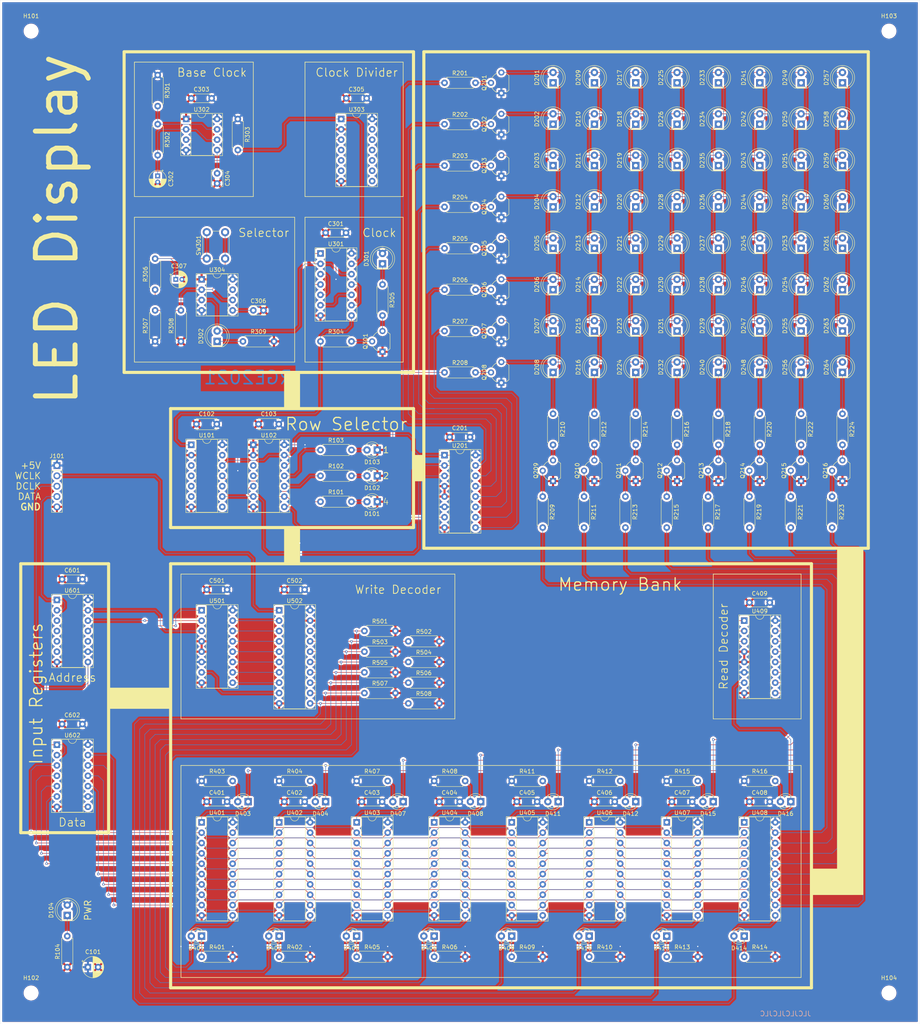
<source format=kicad_pcb>
(kicad_pcb (version 20171130) (host pcbnew "(5.1.8-0-10_14)")
  (layers (0 F.Cu signal hide) (31 B.Cu signal hide) (34 B.Paste user) (35 F.Paste user) (36 B.SilkS user) (37 F.SilkS user) (38 B.Mask user) (39 F.Mask user) (44 Edge.Cuts user))
  (net 0 "")
  (net 1 GND)
  (net 2 +5V)
  (net 3 "Net-(D201-Pad2)")
  (net 4 "Net-(D201-Pad1)")
  (net 5 "Net-(D202-Pad2)")
  (net 6 "Net-(D203-Pad2)")
  (net 7 "Net-(D204-Pad2)")
  (net 8 "Net-(D205-Pad2)")
  (net 9 "Net-(D206-Pad2)")
  (net 10 "Net-(D207-Pad2)")
  (net 11 "Net-(D208-Pad2)")
  (net 12 "Net-(D209-Pad1)")
  (net 13 "Net-(D217-Pad1)")
  (net 14 "Net-(D225-Pad1)")
  (net 15 "Net-(D233-Pad1)")
  (net 16 "Net-(D241-Pad1)")
  (net 17 "Net-(D249-Pad1)")
  (net 18 "Net-(D257-Pad1)")
  (net 19 "Net-(Q201-Pad2)")
  (net 20 "Net-(Q202-Pad2)")
  (net 21 "Net-(Q203-Pad2)")
  (net 22 "Net-(Q204-Pad2)")
  (net 23 "Net-(Q205-Pad2)")
  (net 24 "Net-(Q206-Pad2)")
  (net 25 "Net-(Q207-Pad2)")
  (net 26 "Net-(Q208-Pad2)")
  (net 27 "Net-(Q209-Pad3)")
  (net 28 "Net-(Q209-Pad2)")
  (net 29 "Net-(Q210-Pad3)")
  (net 30 "Net-(Q210-Pad2)")
  (net 31 "Net-(Q211-Pad3)")
  (net 32 "Net-(Q211-Pad2)")
  (net 33 "Net-(Q212-Pad3)")
  (net 34 "Net-(Q212-Pad2)")
  (net 35 "Net-(Q213-Pad3)")
  (net 36 "Net-(Q213-Pad2)")
  (net 37 "Net-(Q214-Pad3)")
  (net 38 "Net-(Q214-Pad2)")
  (net 39 "Net-(Q215-Pad3)")
  (net 40 "Net-(Q215-Pad2)")
  (net 41 "Net-(Q216-Pad3)")
  (net 42 "Net-(Q216-Pad2)")
  (net 43 "Net-(R201-Pad1)")
  (net 44 "Net-(R202-Pad1)")
  (net 45 "Net-(R203-Pad1)")
  (net 46 "Net-(R204-Pad1)")
  (net 47 "Net-(R205-Pad1)")
  (net 48 "Net-(R206-Pad1)")
  (net 49 "Net-(R207-Pad1)")
  (net 50 "/LED Matrix/Col0")
  (net 51 "/LED Matrix/Col1")
  (net 52 "/LED Matrix/Col2")
  (net 53 "/LED Matrix/Col3")
  (net 54 "/LED Matrix/Col4")
  (net 55 "/LED Matrix/Col5")
  (net 56 "/LED Matrix/Col6")
  (net 57 "/LED Matrix/Col7")
  (net 58 "Net-(R208-Pad1)")
  (net 59 "/Selectable Clock/TRTHR")
  (net 60 "/Selectable Clock/DIVIDER")
  (net 61 "/Selectable Clock/FASTCLK")
  (net 62 "/Selectable Clock/SLOWCLK")
  (net 63 "/Selectable Clock/SELECTOR")
  (net 64 "Net-(U303-Pad11)")
  (net 65 "/Selectable Clock/DISPCLK")
  (net 66 "Net-(D301-Pad1)")
  (net 67 "Net-(Q301-Pad3)")
  (net 68 "Net-(Q301-Pad2)")
  (net 69 "Net-(C307-Pad1)")
  (net 70 "Net-(D302-Pad1)")
  (net 71 "/Selectable Clock/SELDIV")
  (net 72 "Net-(U304-Pad7)")
  (net 73 "Net-(U101-Pad6)")
  (net 74 "Net-(U101-Pad5)")
  (net 75 "Net-(U101-Pad4)")
  (net 76 "Net-(U101-Pad3)")
  (net 77 "Net-(D401-Pad1)")
  (net 78 "Net-(D402-Pad1)")
  (net 79 "Net-(D403-Pad2)")
  (net 80 "Net-(D404-Pad2)")
  (net 81 "Net-(D405-Pad1)")
  (net 82 "Net-(D406-Pad1)")
  (net 83 "Net-(D407-Pad2)")
  (net 84 "Net-(D408-Pad2)")
  (net 85 "Net-(D409-Pad1)")
  (net 86 "Net-(D410-Pad1)")
  (net 87 "Net-(D411-Pad2)")
  (net 88 "Net-(D412-Pad2)")
  (net 89 "Net-(D413-Pad1)")
  (net 90 "Net-(D414-Pad1)")
  (net 91 "Net-(D415-Pad2)")
  (net 92 "Net-(D416-Pad2)")
  (net 93 "Net-(C304-Pad1)")
  (net 94 "Net-(U301-Pad10)")
  (net 95 "Net-(U301-Pad3)")
  (net 96 "Net-(U301-Pad11)")
  (net 97 "Net-(U303-Pad6)")
  (net 98 "Net-(U303-Pad12)")
  (net 99 "Net-(U303-Pad5)")
  (net 100 "Net-(U303-Pad4)")
  (net 101 "Net-(U303-Pad9)")
  (net 102 "/Memory Bank/RS0")
  (net 103 "/Memory Bank/RS7")
  (net 104 "/Memory Bank/RS1")
  (net 105 "/Memory Bank/RS2")
  (net 106 "/Memory Bank/RS3")
  (net 107 "/Memory Bank/RS4")
  (net 108 "/Memory Bank/RA2")
  (net 109 "/Memory Bank/RS5")
  (net 110 "/Memory Bank/RA1")
  (net 111 "/Memory Bank/RS6")
  (net 112 "/Memory Bank/RA0")
  (net 113 "/Memory Bank/WS0")
  (net 114 "/Memory Bank/WS2")
  (net 115 "/Memory Bank/WS4")
  (net 116 "/Memory Bank/WS6")
  (net 117 "/Memory Bank/WS1")
  (net 118 "/Memory Bank/WS3")
  (net 119 "/Memory Bank/WS5")
  (net 120 "/Memory Bank/WS7")
  (net 121 "Net-(U601-Pad6)")
  (net 122 "/Input Registers/Addr2")
  (net 123 "Net-(U601-Pad5)")
  (net 124 "/Input Registers/Addr1")
  (net 125 "Net-(U601-Pad4)")
  (net 126 "Net-(U601-Pad3)")
  (net 127 "Net-(U601-Pad10)")
  (net 128 "/Input Registers/D3")
  (net 129 "/Input Registers/D7")
  (net 130 "/Input Registers/D2")
  (net 131 "/Input Registers/D6")
  (net 132 "/Input Registers/D1")
  (net 133 "/Input Registers/D5")
  (net 134 "/Input Registers/D0")
  (net 135 "/Input Registers/D4")
  (net 136 "/Input Registers/Addr0")
  (net 137 /DATA)
  (net 138 /DCLK)
  (net 139 /WCLK)
  (net 140 "Net-(C306-Pad1)")
  (net 141 "Net-(D102-Pad2)")
  (net 142 "Net-(D103-Pad2)")
  (net 143 "Net-(U102-Pad3)")
  (net 144 "Net-(R102-Pad1)")
  (net 145 "Net-(R103-Pad1)")
  (net 146 "Net-(U501-Pad9)")
  (net 147 "Net-(U501-Pad7)")
  (net 148 "Net-(D101-Pad2)")
  (net 149 "Net-(D104-Pad1)")
  (net 150 "Net-(R101-Pad1)")
  (net 151 "Net-(U501-Pad15)")
  (net 152 "Net-(U501-Pad14)")
  (net 153 "Net-(U501-Pad13)")
  (net 154 "Net-(U501-Pad12)")
  (net 155 "Net-(U501-Pad11)")
  (net 156 "Net-(U501-Pad10)")
  (module Package_DIP:DIP-20_W7.62mm_Socket (layer F.Cu) (at 378.46 -22.86)
    (fp_text reference U502 (at 3.81 -2.33) (layer F.SilkS))
    (fp_text value 74HCT540)
    (pad 20 thru_hole oval (at 7.62 0) (size 1.6 1.6) (drill 0.8) (layers *.Cu *.Mask) (net 2 +5V))
    (pad 10 thru_hole oval (at 0 22.86) (size 1.6 1.6) (drill 0.8) (layers *.Cu *.Mask) (net 1 GND))
    (pad 19 thru_hole oval (at 7.62 2.54) (size 1.6 1.6) (drill 0.8) (layers *.Cu *.Mask) (net 1 GND))
    (pad 9 thru_hole oval (at 0 20.32) (size 1.6 1.6) (drill 0.8) (layers *.Cu *.Mask) (net 147 "Net-(U501-Pad7)"))
    (pad 18 thru_hole oval (at 7.62 5.08) (size 1.6 1.6) (drill 0.8) (layers *.Cu *.Mask) (net 113 "/Memory Bank/WS0"))
    (pad 8 thru_hole oval (at 0 17.78) (size 1.6 1.6) (drill 0.8) (layers *.Cu *.Mask) (net 146 "Net-(U501-Pad9)"))
    (pad 17 thru_hole oval (at 7.62 7.62) (size 1.6 1.6) (drill 0.8) (layers *.Cu *.Mask) (net 117 "/Memory Bank/WS1"))
    (pad 7 thru_hole oval (at 0 15.24) (size 1.6 1.6) (drill 0.8) (layers *.Cu *.Mask) (net 156 "Net-(U501-Pad10)"))
    (pad 16 thru_hole oval (at 7.62 10.16) (size 1.6 1.6) (drill 0.8) (layers *.Cu *.Mask) (net 114 "/Memory Bank/WS2"))
    (pad 6 thru_hole oval (at 0 12.7) (size 1.6 1.6) (drill 0.8) (layers *.Cu *.Mask) (net 155 "Net-(U501-Pad11)"))
    (pad 15 thru_hole oval (at 7.62 12.7) (size 1.6 1.6) (drill 0.8) (layers *.Cu *.Mask) (net 118 "/Memory Bank/WS3"))
    (pad 5 thru_hole oval (at 0 10.16) (size 1.6 1.6) (drill 0.8) (layers *.Cu *.Mask) (net 154 "Net-(U501-Pad12)"))
    (pad 14 thru_hole oval (at 7.62 15.24) (size 1.6 1.6) (drill 0.8) (layers *.Cu *.Mask) (net 115 "/Memory Bank/WS4"))
    (pad 4 thru_hole oval (at 0 7.62) (size 1.6 1.6) (drill 0.8) (layers *.Cu *.Mask) (net 153 "Net-(U501-Pad13)"))
    (pad 13 thru_hole oval (at 7.62 17.78) (size 1.6 1.6) (drill 0.8) (layers *.Cu *.Mask) (net 119 "/Memory Bank/WS5"))
    (pad 3 thru_hole oval (at 0 5.08) (size 1.6 1.6) (drill 0.8) (layers *.Cu *.Mask) (net 152 "Net-(U501-Pad14)"))
    (pad 12 thru_hole oval (at 7.62 20.32) (size 1.6 1.6) (drill 0.8) (layers *.Cu *.Mask) (net 116 "/Memory Bank/WS6"))
    (pad 2 thru_hole oval (at 0 2.54) (size 1.6 1.6) (drill 0.8) (layers *.Cu *.Mask) (net 151 "Net-(U501-Pad15)"))
    (pad 11 thru_hole oval (at 7.62 22.86) (size 1.6 1.6) (drill 0.8) (layers *.Cu *.Mask) (net 120 "/Memory Bank/WS7"))
    (pad 1 thru_hole rect (at 0 0) (size 1.6 1.6) (drill 0.8) (layers *.Cu *.Mask) (net 139 /WCLK))
  )
  (module MountingHole:MountingHole_2.7mm_M2.5 (layer F.Cu) (at 528.32 71.12)
    (fp_text reference H104 (at 0 -3.7) (layer F.SilkS))
    (fp_text value MountingHole)
    (pad 1 np_thru_hole circle (at 0 0) (size 2.7 2.7) (drill 2.7) (layers *.Cu *.Mask))
  )
  (module MountingHole:MountingHole_2.7mm_M2.5 (layer F.Cu) (at 528.32 -165.1)
    (fp_text reference H103 (at 0 -3.7) (layer F.SilkS))
    (fp_text value MountingHole)
    (pad 1 np_thru_hole circle (at 0 0) (size 2.7 2.7) (drill 2.7) (layers *.Cu *.Mask))
  )
  (module MountingHole:MountingHole_2.7mm_M2.5 (layer F.Cu) (at 317.5 71.12)
    (fp_text reference H102 (at 0 -3.7) (layer F.SilkS))
    (fp_text value MountingHole)
    (pad 1 np_thru_hole circle (at 0 0) (size 2.7 2.7) (drill 2.7) (layers *.Cu *.Mask))
  )
  (module MountingHole:MountingHole_2.7mm_M2.5 (layer F.Cu) (at 317.5 -165.1)
    (fp_text reference H101 (at 0 -3.7) (layer F.SilkS))
    (fp_text value MountingHole)
    (pad 1 np_thru_hole circle (at 0 0) (size 2.7 2.7) (drill 2.7) (layers *.Cu *.Mask))
  )
  (module Capacitor_THT:C_Disc_D4.7mm_W2.5mm_P5.00mm (layer F.Cu) (at 373.38 -68.58)
    (fp_text reference C103 (at 2.5 -2.5) (layer F.SilkS))
    (fp_text value 0.1u)
    (pad 2 thru_hole circle (at 5 0) (size 1.6 1.6) (drill 0.8) (layers *.Cu *.Mask) (net 2 +5V))
    (pad 1 thru_hole circle (at 0 0) (size 1.6 1.6) (drill 0.8) (layers *.Cu *.Mask) (net 1 GND))
  )
  (module Package_DIP:DIP-14_W7.62mm_Socket (layer F.Cu) (at 372.11 -63.5)
    (fp_text reference U102 (at 3.81 -2.33) (layer F.SilkS))
    (fp_text value 4081)
    (pad 14 thru_hole oval (at 7.62 0) (size 1.6 1.6) (drill 0.8) (layers *.Cu *.Mask) (net 2 +5V))
    (pad 7 thru_hole oval (at 0 15.24) (size 1.6 1.6) (drill 0.8) (layers *.Cu *.Mask) (net 1 GND))
    (pad 13 thru_hole oval (at 7.62 2.54) (size 1.6 1.6) (drill 0.8) (layers *.Cu *.Mask) (net 112 "/Memory Bank/RA0"))
    (pad 6 thru_hole oval (at 0 12.7) (size 1.6 1.6) (drill 0.8) (layers *.Cu *.Mask) (net 108 "/Memory Bank/RA2"))
    (pad 12 thru_hole oval (at 7.62 5.08) (size 1.6 1.6) (drill 0.8) (layers *.Cu *.Mask) (net 112 "/Memory Bank/RA0"))
    (pad 5 thru_hole oval (at 0 10.16) (size 1.6 1.6) (drill 0.8) (layers *.Cu *.Mask) (net 108 "/Memory Bank/RA2"))
    (pad 11 thru_hole oval (at 7.62 7.62) (size 1.6 1.6) (drill 0.8) (layers *.Cu *.Mask) (net 145 "Net-(R103-Pad1)"))
    (pad 4 thru_hole oval (at 0 7.62) (size 1.6 1.6) (drill 0.8) (layers *.Cu *.Mask) (net 150 "Net-(R101-Pad1)"))
    (pad 10 thru_hole oval (at 7.62 10.16) (size 1.6 1.6) (drill 0.8) (layers *.Cu *.Mask) (net 144 "Net-(R102-Pad1)"))
    (pad 3 thru_hole oval (at 0 5.08) (size 1.6 1.6) (drill 0.8) (layers *.Cu *.Mask) (net 143 "Net-(U102-Pad3)"))
    (pad 9 thru_hole oval (at 7.62 12.7) (size 1.6 1.6) (drill 0.8) (layers *.Cu *.Mask) (net 110 "/Memory Bank/RA1"))
    (pad 2 thru_hole oval (at 0 2.54) (size 1.6 1.6) (drill 0.8) (layers *.Cu *.Mask) (net 1 GND))
    (pad 8 thru_hole oval (at 7.62 15.24) (size 1.6 1.6) (drill 0.8) (layers *.Cu *.Mask) (net 110 "/Memory Bank/RA1"))
    (pad 1 thru_hole rect (at 0 0) (size 1.6 1.6) (drill 0.8) (layers *.Cu *.Mask) (net 1 GND))
  )
  (module Resistor_THT:R_Axial_DIN0207_L6.3mm_D2.5mm_P7.62mm_Horizontal (layer F.Cu) (at 388.62 -62.23)
    (fp_text reference R103 (at 3.81 -2.37) (layer F.SilkS))
    (fp_text value 1k)
    (pad 2 thru_hole oval (at 7.62 0) (size 1.6 1.6) (drill 0.8) (layers *.Cu *.Mask) (net 142 "Net-(D103-Pad2)"))
    (pad 1 thru_hole circle (at 0 0) (size 1.6 1.6) (drill 0.8) (layers *.Cu *.Mask) (net 145 "Net-(R103-Pad1)"))
  )
  (module Resistor_THT:R_Axial_DIN0207_L6.3mm_D2.5mm_P7.62mm_Horizontal (layer F.Cu) (at 388.62 -55.88)
    (fp_text reference R102 (at 3.81 -2.37) (layer F.SilkS))
    (fp_text value 1k)
    (pad 2 thru_hole oval (at 7.62 0) (size 1.6 1.6) (drill 0.8) (layers *.Cu *.Mask) (net 141 "Net-(D102-Pad2)"))
    (pad 1 thru_hole circle (at 0 0) (size 1.6 1.6) (drill 0.8) (layers *.Cu *.Mask) (net 144 "Net-(R102-Pad1)"))
  )
  (module Resistor_THT:R_Axial_DIN0207_L6.3mm_D2.5mm_P7.62mm_Horizontal (layer F.Cu) (at 388.62 -49.53)
    (fp_text reference R101 (at 3.81 -2.37) (layer F.SilkS))
    (fp_text value 1k)
    (pad 2 thru_hole oval (at 7.62 0) (size 1.6 1.6) (drill 0.8) (layers *.Cu *.Mask) (net 148 "Net-(D101-Pad2)"))
    (pad 1 thru_hole circle (at 0 0) (size 1.6 1.6) (drill 0.8) (layers *.Cu *.Mask) (net 150 "Net-(R101-Pad1)"))
  )
  (module LED_THT:LED_D3.0mm (layer F.Cu) (at 402.59 -62.23 180)
    (fp_text reference D103 (at 1.27 -2.96) (layer F.SilkS))
    (fp_text value LED)
    (pad 2 thru_hole circle (at 2.54 0 180) (size 1.8 1.8) (drill 0.9) (layers *.Cu *.Mask) (net 142 "Net-(D103-Pad2)"))
    (pad 1 thru_hole rect (at 0 0 180) (size 1.8 1.8) (drill 0.9) (layers *.Cu *.Mask) (net 1 GND))
  )
  (module LED_THT:LED_D3.0mm (layer F.Cu) (at 402.59 -55.88 180)
    (fp_text reference D102 (at 1.27 -2.96) (layer F.SilkS))
    (fp_text value LED)
    (pad 2 thru_hole circle (at 2.54 0 180) (size 1.8 1.8) (drill 0.9) (layers *.Cu *.Mask) (net 141 "Net-(D102-Pad2)"))
    (pad 1 thru_hole rect (at 0 0 180) (size 1.8 1.8) (drill 0.9) (layers *.Cu *.Mask) (net 1 GND))
  )
  (module LED_THT:LED_D3.0mm (layer F.Cu) (at 402.59 -49.53 180)
    (fp_text reference D101 (at 1.27 -2.96) (layer F.SilkS))
    (fp_text value LED)
    (pad 2 thru_hole circle (at 2.54 0 180) (size 1.8 1.8) (drill 0.9) (layers *.Cu *.Mask) (net 148 "Net-(D101-Pad2)"))
    (pad 1 thru_hole rect (at 0 0 180) (size 1.8 1.8) (drill 0.9) (layers *.Cu *.Mask) (net 1 GND))
  )
  (module Package_DIP:DIP-14_W7.62mm_Socket (layer F.Cu) (at 323.85 -25.4)
    (fp_text reference U601 (at 3.81 -2.33) (layer F.SilkS))
    (fp_text value 74HC164)
    (pad 14 thru_hole oval (at 7.62 0) (size 1.6 1.6) (drill 0.8) (layers *.Cu *.Mask) (net 2 +5V))
    (pad 7 thru_hole oval (at 0 15.24) (size 1.6 1.6) (drill 0.8) (layers *.Cu *.Mask) (net 1 GND))
    (pad 13 thru_hole oval (at 7.62 2.54) (size 1.6 1.6) (drill 0.8) (layers *.Cu *.Mask) (net 122 "/Input Registers/Addr2"))
    (pad 6 thru_hole oval (at 0 12.7) (size 1.6 1.6) (drill 0.8) (layers *.Cu *.Mask) (net 121 "Net-(U601-Pad6)"))
    (pad 12 thru_hole oval (at 7.62 5.08) (size 1.6 1.6) (drill 0.8) (layers *.Cu *.Mask) (net 124 "/Input Registers/Addr1"))
    (pad 5 thru_hole oval (at 0 10.16) (size 1.6 1.6) (drill 0.8) (layers *.Cu *.Mask) (net 123 "Net-(U601-Pad5)"))
    (pad 11 thru_hole oval (at 7.62 7.62) (size 1.6 1.6) (drill 0.8) (layers *.Cu *.Mask) (net 136 "/Input Registers/Addr0"))
    (pad 4 thru_hole oval (at 0 7.62) (size 1.6 1.6) (drill 0.8) (layers *.Cu *.Mask) (net 125 "Net-(U601-Pad4)"))
    (pad 10 thru_hole oval (at 7.62 10.16) (size 1.6 1.6) (drill 0.8) (layers *.Cu *.Mask) (net 127 "Net-(U601-Pad10)"))
    (pad 3 thru_hole oval (at 0 5.08) (size 1.6 1.6) (drill 0.8) (layers *.Cu *.Mask) (net 126 "Net-(U601-Pad3)"))
    (pad 9 thru_hole oval (at 7.62 12.7) (size 1.6 1.6) (drill 0.8) (layers *.Cu *.Mask) (net 2 +5V))
    (pad 2 thru_hole oval (at 0 2.54) (size 1.6 1.6) (drill 0.8) (layers *.Cu *.Mask) (net 137 /DATA))
    (pad 8 thru_hole oval (at 7.62 15.24) (size 1.6 1.6) (drill 0.8) (layers *.Cu *.Mask) (net 138 /DCLK))
    (pad 1 thru_hole rect (at 0 0) (size 1.6 1.6) (drill 0.8) (layers *.Cu *.Mask) (net 137 /DATA))
  )
  (module Package_DIP:DIP-14_W7.62mm_Socket (layer F.Cu) (at 323.85 10.16)
    (fp_text reference U602 (at 3.81 -2.33) (layer F.SilkS))
    (fp_text value 74HC164)
    (pad 14 thru_hole oval (at 7.62 0) (size 1.6 1.6) (drill 0.8) (layers *.Cu *.Mask) (net 2 +5V))
    (pad 7 thru_hole oval (at 0 15.24) (size 1.6 1.6) (drill 0.8) (layers *.Cu *.Mask) (net 1 GND))
    (pad 13 thru_hole oval (at 7.62 2.54) (size 1.6 1.6) (drill 0.8) (layers *.Cu *.Mask) (net 129 "/Input Registers/D7"))
    (pad 6 thru_hole oval (at 0 12.7) (size 1.6 1.6) (drill 0.8) (layers *.Cu *.Mask) (net 128 "/Input Registers/D3"))
    (pad 12 thru_hole oval (at 7.62 5.08) (size 1.6 1.6) (drill 0.8) (layers *.Cu *.Mask) (net 131 "/Input Registers/D6"))
    (pad 5 thru_hole oval (at 0 10.16) (size 1.6 1.6) (drill 0.8) (layers *.Cu *.Mask) (net 130 "/Input Registers/D2"))
    (pad 11 thru_hole oval (at 7.62 7.62) (size 1.6 1.6) (drill 0.8) (layers *.Cu *.Mask) (net 133 "/Input Registers/D5"))
    (pad 4 thru_hole oval (at 0 7.62) (size 1.6 1.6) (drill 0.8) (layers *.Cu *.Mask) (net 132 "/Input Registers/D1"))
    (pad 10 thru_hole oval (at 7.62 10.16) (size 1.6 1.6) (drill 0.8) (layers *.Cu *.Mask) (net 135 "/Input Registers/D4"))
    (pad 3 thru_hole oval (at 0 5.08) (size 1.6 1.6) (drill 0.8) (layers *.Cu *.Mask) (net 134 "/Input Registers/D0"))
    (pad 9 thru_hole oval (at 7.62 12.7) (size 1.6 1.6) (drill 0.8) (layers *.Cu *.Mask) (net 2 +5V))
    (pad 2 thru_hole oval (at 0 2.54) (size 1.6 1.6) (drill 0.8) (layers *.Cu *.Mask) (net 122 "/Input Registers/Addr2"))
    (pad 8 thru_hole oval (at 7.62 15.24) (size 1.6 1.6) (drill 0.8) (layers *.Cu *.Mask) (net 138 /DCLK))
    (pad 1 thru_hole rect (at 0 0) (size 1.6 1.6) (drill 0.8) (layers *.Cu *.Mask) (net 122 "/Input Registers/Addr2"))
  )
  (module Resistor_THT:R_Axial_DIN0207_L6.3mm_D2.5mm_P7.62mm_Horizontal (layer F.Cu) (at 326.39 64.77 90)
    (fp_text reference R104 (at 3.81 -2.37 90) (layer F.SilkS))
    (fp_text value 1k)
    (pad 2 thru_hole oval (at 7.62 0 90) (size 1.6 1.6) (drill 0.8) (layers *.Cu *.Mask) (net 149 "Net-(D104-Pad1)"))
    (pad 1 thru_hole circle (at 0 0 90) (size 1.6 1.6) (drill 0.8) (layers *.Cu *.Mask) (net 1 GND))
  )
  (module LED_THT:LED_D5.0mm (layer F.Cu) (at 326.39 52.07 90)
    (fp_text reference D104 (at 1.27 -3.96 90) (layer F.SilkS))
    (fp_text value LED)
    (pad 2 thru_hole circle (at 2.54 0 90) (size 1.8 1.8) (drill 0.9) (layers *.Cu *.Mask) (net 2 +5V))
    (pad 1 thru_hole rect (at 0 0 90) (size 1.8 1.8) (drill 0.9) (layers *.Cu *.Mask) (net 149 "Net-(D104-Pad1)"))
  )
  (module Capacitor_THT:CP_Radial_D5.0mm_P2.50mm (layer F.Cu) (at 331.47 64.77)
    (fp_text reference C101 (at 1.25 -3.75) (layer F.SilkS))
    (fp_text value 100u)
    (pad 2 thru_hole circle (at 2.5 0) (size 1.6 1.6) (drill 0.8) (layers *.Cu *.Mask) (net 1 GND))
    (pad 1 thru_hole rect (at 0 0) (size 1.6 1.6) (drill 0.8) (layers *.Cu *.Mask) (net 2 +5V))
  )
  (module Capacitor_THT:C_Disc_D4.3mm_W1.9mm_P5.00mm (layer F.Cu) (at 325.12 5.08)
    (fp_text reference C602 (at 2.5 -2.2) (layer F.SilkS))
    (fp_text value 0.1u)
    (pad 2 thru_hole circle (at 5 0) (size 1.6 1.6) (drill 0.8) (layers *.Cu *.Mask) (net 2 +5V))
    (pad 1 thru_hole circle (at 0 0) (size 1.6 1.6) (drill 0.8) (layers *.Cu *.Mask) (net 1 GND))
  )
  (module Capacitor_THT:C_Disc_D4.3mm_W1.9mm_P5.00mm (layer F.Cu) (at 325.12 -30.48)
    (fp_text reference C601 (at 2.5 -2.2) (layer F.SilkS))
    (fp_text value 0.1u)
    (pad 2 thru_hole circle (at 5 0) (size 1.6 1.6) (drill 0.8) (layers *.Cu *.Mask) (net 2 +5V))
    (pad 1 thru_hole circle (at 0 0) (size 1.6 1.6) (drill 0.8) (layers *.Cu *.Mask) (net 1 GND))
  )
  (module Package_DIP:DIP-16_W7.62mm_Socket (layer F.Cu) (at 492.76 -20.32)
    (fp_text reference U409 (at 3.81 -2.33) (layer F.SilkS))
    (fp_text value 74HCT138)
    (pad 16 thru_hole oval (at 7.62 0) (size 1.6 1.6) (drill 0.8) (layers *.Cu *.Mask) (net 2 +5V))
    (pad 8 thru_hole oval (at 0 17.78) (size 1.6 1.6) (drill 0.8) (layers *.Cu *.Mask) (net 1 GND))
    (pad 15 thru_hole oval (at 7.62 2.54) (size 1.6 1.6) (drill 0.8) (layers *.Cu *.Mask) (net 102 "/Memory Bank/RS0"))
    (pad 7 thru_hole oval (at 0 15.24) (size 1.6 1.6) (drill 0.8) (layers *.Cu *.Mask) (net 103 "/Memory Bank/RS7"))
    (pad 14 thru_hole oval (at 7.62 5.08) (size 1.6 1.6) (drill 0.8) (layers *.Cu *.Mask) (net 104 "/Memory Bank/RS1"))
    (pad 6 thru_hole oval (at 0 12.7) (size 1.6 1.6) (drill 0.8) (layers *.Cu *.Mask) (net 2 +5V))
    (pad 13 thru_hole oval (at 7.62 7.62) (size 1.6 1.6) (drill 0.8) (layers *.Cu *.Mask) (net 105 "/Memory Bank/RS2"))
    (pad 5 thru_hole oval (at 0 10.16) (size 1.6 1.6) (drill 0.8) (layers *.Cu *.Mask) (net 1 GND))
    (pad 12 thru_hole oval (at 7.62 10.16) (size 1.6 1.6) (drill 0.8) (layers *.Cu *.Mask) (net 106 "/Memory Bank/RS3"))
    (pad 4 thru_hole oval (at 0 7.62) (size 1.6 1.6) (drill 0.8) (layers *.Cu *.Mask) (net 1 GND))
    (pad 11 thru_hole oval (at 7.62 12.7) (size 1.6 1.6) (drill 0.8) (layers *.Cu *.Mask) (net 107 "/Memory Bank/RS4"))
    (pad 3 thru_hole oval (at 0 5.08) (size 1.6 1.6) (drill 0.8) (layers *.Cu *.Mask) (net 108 "/Memory Bank/RA2"))
    (pad 10 thru_hole oval (at 7.62 15.24) (size 1.6 1.6) (drill 0.8) (layers *.Cu *.Mask) (net 109 "/Memory Bank/RS5"))
    (pad 2 thru_hole oval (at 0 2.54) (size 1.6 1.6) (drill 0.8) (layers *.Cu *.Mask) (net 110 "/Memory Bank/RA1"))
    (pad 9 thru_hole oval (at 7.62 17.78) (size 1.6 1.6) (drill 0.8) (layers *.Cu *.Mask) (net 111 "/Memory Bank/RS6"))
    (pad 1 thru_hole rect (at 0 0) (size 1.6 1.6) (drill 0.8) (layers *.Cu *.Mask) (net 112 "/Memory Bank/RA0"))
  )
  (module Package_DIP:DIP-20_W7.62mm_Socket (layer F.Cu) (at 492.76 29.21)
    (fp_text reference U408 (at 3.81 -2.33) (layer F.SilkS))
    (fp_text value 74HCT574)
    (pad 20 thru_hole oval (at 7.62 0) (size 1.6 1.6) (drill 0.8) (layers *.Cu *.Mask) (net 2 +5V))
    (pad 10 thru_hole oval (at 0 22.86) (size 1.6 1.6) (drill 0.8) (layers *.Cu *.Mask) (net 1 GND))
    (pad 19 thru_hole oval (at 7.62 2.54) (size 1.6 1.6) (drill 0.8) (layers *.Cu *.Mask) (net 50 "/LED Matrix/Col0"))
    (pad 9 thru_hole oval (at 0 20.32) (size 1.6 1.6) (drill 0.8) (layers *.Cu *.Mask) (net 129 "/Input Registers/D7"))
    (pad 18 thru_hole oval (at 7.62 5.08) (size 1.6 1.6) (drill 0.8) (layers *.Cu *.Mask) (net 51 "/LED Matrix/Col1"))
    (pad 8 thru_hole oval (at 0 17.78) (size 1.6 1.6) (drill 0.8) (layers *.Cu *.Mask) (net 131 "/Input Registers/D6"))
    (pad 17 thru_hole oval (at 7.62 7.62) (size 1.6 1.6) (drill 0.8) (layers *.Cu *.Mask) (net 52 "/LED Matrix/Col2"))
    (pad 7 thru_hole oval (at 0 15.24) (size 1.6 1.6) (drill 0.8) (layers *.Cu *.Mask) (net 133 "/Input Registers/D5"))
    (pad 16 thru_hole oval (at 7.62 10.16) (size 1.6 1.6) (drill 0.8) (layers *.Cu *.Mask) (net 53 "/LED Matrix/Col3"))
    (pad 6 thru_hole oval (at 0 12.7) (size 1.6 1.6) (drill 0.8) (layers *.Cu *.Mask) (net 135 "/Input Registers/D4"))
    (pad 15 thru_hole oval (at 7.62 12.7) (size 1.6 1.6) (drill 0.8) (layers *.Cu *.Mask) (net 54 "/LED Matrix/Col4"))
    (pad 5 thru_hole oval (at 0 10.16) (size 1.6 1.6) (drill 0.8) (layers *.Cu *.Mask) (net 128 "/Input Registers/D3"))
    (pad 14 thru_hole oval (at 7.62 15.24) (size 1.6 1.6) (drill 0.8) (layers *.Cu *.Mask) (net 55 "/LED Matrix/Col5"))
    (pad 4 thru_hole oval (at 0 7.62) (size 1.6 1.6) (drill 0.8) (layers *.Cu *.Mask) (net 130 "/Input Registers/D2"))
    (pad 13 thru_hole oval (at 7.62 17.78) (size 1.6 1.6) (drill 0.8) (layers *.Cu *.Mask) (net 56 "/LED Matrix/Col6"))
    (pad 3 thru_hole oval (at 0 5.08) (size 1.6 1.6) (drill 0.8) (layers *.Cu *.Mask) (net 132 "/Input Registers/D1"))
    (pad 12 thru_hole oval (at 7.62 20.32) (size 1.6 1.6) (drill 0.8) (layers *.Cu *.Mask) (net 57 "/LED Matrix/Col7"))
    (pad 2 thru_hole oval (at 0 2.54) (size 1.6 1.6) (drill 0.8) (layers *.Cu *.Mask) (net 134 "/Input Registers/D0"))
    (pad 11 thru_hole oval (at 7.62 22.86) (size 1.6 1.6) (drill 0.8) (layers *.Cu *.Mask) (net 120 "/Memory Bank/WS7"))
    (pad 1 thru_hole rect (at 0 0) (size 1.6 1.6) (drill 0.8) (layers *.Cu *.Mask) (net 103 "/Memory Bank/RS7"))
  )
  (module Package_DIP:DIP-20_W7.62mm_Socket (layer F.Cu) (at 473.71 29.21)
    (fp_text reference U407 (at 3.81 -2.33) (layer F.SilkS))
    (fp_text value 74HCT574)
    (pad 20 thru_hole oval (at 7.62 0) (size 1.6 1.6) (drill 0.8) (layers *.Cu *.Mask) (net 2 +5V))
    (pad 10 thru_hole oval (at 0 22.86) (size 1.6 1.6) (drill 0.8) (layers *.Cu *.Mask) (net 1 GND))
    (pad 19 thru_hole oval (at 7.62 2.54) (size 1.6 1.6) (drill 0.8) (layers *.Cu *.Mask) (net 50 "/LED Matrix/Col0"))
    (pad 9 thru_hole oval (at 0 20.32) (size 1.6 1.6) (drill 0.8) (layers *.Cu *.Mask) (net 129 "/Input Registers/D7"))
    (pad 18 thru_hole oval (at 7.62 5.08) (size 1.6 1.6) (drill 0.8) (layers *.Cu *.Mask) (net 51 "/LED Matrix/Col1"))
    (pad 8 thru_hole oval (at 0 17.78) (size 1.6 1.6) (drill 0.8) (layers *.Cu *.Mask) (net 131 "/Input Registers/D6"))
    (pad 17 thru_hole oval (at 7.62 7.62) (size 1.6 1.6) (drill 0.8) (layers *.Cu *.Mask) (net 52 "/LED Matrix/Col2"))
    (pad 7 thru_hole oval (at 0 15.24) (size 1.6 1.6) (drill 0.8) (layers *.Cu *.Mask) (net 133 "/Input Registers/D5"))
    (pad 16 thru_hole oval (at 7.62 10.16) (size 1.6 1.6) (drill 0.8) (layers *.Cu *.Mask) (net 53 "/LED Matrix/Col3"))
    (pad 6 thru_hole oval (at 0 12.7) (size 1.6 1.6) (drill 0.8) (layers *.Cu *.Mask) (net 135 "/Input Registers/D4"))
    (pad 15 thru_hole oval (at 7.62 12.7) (size 1.6 1.6) (drill 0.8) (layers *.Cu *.Mask) (net 54 "/LED Matrix/Col4"))
    (pad 5 thru_hole oval (at 0 10.16) (size 1.6 1.6) (drill 0.8) (layers *.Cu *.Mask) (net 128 "/Input Registers/D3"))
    (pad 14 thru_hole oval (at 7.62 15.24) (size 1.6 1.6) (drill 0.8) (layers *.Cu *.Mask) (net 55 "/LED Matrix/Col5"))
    (pad 4 thru_hole oval (at 0 7.62) (size 1.6 1.6) (drill 0.8) (layers *.Cu *.Mask) (net 130 "/Input Registers/D2"))
    (pad 13 thru_hole oval (at 7.62 17.78) (size 1.6 1.6) (drill 0.8) (layers *.Cu *.Mask) (net 56 "/LED Matrix/Col6"))
    (pad 3 thru_hole oval (at 0 5.08) (size 1.6 1.6) (drill 0.8) (layers *.Cu *.Mask) (net 132 "/Input Registers/D1"))
    (pad 12 thru_hole oval (at 7.62 20.32) (size 1.6 1.6) (drill 0.8) (layers *.Cu *.Mask) (net 57 "/LED Matrix/Col7"))
    (pad 2 thru_hole oval (at 0 2.54) (size 1.6 1.6) (drill 0.8) (layers *.Cu *.Mask) (net 134 "/Input Registers/D0"))
    (pad 11 thru_hole oval (at 7.62 22.86) (size 1.6 1.6) (drill 0.8) (layers *.Cu *.Mask) (net 116 "/Memory Bank/WS6"))
    (pad 1 thru_hole rect (at 0 0) (size 1.6 1.6) (drill 0.8) (layers *.Cu *.Mask) (net 111 "/Memory Bank/RS6"))
  )
  (module Package_DIP:DIP-20_W7.62mm_Socket (layer F.Cu) (at 454.66 29.21)
    (fp_text reference U406 (at 3.81 -2.33) (layer F.SilkS))
    (fp_text value 74HCT574)
    (pad 20 thru_hole oval (at 7.62 0) (size 1.6 1.6) (drill 0.8) (layers *.Cu *.Mask) (net 2 +5V))
    (pad 10 thru_hole oval (at 0 22.86) (size 1.6 1.6) (drill 0.8) (layers *.Cu *.Mask) (net 1 GND))
    (pad 19 thru_hole oval (at 7.62 2.54) (size 1.6 1.6) (drill 0.8) (layers *.Cu *.Mask) (net 50 "/LED Matrix/Col0"))
    (pad 9 thru_hole oval (at 0 20.32) (size 1.6 1.6) (drill 0.8) (layers *.Cu *.Mask) (net 129 "/Input Registers/D7"))
    (pad 18 thru_hole oval (at 7.62 5.08) (size 1.6 1.6) (drill 0.8) (layers *.Cu *.Mask) (net 51 "/LED Matrix/Col1"))
    (pad 8 thru_hole oval (at 0 17.78) (size 1.6 1.6) (drill 0.8) (layers *.Cu *.Mask) (net 131 "/Input Registers/D6"))
    (pad 17 thru_hole oval (at 7.62 7.62) (size 1.6 1.6) (drill 0.8) (layers *.Cu *.Mask) (net 52 "/LED Matrix/Col2"))
    (pad 7 thru_hole oval (at 0 15.24) (size 1.6 1.6) (drill 0.8) (layers *.Cu *.Mask) (net 133 "/Input Registers/D5"))
    (pad 16 thru_hole oval (at 7.62 10.16) (size 1.6 1.6) (drill 0.8) (layers *.Cu *.Mask) (net 53 "/LED Matrix/Col3"))
    (pad 6 thru_hole oval (at 0 12.7) (size 1.6 1.6) (drill 0.8) (layers *.Cu *.Mask) (net 135 "/Input Registers/D4"))
    (pad 15 thru_hole oval (at 7.62 12.7) (size 1.6 1.6) (drill 0.8) (layers *.Cu *.Mask) (net 54 "/LED Matrix/Col4"))
    (pad 5 thru_hole oval (at 0 10.16) (size 1.6 1.6) (drill 0.8) (layers *.Cu *.Mask) (net 128 "/Input Registers/D3"))
    (pad 14 thru_hole oval (at 7.62 15.24) (size 1.6 1.6) (drill 0.8) (layers *.Cu *.Mask) (net 55 "/LED Matrix/Col5"))
    (pad 4 thru_hole oval (at 0 7.62) (size 1.6 1.6) (drill 0.8) (layers *.Cu *.Mask) (net 130 "/Input Registers/D2"))
    (pad 13 thru_hole oval (at 7.62 17.78) (size 1.6 1.6) (drill 0.8) (layers *.Cu *.Mask) (net 56 "/LED Matrix/Col6"))
    (pad 3 thru_hole oval (at 0 5.08) (size 1.6 1.6) (drill 0.8) (layers *.Cu *.Mask) (net 132 "/Input Registers/D1"))
    (pad 12 thru_hole oval (at 7.62 20.32) (size 1.6 1.6) (drill 0.8) (layers *.Cu *.Mask) (net 57 "/LED Matrix/Col7"))
    (pad 2 thru_hole oval (at 0 2.54) (size 1.6 1.6) (drill 0.8) (layers *.Cu *.Mask) (net 134 "/Input Registers/D0"))
    (pad 11 thru_hole oval (at 7.62 22.86) (size 1.6 1.6) (drill 0.8) (layers *.Cu *.Mask) (net 119 "/Memory Bank/WS5"))
    (pad 1 thru_hole rect (at 0 0) (size 1.6 1.6) (drill 0.8) (layers *.Cu *.Mask) (net 109 "/Memory Bank/RS5"))
  )
  (module Package_DIP:DIP-20_W7.62mm_Socket (layer F.Cu) (at 435.61 29.21)
    (fp_text reference U405 (at 3.81 -2.33) (layer F.SilkS))
    (fp_text value 74HCT574)
    (pad 20 thru_hole oval (at 7.62 0) (size 1.6 1.6) (drill 0.8) (layers *.Cu *.Mask) (net 2 +5V))
    (pad 10 thru_hole oval (at 0 22.86) (size 1.6 1.6) (drill 0.8) (layers *.Cu *.Mask) (net 1 GND))
    (pad 19 thru_hole oval (at 7.62 2.54) (size 1.6 1.6) (drill 0.8) (layers *.Cu *.Mask) (net 50 "/LED Matrix/Col0"))
    (pad 9 thru_hole oval (at 0 20.32) (size 1.6 1.6) (drill 0.8) (layers *.Cu *.Mask) (net 129 "/Input Registers/D7"))
    (pad 18 thru_hole oval (at 7.62 5.08) (size 1.6 1.6) (drill 0.8) (layers *.Cu *.Mask) (net 51 "/LED Matrix/Col1"))
    (pad 8 thru_hole oval (at 0 17.78) (size 1.6 1.6) (drill 0.8) (layers *.Cu *.Mask) (net 131 "/Input Registers/D6"))
    (pad 17 thru_hole oval (at 7.62 7.62) (size 1.6 1.6) (drill 0.8) (layers *.Cu *.Mask) (net 52 "/LED Matrix/Col2"))
    (pad 7 thru_hole oval (at 0 15.24) (size 1.6 1.6) (drill 0.8) (layers *.Cu *.Mask) (net 133 "/Input Registers/D5"))
    (pad 16 thru_hole oval (at 7.62 10.16) (size 1.6 1.6) (drill 0.8) (layers *.Cu *.Mask) (net 53 "/LED Matrix/Col3"))
    (pad 6 thru_hole oval (at 0 12.7) (size 1.6 1.6) (drill 0.8) (layers *.Cu *.Mask) (net 135 "/Input Registers/D4"))
    (pad 15 thru_hole oval (at 7.62 12.7) (size 1.6 1.6) (drill 0.8) (layers *.Cu *.Mask) (net 54 "/LED Matrix/Col4"))
    (pad 5 thru_hole oval (at 0 10.16) (size 1.6 1.6) (drill 0.8) (layers *.Cu *.Mask) (net 128 "/Input Registers/D3"))
    (pad 14 thru_hole oval (at 7.62 15.24) (size 1.6 1.6) (drill 0.8) (layers *.Cu *.Mask) (net 55 "/LED Matrix/Col5"))
    (pad 4 thru_hole oval (at 0 7.62) (size 1.6 1.6) (drill 0.8) (layers *.Cu *.Mask) (net 130 "/Input Registers/D2"))
    (pad 13 thru_hole oval (at 7.62 17.78) (size 1.6 1.6) (drill 0.8) (layers *.Cu *.Mask) (net 56 "/LED Matrix/Col6"))
    (pad 3 thru_hole oval (at 0 5.08) (size 1.6 1.6) (drill 0.8) (layers *.Cu *.Mask) (net 132 "/Input Registers/D1"))
    (pad 12 thru_hole oval (at 7.62 20.32) (size 1.6 1.6) (drill 0.8) (layers *.Cu *.Mask) (net 57 "/LED Matrix/Col7"))
    (pad 2 thru_hole oval (at 0 2.54) (size 1.6 1.6) (drill 0.8) (layers *.Cu *.Mask) (net 134 "/Input Registers/D0"))
    (pad 11 thru_hole oval (at 7.62 22.86) (size 1.6 1.6) (drill 0.8) (layers *.Cu *.Mask) (net 115 "/Memory Bank/WS4"))
    (pad 1 thru_hole rect (at 0 0) (size 1.6 1.6) (drill 0.8) (layers *.Cu *.Mask) (net 107 "/Memory Bank/RS4"))
  )
  (module Package_DIP:DIP-20_W7.62mm_Socket (layer F.Cu) (at 416.56 29.21)
    (fp_text reference U404 (at 3.81 -2.33) (layer F.SilkS))
    (fp_text value 74HCT574)
    (pad 20 thru_hole oval (at 7.62 0) (size 1.6 1.6) (drill 0.8) (layers *.Cu *.Mask) (net 2 +5V))
    (pad 10 thru_hole oval (at 0 22.86) (size 1.6 1.6) (drill 0.8) (layers *.Cu *.Mask) (net 1 GND))
    (pad 19 thru_hole oval (at 7.62 2.54) (size 1.6 1.6) (drill 0.8) (layers *.Cu *.Mask) (net 50 "/LED Matrix/Col0"))
    (pad 9 thru_hole oval (at 0 20.32) (size 1.6 1.6) (drill 0.8) (layers *.Cu *.Mask) (net 129 "/Input Registers/D7"))
    (pad 18 thru_hole oval (at 7.62 5.08) (size 1.6 1.6) (drill 0.8) (layers *.Cu *.Mask) (net 51 "/LED Matrix/Col1"))
    (pad 8 thru_hole oval (at 0 17.78) (size 1.6 1.6) (drill 0.8) (layers *.Cu *.Mask) (net 131 "/Input Registers/D6"))
    (pad 17 thru_hole oval (at 7.62 7.62) (size 1.6 1.6) (drill 0.8) (layers *.Cu *.Mask) (net 52 "/LED Matrix/Col2"))
    (pad 7 thru_hole oval (at 0 15.24) (size 1.6 1.6) (drill 0.8) (layers *.Cu *.Mask) (net 133 "/Input Registers/D5"))
    (pad 16 thru_hole oval (at 7.62 10.16) (size 1.6 1.6) (drill 0.8) (layers *.Cu *.Mask) (net 53 "/LED Matrix/Col3"))
    (pad 6 thru_hole oval (at 0 12.7) (size 1.6 1.6) (drill 0.8) (layers *.Cu *.Mask) (net 135 "/Input Registers/D4"))
    (pad 15 thru_hole oval (at 7.62 12.7) (size 1.6 1.6) (drill 0.8) (layers *.Cu *.Mask) (net 54 "/LED Matrix/Col4"))
    (pad 5 thru_hole oval (at 0 10.16) (size 1.6 1.6) (drill 0.8) (layers *.Cu *.Mask) (net 128 "/Input Registers/D3"))
    (pad 14 thru_hole oval (at 7.62 15.24) (size 1.6 1.6) (drill 0.8) (layers *.Cu *.Mask) (net 55 "/LED Matrix/Col5"))
    (pad 4 thru_hole oval (at 0 7.62) (size 1.6 1.6) (drill 0.8) (layers *.Cu *.Mask) (net 130 "/Input Registers/D2"))
    (pad 13 thru_hole oval (at 7.62 17.78) (size 1.6 1.6) (drill 0.8) (layers *.Cu *.Mask) (net 56 "/LED Matrix/Col6"))
    (pad 3 thru_hole oval (at 0 5.08) (size 1.6 1.6) (drill 0.8) (layers *.Cu *.Mask) (net 132 "/Input Registers/D1"))
    (pad 12 thru_hole oval (at 7.62 20.32) (size 1.6 1.6) (drill 0.8) (layers *.Cu *.Mask) (net 57 "/LED Matrix/Col7"))
    (pad 2 thru_hole oval (at 0 2.54) (size 1.6 1.6) (drill 0.8) (layers *.Cu *.Mask) (net 134 "/Input Registers/D0"))
    (pad 11 thru_hole oval (at 7.62 22.86) (size 1.6 1.6) (drill 0.8) (layers *.Cu *.Mask) (net 118 "/Memory Bank/WS3"))
    (pad 1 thru_hole rect (at 0 0) (size 1.6 1.6) (drill 0.8) (layers *.Cu *.Mask) (net 106 "/Memory Bank/RS3"))
  )
  (module Package_DIP:DIP-20_W7.62mm_Socket (layer F.Cu) (at 397.51 29.21)
    (fp_text reference U403 (at 3.81 -2.33) (layer F.SilkS))
    (fp_text value 74HCT574)
    (pad 20 thru_hole oval (at 7.62 0) (size 1.6 1.6) (drill 0.8) (layers *.Cu *.Mask) (net 2 +5V))
    (pad 10 thru_hole oval (at 0 22.86) (size 1.6 1.6) (drill 0.8) (layers *.Cu *.Mask) (net 1 GND))
    (pad 19 thru_hole oval (at 7.62 2.54) (size 1.6 1.6) (drill 0.8) (layers *.Cu *.Mask) (net 50 "/LED Matrix/Col0"))
    (pad 9 thru_hole oval (at 0 20.32) (size 1.6 1.6) (drill 0.8) (layers *.Cu *.Mask) (net 129 "/Input Registers/D7"))
    (pad 18 thru_hole oval (at 7.62 5.08) (size 1.6 1.6) (drill 0.8) (layers *.Cu *.Mask) (net 51 "/LED Matrix/Col1"))
    (pad 8 thru_hole oval (at 0 17.78) (size 1.6 1.6) (drill 0.8) (layers *.Cu *.Mask) (net 131 "/Input Registers/D6"))
    (pad 17 thru_hole oval (at 7.62 7.62) (size 1.6 1.6) (drill 0.8) (layers *.Cu *.Mask) (net 52 "/LED Matrix/Col2"))
    (pad 7 thru_hole oval (at 0 15.24) (size 1.6 1.6) (drill 0.8) (layers *.Cu *.Mask) (net 133 "/Input Registers/D5"))
    (pad 16 thru_hole oval (at 7.62 10.16) (size 1.6 1.6) (drill 0.8) (layers *.Cu *.Mask) (net 53 "/LED Matrix/Col3"))
    (pad 6 thru_hole oval (at 0 12.7) (size 1.6 1.6) (drill 0.8) (layers *.Cu *.Mask) (net 135 "/Input Registers/D4"))
    (pad 15 thru_hole oval (at 7.62 12.7) (size 1.6 1.6) (drill 0.8) (layers *.Cu *.Mask) (net 54 "/LED Matrix/Col4"))
    (pad 5 thru_hole oval (at 0 10.16) (size 1.6 1.6) (drill 0.8) (layers *.Cu *.Mask) (net 128 "/Input Registers/D3"))
    (pad 14 thru_hole oval (at 7.62 15.24) (size 1.6 1.6) (drill 0.8) (layers *.Cu *.Mask) (net 55 "/LED Matrix/Col5"))
    (pad 4 thru_hole oval (at 0 7.62) (size 1.6 1.6) (drill 0.8) (layers *.Cu *.Mask) (net 130 "/Input Registers/D2"))
    (pad 13 thru_hole oval (at 7.62 17.78) (size 1.6 1.6) (drill 0.8) (layers *.Cu *.Mask) (net 56 "/LED Matrix/Col6"))
    (pad 3 thru_hole oval (at 0 5.08) (size 1.6 1.6) (drill 0.8) (layers *.Cu *.Mask) (net 132 "/Input Registers/D1"))
    (pad 12 thru_hole oval (at 7.62 20.32) (size 1.6 1.6) (drill 0.8) (layers *.Cu *.Mask) (net 57 "/LED Matrix/Col7"))
    (pad 2 thru_hole oval (at 0 2.54) (size 1.6 1.6) (drill 0.8) (layers *.Cu *.Mask) (net 134 "/Input Registers/D0"))
    (pad 11 thru_hole oval (at 7.62 22.86) (size 1.6 1.6) (drill 0.8) (layers *.Cu *.Mask) (net 114 "/Memory Bank/WS2"))
    (pad 1 thru_hole rect (at 0 0) (size 1.6 1.6) (drill 0.8) (layers *.Cu *.Mask) (net 105 "/Memory Bank/RS2"))
  )
  (module Package_DIP:DIP-20_W7.62mm_Socket (layer F.Cu) (at 378.46 29.21)
    (fp_text reference U402 (at 3.81 -2.33) (layer F.SilkS))
    (fp_text value 74HCT574)
    (pad 20 thru_hole oval (at 7.62 0) (size 1.6 1.6) (drill 0.8) (layers *.Cu *.Mask) (net 2 +5V))
    (pad 10 thru_hole oval (at 0 22.86) (size 1.6 1.6) (drill 0.8) (layers *.Cu *.Mask) (net 1 GND))
    (pad 19 thru_hole oval (at 7.62 2.54) (size 1.6 1.6) (drill 0.8) (layers *.Cu *.Mask) (net 50 "/LED Matrix/Col0"))
    (pad 9 thru_hole oval (at 0 20.32) (size 1.6 1.6) (drill 0.8) (layers *.Cu *.Mask) (net 129 "/Input Registers/D7"))
    (pad 18 thru_hole oval (at 7.62 5.08) (size 1.6 1.6) (drill 0.8) (layers *.Cu *.Mask) (net 51 "/LED Matrix/Col1"))
    (pad 8 thru_hole oval (at 0 17.78) (size 1.6 1.6) (drill 0.8) (layers *.Cu *.Mask) (net 131 "/Input Registers/D6"))
    (pad 17 thru_hole oval (at 7.62 7.62) (size 1.6 1.6) (drill 0.8) (layers *.Cu *.Mask) (net 52 "/LED Matrix/Col2"))
    (pad 7 thru_hole oval (at 0 15.24) (size 1.6 1.6) (drill 0.8) (layers *.Cu *.Mask) (net 133 "/Input Registers/D5"))
    (pad 16 thru_hole oval (at 7.62 10.16) (size 1.6 1.6) (drill 0.8) (layers *.Cu *.Mask) (net 53 "/LED Matrix/Col3"))
    (pad 6 thru_hole oval (at 0 12.7) (size 1.6 1.6) (drill 0.8) (layers *.Cu *.Mask) (net 135 "/Input Registers/D4"))
    (pad 15 thru_hole oval (at 7.62 12.7) (size 1.6 1.6) (drill 0.8) (layers *.Cu *.Mask) (net 54 "/LED Matrix/Col4"))
    (pad 5 thru_hole oval (at 0 10.16) (size 1.6 1.6) (drill 0.8) (layers *.Cu *.Mask) (net 128 "/Input Registers/D3"))
    (pad 14 thru_hole oval (at 7.62 15.24) (size 1.6 1.6) (drill 0.8) (layers *.Cu *.Mask) (net 55 "/LED Matrix/Col5"))
    (pad 4 thru_hole oval (at 0 7.62) (size 1.6 1.6) (drill 0.8) (layers *.Cu *.Mask) (net 130 "/Input Registers/D2"))
    (pad 13 thru_hole oval (at 7.62 17.78) (size 1.6 1.6) (drill 0.8) (layers *.Cu *.Mask) (net 56 "/LED Matrix/Col6"))
    (pad 3 thru_hole oval (at 0 5.08) (size 1.6 1.6) (drill 0.8) (layers *.Cu *.Mask) (net 132 "/Input Registers/D1"))
    (pad 12 thru_hole oval (at 7.62 20.32) (size 1.6 1.6) (drill 0.8) (layers *.Cu *.Mask) (net 57 "/LED Matrix/Col7"))
    (pad 2 thru_hole oval (at 0 2.54) (size 1.6 1.6) (drill 0.8) (layers *.Cu *.Mask) (net 134 "/Input Registers/D0"))
    (pad 11 thru_hole oval (at 7.62 22.86) (size 1.6 1.6) (drill 0.8) (layers *.Cu *.Mask) (net 117 "/Memory Bank/WS1"))
    (pad 1 thru_hole rect (at 0 0) (size 1.6 1.6) (drill 0.8) (layers *.Cu *.Mask) (net 104 "/Memory Bank/RS1"))
  )
  (module Package_DIP:DIP-8_W7.62mm_Socket (layer F.Cu) (at 359.41 -104.14)
    (fp_text reference U304 (at 3.81 -2.33) (layer F.SilkS))
    (fp_text value NE555P)
    (pad 8 thru_hole oval (at 7.62 0) (size 1.6 1.6) (drill 0.8) (layers *.Cu *.Mask) (net 2 +5V))
    (pad 4 thru_hole oval (at 0 7.62) (size 1.6 1.6) (drill 0.8) (layers *.Cu *.Mask) (net 2 +5V))
    (pad 7 thru_hole oval (at 7.62 2.54) (size 1.6 1.6) (drill 0.8) (layers *.Cu *.Mask) (net 72 "Net-(U304-Pad7)"))
    (pad 3 thru_hole oval (at 0 5.08) (size 1.6 1.6) (drill 0.8) (layers *.Cu *.Mask) (net 63 "/Selectable Clock/SELECTOR"))
    (pad 6 thru_hole oval (at 7.62 5.08) (size 1.6 1.6) (drill 0.8) (layers *.Cu *.Mask) (net 71 "/Selectable Clock/SELDIV"))
    (pad 2 thru_hole oval (at 0 2.54) (size 1.6 1.6) (drill 0.8) (layers *.Cu *.Mask) (net 71 "/Selectable Clock/SELDIV"))
    (pad 5 thru_hole oval (at 7.62 7.62) (size 1.6 1.6) (drill 0.8) (layers *.Cu *.Mask) (net 140 "Net-(C306-Pad1)"))
    (pad 1 thru_hole rect (at 0 0) (size 1.6 1.6) (drill 0.8) (layers *.Cu *.Mask) (net 1 GND))
  )
  (module Package_DIP:DIP-14_W7.62mm_Socket (layer F.Cu) (at 393.7 -143.51)
    (fp_text reference U303 (at 3.81 -2.33) (layer F.SilkS))
    (fp_text value 4024)
    (pad 14 thru_hole oval (at 7.62 0) (size 1.6 1.6) (drill 0.8) (layers *.Cu *.Mask) (net 2 +5V))
    (pad 7 thru_hole oval (at 0 15.24) (size 1.6 1.6) (drill 0.8) (layers *.Cu *.Mask) (net 1 GND))
    (pad 13 thru_hole oval (at 7.62 2.54) (size 1.6 1.6) (drill 0.8) (layers *.Cu *.Mask))
    (pad 6 thru_hole oval (at 0 12.7) (size 1.6 1.6) (drill 0.8) (layers *.Cu *.Mask) (net 97 "Net-(U303-Pad6)"))
    (pad 12 thru_hole oval (at 7.62 5.08) (size 1.6 1.6) (drill 0.8) (layers *.Cu *.Mask) (net 98 "Net-(U303-Pad12)"))
    (pad 5 thru_hole oval (at 0 10.16) (size 1.6 1.6) (drill 0.8) (layers *.Cu *.Mask) (net 99 "Net-(U303-Pad5)"))
    (pad 11 thru_hole oval (at 7.62 7.62) (size 1.6 1.6) (drill 0.8) (layers *.Cu *.Mask) (net 64 "Net-(U303-Pad11)"))
    (pad 4 thru_hole oval (at 0 7.62) (size 1.6 1.6) (drill 0.8) (layers *.Cu *.Mask) (net 100 "Net-(U303-Pad4)"))
    (pad 10 thru_hole oval (at 7.62 10.16) (size 1.6 1.6) (drill 0.8) (layers *.Cu *.Mask))
    (pad 3 thru_hole oval (at 0 5.08) (size 1.6 1.6) (drill 0.8) (layers *.Cu *.Mask) (net 62 "/Selectable Clock/SLOWCLK"))
    (pad 9 thru_hole oval (at 7.62 12.7) (size 1.6 1.6) (drill 0.8) (layers *.Cu *.Mask) (net 101 "Net-(U303-Pad9)"))
    (pad 2 thru_hole oval (at 0 2.54) (size 1.6 1.6) (drill 0.8) (layers *.Cu *.Mask) (net 1 GND))
    (pad 8 thru_hole oval (at 7.62 15.24) (size 1.6 1.6) (drill 0.8) (layers *.Cu *.Mask))
    (pad 1 thru_hole rect (at 0 0) (size 1.6 1.6) (drill 0.8) (layers *.Cu *.Mask) (net 61 "/Selectable Clock/FASTCLK"))
  )
  (module Package_DIP:DIP-8_W7.62mm_Socket (layer F.Cu) (at 355.6 -143.51)
    (fp_text reference U302 (at 3.81 -2.33) (layer F.SilkS))
    (fp_text value NE555P)
    (pad 8 thru_hole oval (at 7.62 0) (size 1.6 1.6) (drill 0.8) (layers *.Cu *.Mask) (net 2 +5V))
    (pad 4 thru_hole oval (at 0 7.62) (size 1.6 1.6) (drill 0.8) (layers *.Cu *.Mask) (net 2 +5V))
    (pad 7 thru_hole oval (at 7.62 2.54) (size 1.6 1.6) (drill 0.8) (layers *.Cu *.Mask) (net 60 "/Selectable Clock/DIVIDER"))
    (pad 3 thru_hole oval (at 0 5.08) (size 1.6 1.6) (drill 0.8) (layers *.Cu *.Mask) (net 61 "/Selectable Clock/FASTCLK"))
    (pad 6 thru_hole oval (at 7.62 5.08) (size 1.6 1.6) (drill 0.8) (layers *.Cu *.Mask) (net 59 "/Selectable Clock/TRTHR"))
    (pad 2 thru_hole oval (at 0 2.54) (size 1.6 1.6) (drill 0.8) (layers *.Cu *.Mask) (net 59 "/Selectable Clock/TRTHR"))
    (pad 5 thru_hole oval (at 7.62 7.62) (size 1.6 1.6) (drill 0.8) (layers *.Cu *.Mask) (net 93 "Net-(C304-Pad1)"))
    (pad 1 thru_hole rect (at 0 0) (size 1.6 1.6) (drill 0.8) (layers *.Cu *.Mask) (net 1 GND))
  )
  (module Package_DIP:DIP-14_W7.62mm_Socket (layer F.Cu) (at 388.62 -110.49)
    (fp_text reference U301 (at 3.81 -2.33) (layer F.SilkS))
    (fp_text value 74HC00)
    (pad 14 thru_hole oval (at 7.62 0) (size 1.6 1.6) (drill 0.8) (layers *.Cu *.Mask) (net 2 +5V))
    (pad 7 thru_hole oval (at 0 15.24) (size 1.6 1.6) (drill 0.8) (layers *.Cu *.Mask) (net 1 GND))
    (pad 13 thru_hole oval (at 7.62 2.54) (size 1.6 1.6) (drill 0.8) (layers *.Cu *.Mask) (net 61 "/Selectable Clock/FASTCLK"))
    (pad 6 thru_hole oval (at 0 12.7) (size 1.6 1.6) (drill 0.8) (layers *.Cu *.Mask) (net 94 "Net-(U301-Pad10)"))
    (pad 12 thru_hole oval (at 7.62 5.08) (size 1.6 1.6) (drill 0.8) (layers *.Cu *.Mask) (net 63 "/Selectable Clock/SELECTOR"))
    (pad 5 thru_hole oval (at 0 10.16) (size 1.6 1.6) (drill 0.8) (layers *.Cu *.Mask) (net 95 "Net-(U301-Pad3)"))
    (pad 11 thru_hole oval (at 7.62 7.62) (size 1.6 1.6) (drill 0.8) (layers *.Cu *.Mask) (net 96 "Net-(U301-Pad11)"))
    (pad 4 thru_hole oval (at 0 7.62) (size 1.6 1.6) (drill 0.8) (layers *.Cu *.Mask) (net 62 "/Selectable Clock/SLOWCLK"))
    (pad 10 thru_hole oval (at 7.62 10.16) (size 1.6 1.6) (drill 0.8) (layers *.Cu *.Mask) (net 94 "Net-(U301-Pad10)"))
    (pad 3 thru_hole oval (at 0 5.08) (size 1.6 1.6) (drill 0.8) (layers *.Cu *.Mask) (net 95 "Net-(U301-Pad3)"))
    (pad 9 thru_hole oval (at 7.62 12.7) (size 1.6 1.6) (drill 0.8) (layers *.Cu *.Mask) (net 96 "Net-(U301-Pad11)"))
    (pad 2 thru_hole oval (at 0 2.54) (size 1.6 1.6) (drill 0.8) (layers *.Cu *.Mask) (net 63 "/Selectable Clock/SELECTOR"))
    (pad 8 thru_hole oval (at 7.62 15.24) (size 1.6 1.6) (drill 0.8) (layers *.Cu *.Mask) (net 65 "/Selectable Clock/DISPCLK"))
    (pad 1 thru_hole rect (at 0 0) (size 1.6 1.6) (drill 0.8) (layers *.Cu *.Mask) (net 63 "/Selectable Clock/SELECTOR"))
  )
  (module Package_DIP:DIP-16_W7.62mm_Socket (layer F.Cu) (at 419.1 -60.96)
    (fp_text reference U201 (at 3.81 -2.33) (layer F.SilkS))
    (fp_text value 74HCT138)
    (pad 16 thru_hole oval (at 7.62 0) (size 1.6 1.6) (drill 0.8) (layers *.Cu *.Mask) (net 2 +5V))
    (pad 8 thru_hole oval (at 0 17.78) (size 1.6 1.6) (drill 0.8) (layers *.Cu *.Mask) (net 1 GND))
    (pad 15 thru_hole oval (at 7.62 2.54) (size 1.6 1.6) (drill 0.8) (layers *.Cu *.Mask) (net 43 "Net-(R201-Pad1)"))
    (pad 7 thru_hole oval (at 0 15.24) (size 1.6 1.6) (drill 0.8) (layers *.Cu *.Mask) (net 58 "Net-(R208-Pad1)"))
    (pad 14 thru_hole oval (at 7.62 5.08) (size 1.6 1.6) (drill 0.8) (layers *.Cu *.Mask) (net 44 "Net-(R202-Pad1)"))
    (pad 6 thru_hole oval (at 0 12.7) (size 1.6 1.6) (drill 0.8) (layers *.Cu *.Mask) (net 2 +5V))
    (pad 13 thru_hole oval (at 7.62 7.62) (size 1.6 1.6) (drill 0.8) (layers *.Cu *.Mask) (net 45 "Net-(R203-Pad1)"))
    (pad 5 thru_hole oval (at 0 10.16) (size 1.6 1.6) (drill 0.8) (layers *.Cu *.Mask) (net 1 GND))
    (pad 12 thru_hole oval (at 7.62 10.16) (size 1.6 1.6) (drill 0.8) (layers *.Cu *.Mask) (net 46 "Net-(R204-Pad1)"))
    (pad 4 thru_hole oval (at 0 7.62) (size 1.6 1.6) (drill 0.8) (layers *.Cu *.Mask) (net 1 GND))
    (pad 11 thru_hole oval (at 7.62 12.7) (size 1.6 1.6) (drill 0.8) (layers *.Cu *.Mask) (net 47 "Net-(R205-Pad1)"))
    (pad 3 thru_hole oval (at 0 5.08) (size 1.6 1.6) (drill 0.8) (layers *.Cu *.Mask) (net 108 "/Memory Bank/RA2"))
    (pad 10 thru_hole oval (at 7.62 15.24) (size 1.6 1.6) (drill 0.8) (layers *.Cu *.Mask) (net 48 "Net-(R206-Pad1)"))
    (pad 2 thru_hole oval (at 0 2.54) (size 1.6 1.6) (drill 0.8) (layers *.Cu *.Mask) (net 110 "/Memory Bank/RA1"))
    (pad 9 thru_hole oval (at 7.62 17.78) (size 1.6 1.6) (drill 0.8) (layers *.Cu *.Mask) (net 49 "Net-(R207-Pad1)"))
    (pad 1 thru_hole rect (at 0 0) (size 1.6 1.6) (drill 0.8) (layers *.Cu *.Mask) (net 112 "/Memory Bank/RA0"))
  )
  (module Package_DIP:DIP-14_W7.62mm_Socket (layer F.Cu) (at 356.87 -63.5)
    (fp_text reference U101 (at 3.81 -2.33) (layer F.SilkS))
    (fp_text value 4024)
    (pad 14 thru_hole oval (at 7.62 0) (size 1.6 1.6) (drill 0.8) (layers *.Cu *.Mask) (net 2 +5V))
    (pad 7 thru_hole oval (at 0 15.24) (size 1.6 1.6) (drill 0.8) (layers *.Cu *.Mask) (net 1 GND))
    (pad 13 thru_hole oval (at 7.62 2.54) (size 1.6 1.6) (drill 0.8) (layers *.Cu *.Mask))
    (pad 6 thru_hole oval (at 0 12.7) (size 1.6 1.6) (drill 0.8) (layers *.Cu *.Mask) (net 73 "Net-(U101-Pad6)"))
    (pad 12 thru_hole oval (at 7.62 5.08) (size 1.6 1.6) (drill 0.8) (layers *.Cu *.Mask) (net 112 "/Memory Bank/RA0"))
    (pad 5 thru_hole oval (at 0 10.16) (size 1.6 1.6) (drill 0.8) (layers *.Cu *.Mask) (net 74 "Net-(U101-Pad5)"))
    (pad 11 thru_hole oval (at 7.62 7.62) (size 1.6 1.6) (drill 0.8) (layers *.Cu *.Mask) (net 110 "/Memory Bank/RA1"))
    (pad 4 thru_hole oval (at 0 7.62) (size 1.6 1.6) (drill 0.8) (layers *.Cu *.Mask) (net 75 "Net-(U101-Pad4)"))
    (pad 10 thru_hole oval (at 7.62 10.16) (size 1.6 1.6) (drill 0.8) (layers *.Cu *.Mask))
    (pad 3 thru_hole oval (at 0 5.08) (size 1.6 1.6) (drill 0.8) (layers *.Cu *.Mask) (net 76 "Net-(U101-Pad3)"))
    (pad 9 thru_hole oval (at 7.62 12.7) (size 1.6 1.6) (drill 0.8) (layers *.Cu *.Mask) (net 108 "/Memory Bank/RA2"))
    (pad 2 thru_hole oval (at 0 2.54) (size 1.6 1.6) (drill 0.8) (layers *.Cu *.Mask) (net 1 GND))
    (pad 8 thru_hole oval (at 7.62 15.24) (size 1.6 1.6) (drill 0.8) (layers *.Cu *.Mask))
    (pad 1 thru_hole rect (at 0 0) (size 1.6 1.6) (drill 0.8) (layers *.Cu *.Mask) (net 65 "/Selectable Clock/DISPCLK"))
  )
  (module Package_DIP:DIP-20_W7.62mm_Socket (layer F.Cu) (at 359.41 29.21)
    (fp_text reference U401 (at 3.81 -2.33) (layer F.SilkS))
    (fp_text value 74HCT574)
    (pad 20 thru_hole oval (at 7.62 0) (size 1.6 1.6) (drill 0.8) (layers *.Cu *.Mask) (net 2 +5V))
    (pad 10 thru_hole oval (at 0 22.86) (size 1.6 1.6) (drill 0.8) (layers *.Cu *.Mask) (net 1 GND))
    (pad 19 thru_hole oval (at 7.62 2.54) (size 1.6 1.6) (drill 0.8) (layers *.Cu *.Mask) (net 50 "/LED Matrix/Col0"))
    (pad 9 thru_hole oval (at 0 20.32) (size 1.6 1.6) (drill 0.8) (layers *.Cu *.Mask) (net 129 "/Input Registers/D7"))
    (pad 18 thru_hole oval (at 7.62 5.08) (size 1.6 1.6) (drill 0.8) (layers *.Cu *.Mask) (net 51 "/LED Matrix/Col1"))
    (pad 8 thru_hole oval (at 0 17.78) (size 1.6 1.6) (drill 0.8) (layers *.Cu *.Mask) (net 131 "/Input Registers/D6"))
    (pad 17 thru_hole oval (at 7.62 7.62) (size 1.6 1.6) (drill 0.8) (layers *.Cu *.Mask) (net 52 "/LED Matrix/Col2"))
    (pad 7 thru_hole oval (at 0 15.24) (size 1.6 1.6) (drill 0.8) (layers *.Cu *.Mask) (net 133 "/Input Registers/D5"))
    (pad 16 thru_hole oval (at 7.62 10.16) (size 1.6 1.6) (drill 0.8) (layers *.Cu *.Mask) (net 53 "/LED Matrix/Col3"))
    (pad 6 thru_hole oval (at 0 12.7) (size 1.6 1.6) (drill 0.8) (layers *.Cu *.Mask) (net 135 "/Input Registers/D4"))
    (pad 15 thru_hole oval (at 7.62 12.7) (size 1.6 1.6) (drill 0.8) (layers *.Cu *.Mask) (net 54 "/LED Matrix/Col4"))
    (pad 5 thru_hole oval (at 0 10.16) (size 1.6 1.6) (drill 0.8) (layers *.Cu *.Mask) (net 128 "/Input Registers/D3"))
    (pad 14 thru_hole oval (at 7.62 15.24) (size 1.6 1.6) (drill 0.8) (layers *.Cu *.Mask) (net 55 "/LED Matrix/Col5"))
    (pad 4 thru_hole oval (at 0 7.62) (size 1.6 1.6) (drill 0.8) (layers *.Cu *.Mask) (net 130 "/Input Registers/D2"))
    (pad 13 thru_hole oval (at 7.62 17.78) (size 1.6 1.6) (drill 0.8) (layers *.Cu *.Mask) (net 56 "/LED Matrix/Col6"))
    (pad 3 thru_hole oval (at 0 5.08) (size 1.6 1.6) (drill 0.8) (layers *.Cu *.Mask) (net 132 "/Input Registers/D1"))
    (pad 12 thru_hole oval (at 7.62 20.32) (size 1.6 1.6) (drill 0.8) (layers *.Cu *.Mask) (net 57 "/LED Matrix/Col7"))
    (pad 2 thru_hole oval (at 0 2.54) (size 1.6 1.6) (drill 0.8) (layers *.Cu *.Mask) (net 134 "/Input Registers/D0"))
    (pad 11 thru_hole oval (at 7.62 22.86) (size 1.6 1.6) (drill 0.8) (layers *.Cu *.Mask) (net 113 "/Memory Bank/WS0"))
    (pad 1 thru_hole rect (at 0 0) (size 1.6 1.6) (drill 0.8) (layers *.Cu *.Mask) (net 102 "/Memory Bank/RS0"))
  )
  (module Package_DIP:DIP-16_W7.62mm_Socket (layer F.Cu) (at 359.41 -22.86)
    (fp_text reference U501 (at 3.81 -2.33) (layer F.SilkS))
    (fp_text value 74LS138)
    (pad 16 thru_hole oval (at 7.62 0) (size 1.6 1.6) (drill 0.8) (layers *.Cu *.Mask) (net 2 +5V))
    (pad 8 thru_hole oval (at 0 17.78) (size 1.6 1.6) (drill 0.8) (layers *.Cu *.Mask) (net 1 GND))
    (pad 15 thru_hole oval (at 7.62 2.54) (size 1.6 1.6) (drill 0.8) (layers *.Cu *.Mask) (net 151 "Net-(U501-Pad15)"))
    (pad 7 thru_hole oval (at 0 15.24) (size 1.6 1.6) (drill 0.8) (layers *.Cu *.Mask) (net 147 "Net-(U501-Pad7)"))
    (pad 14 thru_hole oval (at 7.62 5.08) (size 1.6 1.6) (drill 0.8) (layers *.Cu *.Mask) (net 152 "Net-(U501-Pad14)"))
    (pad 6 thru_hole oval (at 0 12.7) (size 1.6 1.6) (drill 0.8) (layers *.Cu *.Mask) (net 2 +5V))
    (pad 13 thru_hole oval (at 7.62 7.62) (size 1.6 1.6) (drill 0.8) (layers *.Cu *.Mask) (net 153 "Net-(U501-Pad13)"))
    (pad 5 thru_hole oval (at 0 10.16) (size 1.6 1.6) (drill 0.8) (layers *.Cu *.Mask) (net 1 GND))
    (pad 12 thru_hole oval (at 7.62 10.16) (size 1.6 1.6) (drill 0.8) (layers *.Cu *.Mask) (net 154 "Net-(U501-Pad12)"))
    (pad 4 thru_hole oval (at 0 7.62) (size 1.6 1.6) (drill 0.8) (layers *.Cu *.Mask) (net 1 GND))
    (pad 11 thru_hole oval (at 7.62 12.7) (size 1.6 1.6) (drill 0.8) (layers *.Cu *.Mask) (net 155 "Net-(U501-Pad11)"))
    (pad 3 thru_hole oval (at 0 5.08) (size 1.6 1.6) (drill 0.8) (layers *.Cu *.Mask) (net 122 "/Input Registers/Addr2"))
    (pad 10 thru_hole oval (at 7.62 15.24) (size 1.6 1.6) (drill 0.8) (layers *.Cu *.Mask) (net 156 "Net-(U501-Pad10)"))
    (pad 2 thru_hole oval (at 0 2.54) (size 1.6 1.6) (drill 0.8) (layers *.Cu *.Mask) (net 124 "/Input Registers/Addr1"))
    (pad 9 thru_hole oval (at 7.62 17.78) (size 1.6 1.6) (drill 0.8) (layers *.Cu *.Mask) (net 146 "Net-(U501-Pad9)"))
    (pad 1 thru_hole rect (at 0 0) (size 1.6 1.6) (drill 0.8) (layers *.Cu *.Mask) (net 136 "/Input Registers/Addr0"))
  )
  (module Resistor_THT:R_Axial_DIN0207_L6.3mm_D2.5mm_P7.62mm_Horizontal (layer F.Cu) (at 410.21 0)
    (fp_text reference R508 (at 3.81 -2.37) (layer F.SilkS))
    (fp_text value 10k)
    (pad 2 thru_hole oval (at 7.62 0) (size 1.6 1.6) (drill 0.8) (layers *.Cu *.Mask) (net 1 GND))
    (pad 1 thru_hole circle (at 0 0) (size 1.6 1.6) (drill 0.8) (layers *.Cu *.Mask) (net 120 "/Memory Bank/WS7"))
  )
  (module Resistor_THT:R_Axial_DIN0207_L6.3mm_D2.5mm_P7.62mm_Horizontal (layer F.Cu) (at 399.415 -2.54)
    (fp_text reference R507 (at 3.81 -2.37) (layer F.SilkS))
    (fp_text value 10k)
    (pad 2 thru_hole oval (at 7.62 0) (size 1.6 1.6) (drill 0.8) (layers *.Cu *.Mask) (net 1 GND))
    (pad 1 thru_hole circle (at 0 0) (size 1.6 1.6) (drill 0.8) (layers *.Cu *.Mask) (net 116 "/Memory Bank/WS6"))
  )
  (module Resistor_THT:R_Axial_DIN0207_L6.3mm_D2.5mm_P7.62mm_Horizontal (layer F.Cu) (at 410.21 -5.08)
    (fp_text reference R506 (at 3.81 -2.37) (layer F.SilkS))
    (fp_text value 10k)
    (pad 2 thru_hole oval (at 7.62 0) (size 1.6 1.6) (drill 0.8) (layers *.Cu *.Mask) (net 1 GND))
    (pad 1 thru_hole circle (at 0 0) (size 1.6 1.6) (drill 0.8) (layers *.Cu *.Mask) (net 119 "/Memory Bank/WS5"))
  )
  (module Resistor_THT:R_Axial_DIN0207_L6.3mm_D2.5mm_P7.62mm_Horizontal (layer F.Cu) (at 399.415 -7.62)
    (fp_text reference R505 (at 3.81 -2.37) (layer F.SilkS))
    (fp_text value 10k)
    (pad 2 thru_hole oval (at 7.62 0) (size 1.6 1.6) (drill 0.8) (layers *.Cu *.Mask) (net 1 GND))
    (pad 1 thru_hole circle (at 0 0) (size 1.6 1.6) (drill 0.8) (layers *.Cu *.Mask) (net 115 "/Memory Bank/WS4"))
  )
  (module Resistor_THT:R_Axial_DIN0207_L6.3mm_D2.5mm_P7.62mm_Horizontal (layer F.Cu) (at 410.21 -10.16)
    (fp_text reference R504 (at 3.81 -2.37) (layer F.SilkS))
    (fp_text value 10k)
    (pad 2 thru_hole oval (at 7.62 0) (size 1.6 1.6) (drill 0.8) (layers *.Cu *.Mask) (net 1 GND))
    (pad 1 thru_hole circle (at 0 0) (size 1.6 1.6) (drill 0.8) (layers *.Cu *.Mask) (net 118 "/Memory Bank/WS3"))
  )
  (module Resistor_THT:R_Axial_DIN0207_L6.3mm_D2.5mm_P7.62mm_Horizontal (layer F.Cu) (at 399.415 -12.7)
    (fp_text reference R503 (at 3.81 -2.37) (layer F.SilkS))
    (fp_text value 10k)
    (pad 2 thru_hole oval (at 7.62 0) (size 1.6 1.6) (drill 0.8) (layers *.Cu *.Mask) (net 1 GND))
    (pad 1 thru_hole circle (at 0 0) (size 1.6 1.6) (drill 0.8) (layers *.Cu *.Mask) (net 114 "/Memory Bank/WS2"))
  )
  (module Resistor_THT:R_Axial_DIN0207_L6.3mm_D2.5mm_P7.62mm_Horizontal (layer F.Cu) (at 410.21 -15.24)
    (fp_text reference R502 (at 3.81 -2.37) (layer F.SilkS))
    (fp_text value 10k)
    (pad 2 thru_hole oval (at 7.62 0) (size 1.6 1.6) (drill 0.8) (layers *.Cu *.Mask) (net 1 GND))
    (pad 1 thru_hole circle (at 0 0) (size 1.6 1.6) (drill 0.8) (layers *.Cu *.Mask) (net 117 "/Memory Bank/WS1"))
  )
  (module Resistor_THT:R_Axial_DIN0207_L6.3mm_D2.5mm_P7.62mm_Horizontal (layer F.Cu) (at 399.415 -17.78)
    (fp_text reference R501 (at 3.81 -2.37) (layer F.SilkS))
    (fp_text value 10k)
    (pad 2 thru_hole oval (at 7.62 0) (size 1.6 1.6) (drill 0.8) (layers *.Cu *.Mask) (net 1 GND))
    (pad 1 thru_hole circle (at 0 0) (size 1.6 1.6) (drill 0.8) (layers *.Cu *.Mask) (net 113 "/Memory Bank/WS0"))
  )
  (module Capacitor_THT:C_Disc_D4.3mm_W1.9mm_P5.00mm (layer F.Cu) (at 379.73 -27.94)
    (fp_text reference C502 (at 2.5 -2.2) (layer F.SilkS))
    (fp_text value 0.1u)
    (pad 2 thru_hole circle (at 5 0) (size 1.6 1.6) (drill 0.8) (layers *.Cu *.Mask) (net 2 +5V))
    (pad 1 thru_hole circle (at 0 0) (size 1.6 1.6) (drill 0.8) (layers *.Cu *.Mask) (net 1 GND))
  )
  (module Capacitor_THT:C_Disc_D4.3mm_W1.9mm_P5.00mm (layer F.Cu) (at 360.68 -27.94)
    (fp_text reference C501 (at 2.5 -2.2) (layer F.SilkS))
    (fp_text value 0.1u)
    (pad 2 thru_hole circle (at 5 0) (size 1.6 1.6) (drill 0.8) (layers *.Cu *.Mask) (net 2 +5V))
    (pad 1 thru_hole circle (at 0 0) (size 1.6 1.6) (drill 0.8) (layers *.Cu *.Mask) (net 1 GND))
  )
  (module Capacitor_THT:C_Disc_D4.3mm_W1.9mm_P5.00mm (layer F.Cu) (at 494.03 -24.765)
    (fp_text reference C409 (at 2.5 -2.2) (layer F.SilkS))
    (fp_text value C)
    (pad 2 thru_hole circle (at 5 0) (size 1.6 1.6) (drill 0.8) (layers *.Cu *.Mask) (net 2 +5V))
    (pad 1 thru_hole circle (at 0 0) (size 1.6 1.6) (drill 0.8) (layers *.Cu *.Mask) (net 1 GND))
  )
  (module Resistor_THT:R_Axial_DIN0207_L6.3mm_D2.5mm_P7.62mm_Horizontal (layer F.Cu) (at 492.76 19.05)
    (fp_text reference R416 (at 3.81 -2.37) (layer F.SilkS))
    (fp_text value 1k)
    (pad 2 thru_hole oval (at 7.62 0) (size 1.6 1.6) (drill 0.8) (layers *.Cu *.Mask) (net 92 "Net-(D416-Pad2)"))
    (pad 1 thru_hole circle (at 0 0) (size 1.6 1.6) (drill 0.8) (layers *.Cu *.Mask) (net 2 +5V))
  )
  (module Resistor_THT:R_Axial_DIN0207_L6.3mm_D2.5mm_P7.62mm_Horizontal (layer F.Cu) (at 473.71 19.05)
    (fp_text reference R415 (at 3.81 -2.37) (layer F.SilkS))
    (fp_text value 1k)
    (pad 2 thru_hole oval (at 7.62 0) (size 1.6 1.6) (drill 0.8) (layers *.Cu *.Mask) (net 91 "Net-(D415-Pad2)"))
    (pad 1 thru_hole circle (at 0 0) (size 1.6 1.6) (drill 0.8) (layers *.Cu *.Mask) (net 2 +5V))
  )
  (module Resistor_THT:R_Axial_DIN0207_L6.3mm_D2.5mm_P7.62mm_Horizontal (layer F.Cu) (at 492.76 62.23)
    (fp_text reference R414 (at 3.81 -2.37) (layer F.SilkS))
    (fp_text value 1k)
    (pad 2 thru_hole oval (at 7.62 0) (size 1.6 1.6) (drill 0.8) (layers *.Cu *.Mask) (net 1 GND))
    (pad 1 thru_hole circle (at 0 0) (size 1.6 1.6) (drill 0.8) (layers *.Cu *.Mask) (net 90 "Net-(D414-Pad1)"))
  )
  (module Resistor_THT:R_Axial_DIN0207_L6.3mm_D2.5mm_P7.62mm_Horizontal (layer F.Cu) (at 473.71 62.23)
    (fp_text reference R413 (at 3.81 -2.37) (layer F.SilkS))
    (fp_text value 1k)
    (pad 2 thru_hole oval (at 7.62 0) (size 1.6 1.6) (drill 0.8) (layers *.Cu *.Mask) (net 1 GND))
    (pad 1 thru_hole circle (at 0 0) (size 1.6 1.6) (drill 0.8) (layers *.Cu *.Mask) (net 89 "Net-(D413-Pad1)"))
  )
  (module Resistor_THT:R_Axial_DIN0207_L6.3mm_D2.5mm_P7.62mm_Horizontal (layer F.Cu) (at 454.66 19.05)
    (fp_text reference R412 (at 3.81 -2.37) (layer F.SilkS))
    (fp_text value 1k)
    (pad 2 thru_hole oval (at 7.62 0) (size 1.6 1.6) (drill 0.8) (layers *.Cu *.Mask) (net 88 "Net-(D412-Pad2)"))
    (pad 1 thru_hole circle (at 0 0) (size 1.6 1.6) (drill 0.8) (layers *.Cu *.Mask) (net 2 +5V))
  )
  (module Resistor_THT:R_Axial_DIN0207_L6.3mm_D2.5mm_P7.62mm_Horizontal (layer F.Cu) (at 435.61 19.05)
    (fp_text reference R411 (at 3.81 -2.37) (layer F.SilkS))
    (fp_text value 1k)
    (pad 2 thru_hole oval (at 7.62 0) (size 1.6 1.6) (drill 0.8) (layers *.Cu *.Mask) (net 87 "Net-(D411-Pad2)"))
    (pad 1 thru_hole circle (at 0 0) (size 1.6 1.6) (drill 0.8) (layers *.Cu *.Mask) (net 2 +5V))
  )
  (module Resistor_THT:R_Axial_DIN0207_L6.3mm_D2.5mm_P7.62mm_Horizontal (layer F.Cu) (at 454.66 62.23)
    (fp_text reference R410 (at 3.81 -2.37) (layer F.SilkS))
    (fp_text value 1k)
    (pad 2 thru_hole oval (at 7.62 0) (size 1.6 1.6) (drill 0.8) (layers *.Cu *.Mask) (net 1 GND))
    (pad 1 thru_hole circle (at 0 0) (size 1.6 1.6) (drill 0.8) (layers *.Cu *.Mask) (net 86 "Net-(D410-Pad1)"))
  )
  (module Resistor_THT:R_Axial_DIN0207_L6.3mm_D2.5mm_P7.62mm_Horizontal (layer F.Cu) (at 435.61 62.23)
    (fp_text reference R409 (at 3.81 -2.37) (layer F.SilkS))
    (fp_text value 1k)
    (pad 2 thru_hole oval (at 7.62 0) (size 1.6 1.6) (drill 0.8) (layers *.Cu *.Mask) (net 1 GND))
    (pad 1 thru_hole circle (at 0 0) (size 1.6 1.6) (drill 0.8) (layers *.Cu *.Mask) (net 85 "Net-(D409-Pad1)"))
  )
  (module Resistor_THT:R_Axial_DIN0207_L6.3mm_D2.5mm_P7.62mm_Horizontal (layer F.Cu) (at 416.56 19.05)
    (fp_text reference R408 (at 3.81 -2.37) (layer F.SilkS))
    (fp_text value 1k)
    (pad 2 thru_hole oval (at 7.62 0) (size 1.6 1.6) (drill 0.8) (layers *.Cu *.Mask) (net 84 "Net-(D408-Pad2)"))
    (pad 1 thru_hole circle (at 0 0) (size 1.6 1.6) (drill 0.8) (layers *.Cu *.Mask) (net 2 +5V))
  )
  (module Resistor_THT:R_Axial_DIN0207_L6.3mm_D2.5mm_P7.62mm_Horizontal (layer F.Cu) (at 397.51 19.05)
    (fp_text reference R407 (at 3.81 -2.37) (layer F.SilkS))
    (fp_text value 1k)
    (pad 2 thru_hole oval (at 7.62 0) (size 1.6 1.6) (drill 0.8) (layers *.Cu *.Mask) (net 83 "Net-(D407-Pad2)"))
    (pad 1 thru_hole circle (at 0 0) (size 1.6 1.6) (drill 0.8) (layers *.Cu *.Mask) (net 2 +5V))
  )
  (module Resistor_THT:R_Axial_DIN0207_L6.3mm_D2.5mm_P7.62mm_Horizontal (layer F.Cu) (at 416.56 62.23)
    (fp_text reference R406 (at 3.81 -2.37) (layer F.SilkS))
    (fp_text value 1k)
    (pad 2 thru_hole oval (at 7.62 0) (size 1.6 1.6) (drill 0.8) (layers *.Cu *.Mask) (net 1 GND))
    (pad 1 thru_hole circle (at 0 0) (size 1.6 1.6) (drill 0.8) (layers *.Cu *.Mask) (net 82 "Net-(D406-Pad1)"))
  )
  (module Resistor_THT:R_Axial_DIN0207_L6.3mm_D2.5mm_P7.62mm_Horizontal (layer F.Cu) (at 397.51 62.23)
    (fp_text reference R405 (at 3.81 -2.37) (layer F.SilkS))
    (fp_text value 1k)
    (pad 2 thru_hole oval (at 7.62 0) (size 1.6 1.6) (drill 0.8) (layers *.Cu *.Mask) (net 1 GND))
    (pad 1 thru_hole circle (at 0 0) (size 1.6 1.6) (drill 0.8) (layers *.Cu *.Mask) (net 81 "Net-(D405-Pad1)"))
  )
  (module Resistor_THT:R_Axial_DIN0207_L6.3mm_D2.5mm_P7.62mm_Horizontal (layer F.Cu) (at 378.46 19.05)
    (fp_text reference R404 (at 3.81 -2.37) (layer F.SilkS))
    (fp_text value 1k)
    (pad 2 thru_hole oval (at 7.62 0) (size 1.6 1.6) (drill 0.8) (layers *.Cu *.Mask) (net 80 "Net-(D404-Pad2)"))
    (pad 1 thru_hole circle (at 0 0) (size 1.6 1.6) (drill 0.8) (layers *.Cu *.Mask) (net 2 +5V))
  )
  (module Resistor_THT:R_Axial_DIN0207_L6.3mm_D2.5mm_P7.62mm_Horizontal (layer F.Cu) (at 378.46 62.23)
    (fp_text reference R402 (at 3.81 -2.37) (layer F.SilkS))
    (fp_text value 1k)
    (pad 2 thru_hole oval (at 7.62 0) (size 1.6 1.6) (drill 0.8) (layers *.Cu *.Mask) (net 1 GND))
    (pad 1 thru_hole circle (at 0 0) (size 1.6 1.6) (drill 0.8) (layers *.Cu *.Mask) (net 78 "Net-(D402-Pad1)"))
  )
  (module LED_THT:LED_D3.0mm (layer F.Cu) (at 504.19 24.13 180)
    (fp_text reference D416 (at 1.27 -2.96) (layer F.SilkS))
    (fp_text value LED)
    (pad 2 thru_hole circle (at 2.54 0 180) (size 1.8 1.8) (drill 0.9) (layers *.Cu *.Mask) (net 92 "Net-(D416-Pad2)"))
    (pad 1 thru_hole rect (at 0 0 180) (size 1.8 1.8) (drill 0.9) (layers *.Cu *.Mask) (net 103 "/Memory Bank/RS7"))
  )
  (module LED_THT:LED_D3.0mm (layer F.Cu) (at 485.14 24.13 180)
    (fp_text reference D415 (at 1.27 -2.96) (layer F.SilkS))
    (fp_text value LED)
    (pad 2 thru_hole circle (at 2.54 0 180) (size 1.8 1.8) (drill 0.9) (layers *.Cu *.Mask) (net 91 "Net-(D415-Pad2)"))
    (pad 1 thru_hole rect (at 0 0 180) (size 1.8 1.8) (drill 0.9) (layers *.Cu *.Mask) (net 111 "/Memory Bank/RS6"))
  )
  (module LED_THT:LED_D3.0mm (layer F.Cu) (at 492.76 57.15 180)
    (fp_text reference D414 (at 1.27 -2.96) (layer F.SilkS))
    (fp_text value LED)
    (pad 1 thru_hole rect (at 0 0 180) (size 1.8 1.8) (drill 0.9) (layers *.Cu *.Mask) (net 90 "Net-(D414-Pad1)"))
    (pad 2 thru_hole circle (at 2.54 0 180) (size 1.8 1.8) (drill 0.9) (layers *.Cu *.Mask) (net 120 "/Memory Bank/WS7"))
  )
  (module LED_THT:LED_D3.0mm (layer F.Cu) (at 473.71 57.15 180)
    (fp_text reference D413 (at 1.27 -2.96) (layer F.SilkS))
    (fp_text value LED)
    (pad 2 thru_hole circle (at 2.54 0 180) (size 1.8 1.8) (drill 0.9) (layers *.Cu *.Mask) (net 116 "/Memory Bank/WS6"))
    (pad 1 thru_hole rect (at 0 0 180) (size 1.8 1.8) (drill 0.9) (layers *.Cu *.Mask) (net 89 "Net-(D413-Pad1)"))
  )
  (module LED_THT:LED_D3.0mm (layer F.Cu) (at 466.09 24.13 180)
    (fp_text reference D412 (at 1.27 -2.96) (layer F.SilkS))
    (fp_text value LED)
    (pad 2 thru_hole circle (at 2.54 0 180) (size 1.8 1.8) (drill 0.9) (layers *.Cu *.Mask) (net 88 "Net-(D412-Pad2)"))
    (pad 1 thru_hole rect (at 0 0 180) (size 1.8 1.8) (drill 0.9) (layers *.Cu *.Mask) (net 109 "/Memory Bank/RS5"))
  )
  (module LED_THT:LED_D3.0mm (layer F.Cu) (at 447.04 24.13 180)
    (fp_text reference D411 (at 1.27 -2.96) (layer F.SilkS))
    (fp_text value LED)
    (pad 2 thru_hole circle (at 2.54 0 180) (size 1.8 1.8) (drill 0.9) (layers *.Cu *.Mask) (net 87 "Net-(D411-Pad2)"))
    (pad 1 thru_hole rect (at 0 0 180) (size 1.8 1.8) (drill 0.9) (layers *.Cu *.Mask) (net 107 "/Memory Bank/RS4"))
  )
  (module LED_THT:LED_D3.0mm (layer F.Cu) (at 454.66 57.15 180)
    (fp_text reference D410 (at 1.27 -2.96) (layer F.SilkS))
    (fp_text value LED)
    (pad 2 thru_hole circle (at 2.54 0 180) (size 1.8 1.8) (drill 0.9) (layers *.Cu *.Mask) (net 119 "/Memory Bank/WS5"))
    (pad 1 thru_hole rect (at 0 0 180) (size 1.8 1.8) (drill 0.9) (layers *.Cu *.Mask) (net 86 "Net-(D410-Pad1)"))
  )
  (module LED_THT:LED_D3.0mm (layer F.Cu) (at 435.61 57.15 180)
    (fp_text reference D409 (at 1.27 -2.96) (layer F.SilkS))
    (fp_text value LED)
    (pad 2 thru_hole circle (at 2.54 0 180) (size 1.8 1.8) (drill 0.9) (layers *.Cu *.Mask) (net 115 "/Memory Bank/WS4"))
    (pad 1 thru_hole rect (at 0 0 180) (size 1.8 1.8) (drill 0.9) (layers *.Cu *.Mask) (net 85 "Net-(D409-Pad1)"))
  )
  (module LED_THT:LED_D3.0mm (layer F.Cu) (at 427.99 24.13 180)
    (fp_text reference D408 (at 1.27 -2.96) (layer F.SilkS))
    (fp_text value LED)
    (pad 2 thru_hole circle (at 2.54 0 180) (size 1.8 1.8) (drill 0.9) (layers *.Cu *.Mask) (net 84 "Net-(D408-Pad2)"))
    (pad 1 thru_hole rect (at 0 0 180) (size 1.8 1.8) (drill 0.9) (layers *.Cu *.Mask) (net 106 "/Memory Bank/RS3"))
  )
  (module LED_THT:LED_D3.0mm (layer F.Cu) (at 408.94 24.13 180)
    (fp_text reference D407 (at 1.27 -2.96) (layer F.SilkS))
    (fp_text value LED)
    (pad 2 thru_hole circle (at 2.54 0 180) (size 1.8 1.8) (drill 0.9) (layers *.Cu *.Mask) (net 83 "Net-(D407-Pad2)"))
    (pad 1 thru_hole rect (at 0 0 180) (size 1.8 1.8) (drill 0.9) (layers *.Cu *.Mask) (net 105 "/Memory Bank/RS2"))
  )
  (module LED_THT:LED_D3.0mm (layer F.Cu) (at 416.56 57.15 180)
    (fp_text reference D406 (at 1.27 -2.96) (layer F.SilkS))
    (fp_text value LED)
    (pad 2 thru_hole circle (at 2.54 0 180) (size 1.8 1.8) (drill 0.9) (layers *.Cu *.Mask) (net 118 "/Memory Bank/WS3"))
    (pad 1 thru_hole rect (at 0 0 180) (size 1.8 1.8) (drill 0.9) (layers *.Cu *.Mask) (net 82 "Net-(D406-Pad1)"))
  )
  (module LED_THT:LED_D3.0mm (layer F.Cu) (at 397.51 57.15 180)
    (fp_text reference D405 (at 1.27 -2.96) (layer F.SilkS))
    (fp_text value LED)
    (pad 2 thru_hole circle (at 2.54 0 180) (size 1.8 1.8) (drill 0.9) (layers *.Cu *.Mask) (net 114 "/Memory Bank/WS2"))
    (pad 1 thru_hole rect (at 0 0 180) (size 1.8 1.8) (drill 0.9) (layers *.Cu *.Mask) (net 81 "Net-(D405-Pad1)"))
  )
  (module LED_THT:LED_D3.0mm (layer F.Cu) (at 389.89 24.13 180)
    (fp_text reference D404 (at 1.27 -2.96) (layer F.SilkS))
    (fp_text value LED)
    (pad 2 thru_hole circle (at 2.54 0 180) (size 1.8 1.8) (drill 0.9) (layers *.Cu *.Mask) (net 80 "Net-(D404-Pad2)"))
    (pad 1 thru_hole rect (at 0 0 180) (size 1.8 1.8) (drill 0.9) (layers *.Cu *.Mask) (net 104 "/Memory Bank/RS1"))
  )
  (module LED_THT:LED_D3.0mm (layer F.Cu) (at 378.46 57.15 180)
    (fp_text reference D402 (at 1.27 -2.96) (layer F.SilkS))
    (fp_text value LED)
    (pad 2 thru_hole circle (at 2.54 0 180) (size 1.8 1.8) (drill 0.9) (layers *.Cu *.Mask) (net 117 "/Memory Bank/WS1"))
    (pad 1 thru_hole rect (at 0 0 180) (size 1.8 1.8) (drill 0.9) (layers *.Cu *.Mask) (net 78 "Net-(D402-Pad1)"))
  )
  (module Capacitor_THT:C_Disc_D4.3mm_W1.9mm_P5.00mm (layer F.Cu) (at 494.03 24.13)
    (fp_text reference C408 (at 2.5 -2.2) (layer F.SilkS))
    (fp_text value C)
    (pad 2 thru_hole circle (at 5 0) (size 1.6 1.6) (drill 0.8) (layers *.Cu *.Mask) (net 2 +5V))
    (pad 1 thru_hole circle (at 0 0) (size 1.6 1.6) (drill 0.8) (layers *.Cu *.Mask) (net 1 GND))
  )
  (module Capacitor_THT:C_Disc_D4.3mm_W1.9mm_P5.00mm (layer F.Cu) (at 474.98 24.13)
    (fp_text reference C407 (at 2.5 -2.2) (layer F.SilkS))
    (fp_text value C)
    (pad 2 thru_hole circle (at 5 0) (size 1.6 1.6) (drill 0.8) (layers *.Cu *.Mask) (net 2 +5V))
    (pad 1 thru_hole circle (at 0 0) (size 1.6 1.6) (drill 0.8) (layers *.Cu *.Mask) (net 1 GND))
  )
  (module Capacitor_THT:C_Disc_D4.3mm_W1.9mm_P5.00mm (layer F.Cu) (at 455.93 24.13)
    (fp_text reference C406 (at 2.5 -2.2) (layer F.SilkS))
    (fp_text value C)
    (pad 2 thru_hole circle (at 5 0) (size 1.6 1.6) (drill 0.8) (layers *.Cu *.Mask) (net 2 +5V))
    (pad 1 thru_hole circle (at 0 0) (size 1.6 1.6) (drill 0.8) (layers *.Cu *.Mask) (net 1 GND))
  )
  (module Capacitor_THT:C_Disc_D4.3mm_W1.9mm_P5.00mm (layer F.Cu) (at 436.88 24.13)
    (fp_text reference C405 (at 2.5 -2.2) (layer F.SilkS))
    (fp_text value C)
    (pad 2 thru_hole circle (at 5 0) (size 1.6 1.6) (drill 0.8) (layers *.Cu *.Mask) (net 2 +5V))
    (pad 1 thru_hole circle (at 0 0) (size 1.6 1.6) (drill 0.8) (layers *.Cu *.Mask) (net 1 GND))
  )
  (module Capacitor_THT:C_Disc_D4.3mm_W1.9mm_P5.00mm (layer F.Cu) (at 417.83 24.13)
    (fp_text reference C404 (at 2.5 -2.2) (layer F.SilkS))
    (fp_text value C)
    (pad 2 thru_hole circle (at 5 0) (size 1.6 1.6) (drill 0.8) (layers *.Cu *.Mask) (net 2 +5V))
    (pad 1 thru_hole circle (at 0 0) (size 1.6 1.6) (drill 0.8) (layers *.Cu *.Mask) (net 1 GND))
  )
  (module Capacitor_THT:C_Disc_D4.3mm_W1.9mm_P5.00mm (layer F.Cu) (at 398.78 24.13)
    (fp_text reference C403 (at 2.5 -2.2) (layer F.SilkS))
    (fp_text value C)
    (pad 2 thru_hole circle (at 5 0) (size 1.6 1.6) (drill 0.8) (layers *.Cu *.Mask) (net 2 +5V))
    (pad 1 thru_hole circle (at 0 0) (size 1.6 1.6) (drill 0.8) (layers *.Cu *.Mask) (net 1 GND))
  )
  (module Capacitor_THT:C_Disc_D4.3mm_W1.9mm_P5.00mm (layer F.Cu) (at 379.73 24.13)
    (fp_text reference C402 (at 2.5 -2.2) (layer F.SilkS))
    (fp_text value C)
    (pad 2 thru_hole circle (at 5 0) (size 1.6 1.6) (drill 0.8) (layers *.Cu *.Mask) (net 2 +5V))
    (pad 1 thru_hole circle (at 0 0) (size 1.6 1.6) (drill 0.8) (layers *.Cu *.Mask) (net 1 GND))
  )
  (module Resistor_THT:R_Axial_DIN0207_L6.3mm_D2.5mm_P7.62mm_Horizontal (layer F.Cu) (at 359.41 19.05)
    (fp_text reference R403 (at 3.81 -2.37) (layer F.SilkS))
    (fp_text value 1k)
    (pad 2 thru_hole oval (at 7.62 0) (size 1.6 1.6) (drill 0.8) (layers *.Cu *.Mask) (net 79 "Net-(D403-Pad2)"))
    (pad 1 thru_hole circle (at 0 0) (size 1.6 1.6) (drill 0.8) (layers *.Cu *.Mask) (net 2 +5V))
  )
  (module Resistor_THT:R_Axial_DIN0207_L6.3mm_D2.5mm_P7.62mm_Horizontal (layer F.Cu) (at 359.41 62.23)
    (fp_text reference R401 (at 3.81 -2.37) (layer F.SilkS))
    (fp_text value 1k)
    (pad 2 thru_hole oval (at 7.62 0) (size 1.6 1.6) (drill 0.8) (layers *.Cu *.Mask) (net 1 GND))
    (pad 1 thru_hole circle (at 0 0) (size 1.6 1.6) (drill 0.8) (layers *.Cu *.Mask) (net 77 "Net-(D401-Pad1)"))
  )
  (module LED_THT:LED_D3.0mm (layer F.Cu) (at 370.84 24.13 180)
    (fp_text reference D403 (at 1.27 -2.96) (layer F.SilkS))
    (fp_text value LED)
    (pad 2 thru_hole circle (at 2.54 0 180) (size 1.8 1.8) (drill 0.9) (layers *.Cu *.Mask) (net 79 "Net-(D403-Pad2)"))
    (pad 1 thru_hole rect (at 0 0 180) (size 1.8 1.8) (drill 0.9) (layers *.Cu *.Mask) (net 102 "/Memory Bank/RS0"))
  )
  (module LED_THT:LED_D3.0mm (layer F.Cu) (at 359.41 57.15 180)
    (fp_text reference D401 (at 1.27 -2.96) (layer F.SilkS))
    (fp_text value LED)
    (pad 2 thru_hole circle (at 2.54 0 180) (size 1.8 1.8) (drill 0.9) (layers *.Cu *.Mask) (net 113 "/Memory Bank/WS0"))
    (pad 1 thru_hole rect (at 0 0 180) (size 1.8 1.8) (drill 0.9) (layers *.Cu *.Mask) (net 77 "Net-(D401-Pad1)"))
  )
  (module Capacitor_THT:C_Disc_D4.3mm_W1.9mm_P5.00mm (layer F.Cu) (at 360.68 24.13)
    (fp_text reference C401 (at 2.5 -2.2) (layer F.SilkS))
    (fp_text value C)
    (pad 2 thru_hole circle (at 5 0) (size 1.6 1.6) (drill 0.8) (layers *.Cu *.Mask) (net 2 +5V))
    (pad 1 thru_hole circle (at 0 0) (size 1.6 1.6) (drill 0.8) (layers *.Cu *.Mask) (net 1 GND))
  )
  (module Capacitor_THT:C_Disc_D4.7mm_W2.5mm_P5.00mm (layer F.Cu) (at 358.14 -68.58)
    (fp_text reference C102 (at 2.5 -2.5) (layer F.SilkS))
    (fp_text value C)
    (pad 2 thru_hole circle (at 5 0) (size 1.6 1.6) (drill 0.8) (layers *.Cu *.Mask) (net 2 +5V))
    (pad 1 thru_hole circle (at 0 0) (size 1.6 1.6) (drill 0.8) (layers *.Cu *.Mask) (net 1 GND))
  )
  (module Button_Switch_THT:SW_PUSH_6mm (layer F.Cu) (at 360.68 -109.22 90)
    (fp_text reference SW301 (at 3.25 -2 90) (layer F.SilkS))
    (fp_text value SW_SPST)
    (pad 1 thru_hole circle (at 6.5 0 180) (size 2 2) (drill 1.1) (layers *.Cu *.Mask) (net 69 "Net-(C307-Pad1)"))
    (pad 2 thru_hole circle (at 6.5 4.5 180) (size 2 2) (drill 1.1) (layers *.Cu *.Mask) (net 71 "/Selectable Clock/SELDIV"))
    (pad 1 thru_hole circle (at 0 0 180) (size 2 2) (drill 1.1) (layers *.Cu *.Mask) (net 69 "Net-(C307-Pad1)"))
    (pad 2 thru_hole circle (at 0 4.5 180) (size 2 2) (drill 1.1) (layers *.Cu *.Mask) (net 71 "/Selectable Clock/SELDIV"))
  )
  (module Resistor_THT:R_Axial_DIN0207_L6.3mm_D2.5mm_P7.62mm_Horizontal (layer F.Cu) (at 369.57 -88.9)
    (fp_text reference R309 (at 3.81 -2.37) (layer F.SilkS))
    (fp_text value 1k)
    (pad 2 thru_hole oval (at 7.62 0) (size 1.6 1.6) (drill 0.8) (layers *.Cu *.Mask) (net 1 GND))
    (pad 1 thru_hole circle (at 0 0) (size 1.6 1.6) (drill 0.8) (layers *.Cu *.Mask) (net 70 "Net-(D302-Pad1)"))
  )
  (module Resistor_THT:R_Axial_DIN0207_L6.3mm_D2.5mm_P7.62mm_Horizontal (layer F.Cu) (at 354.33 -88.9 90)
    (fp_text reference R308 (at 3.81 -2.37 90) (layer F.SilkS))
    (fp_text value 10k)
    (pad 2 thru_hole oval (at 7.62 0 90) (size 1.6 1.6) (drill 0.8) (layers *.Cu *.Mask) (net 71 "/Selectable Clock/SELDIV"))
    (pad 1 thru_hole circle (at 0 0 90) (size 1.6 1.6) (drill 0.8) (layers *.Cu *.Mask) (net 1 GND))
  )
  (module Resistor_THT:R_Axial_DIN0207_L6.3mm_D2.5mm_P7.62mm_Horizontal (layer F.Cu) (at 347.98 -88.9 90)
    (fp_text reference R307 (at 3.81 -2.37 90) (layer F.SilkS))
    (fp_text value 10k)
    (pad 2 thru_hole oval (at 7.62 0 90) (size 1.6 1.6) (drill 0.8) (layers *.Cu *.Mask) (net 71 "/Selectable Clock/SELDIV"))
    (pad 1 thru_hole circle (at 0 0 90) (size 1.6 1.6) (drill 0.8) (layers *.Cu *.Mask) (net 2 +5V))
  )
  (module Resistor_THT:R_Axial_DIN0207_L6.3mm_D2.5mm_P7.62mm_Horizontal (layer F.Cu) (at 347.98 -101.6 90)
    (fp_text reference R306 (at 3.81 -2.37 90) (layer F.SilkS))
    (fp_text value 100k)
    (pad 2 thru_hole oval (at 7.62 0 90) (size 1.6 1.6) (drill 0.8) (layers *.Cu *.Mask) (net 69 "Net-(C307-Pad1)"))
    (pad 1 thru_hole circle (at 0 0 90) (size 1.6 1.6) (drill 0.8) (layers *.Cu *.Mask) (net 63 "/Selectable Clock/SELECTOR"))
  )
  (module LED_THT:LED_D5.0mm (layer F.Cu) (at 363.22 -88.9 90)
    (fp_text reference D302 (at 1.27 -3.96 90) (layer F.SilkS))
    (fp_text value LED)
    (pad 2 thru_hole circle (at 2.54 0 90) (size 1.8 1.8) (drill 0.9) (layers *.Cu *.Mask) (net 63 "/Selectable Clock/SELECTOR"))
    (pad 1 thru_hole rect (at 0 0 90) (size 1.8 1.8) (drill 0.9) (layers *.Cu *.Mask) (net 70 "Net-(D302-Pad1)"))
  )
  (module Capacitor_THT:CP_Radial_D4.0mm_P1.50mm (layer F.Cu) (at 353.06 -104.14)
    (fp_text reference C307 (at 0.75 -3.25) (layer F.SilkS))
    (fp_text value 10uF)
    (pad 2 thru_hole circle (at 1.5 0) (size 1.2 1.2) (drill 0.6) (layers *.Cu *.Mask) (net 1 GND))
    (pad 1 thru_hole rect (at 0 0) (size 1.2 1.2) (drill 0.6) (layers *.Cu *.Mask) (net 69 "Net-(C307-Pad1)"))
  )
  (module Capacitor_THT:C_Disc_D3.4mm_W2.1mm_P2.50mm (layer F.Cu) (at 372.11 -96.52)
    (fp_text reference C306 (at 1.25 -2.3) (layer F.SilkS))
    (fp_text value 0.01F)
    (pad 2 thru_hole circle (at 2.5 0) (size 1.6 1.6) (drill 0.8) (layers *.Cu *.Mask) (net 1 GND))
    (pad 1 thru_hole circle (at 0 0) (size 1.6 1.6) (drill 0.8) (layers *.Cu *.Mask) (net 140 "Net-(C306-Pad1)"))
  )
  (module Resistor_THT:R_Axial_DIN0207_L6.3mm_D2.5mm_P7.62mm_Horizontal (layer F.Cu) (at 403.86 -102.87 270)
    (fp_text reference R305 (at 3.81 -2.37 90) (layer F.SilkS))
    (fp_text value 1k)
    (pad 2 thru_hole oval (at 7.62 0 270) (size 1.6 1.6) (drill 0.8) (layers *.Cu *.Mask) (net 67 "Net-(Q301-Pad3)"))
    (pad 1 thru_hole circle (at 0 0 270) (size 1.6 1.6) (drill 0.8) (layers *.Cu *.Mask) (net 66 "Net-(D301-Pad1)"))
  )
  (module Resistor_THT:R_Axial_DIN0207_L6.3mm_D2.5mm_P7.62mm_Horizontal (layer F.Cu) (at 388.62 -88.9)
    (fp_text reference R304 (at 3.81 -2.37) (layer F.SilkS))
    (fp_text value 10k)
    (pad 2 thru_hole oval (at 7.62 0) (size 1.6 1.6) (drill 0.8) (layers *.Cu *.Mask) (net 68 "Net-(Q301-Pad2)"))
    (pad 1 thru_hole circle (at 0 0) (size 1.6 1.6) (drill 0.8) (layers *.Cu *.Mask) (net 65 "/Selectable Clock/DISPCLK"))
  )
  (module Package_TO_SOT_THT:TO-92_Wide (layer F.Cu) (at 403.86 -86.36 90)
    (fp_text reference Q301 (at 2.55 -4.19 90) (layer F.SilkS))
    (fp_text value 2N3904)
    (pad 1 thru_hole rect (at 0 0 90) (size 1.5 1.5) (drill 0.8) (layers *.Cu *.Mask) (net 1 GND))
    (pad 3 thru_hole circle (at 5.08 0 90) (size 1.5 1.5) (drill 0.8) (layers *.Cu *.Mask) (net 67 "Net-(Q301-Pad3)"))
    (pad 2 thru_hole circle (at 2.54 -2.54 90) (size 1.5 1.5) (drill 0.8) (layers *.Cu *.Mask) (net 68 "Net-(Q301-Pad2)"))
  )
  (module LED_THT:LED_D5.0mm (layer F.Cu) (at 403.86 -107.95 90)
    (fp_text reference D301 (at 1.27 -3.96 90) (layer F.SilkS))
    (fp_text value LED)
    (pad 2 thru_hole circle (at 2.54 0 90) (size 1.8 1.8) (drill 0.9) (layers *.Cu *.Mask) (net 2 +5V))
    (pad 1 thru_hole rect (at 0 0 90) (size 1.8 1.8) (drill 0.9) (layers *.Cu *.Mask) (net 66 "Net-(D301-Pad1)"))
  )
  (module Capacitor_THT:C_Disc_D4.3mm_W1.9mm_P5.00mm (layer F.Cu) (at 389.89 -115.57)
    (fp_text reference C301 (at 2.5 -2.2) (layer F.SilkS))
    (fp_text value 0.1uF)
    (pad 2 thru_hole circle (at 5 0) (size 1.6 1.6) (drill 0.8) (layers *.Cu *.Mask) (net 2 +5V))
    (pad 1 thru_hole circle (at 0 0) (size 1.6 1.6) (drill 0.8) (layers *.Cu *.Mask) (net 1 GND))
  )
  (module Capacitor_THT:C_Disc_D4.3mm_W1.9mm_P5.00mm (layer F.Cu) (at 394.97 -148.59)
    (fp_text reference C305 (at 2.5 -2.2) (layer F.SilkS))
    (fp_text value 0.1uF)
    (pad 2 thru_hole circle (at 5 0) (size 1.6 1.6) (drill 0.8) (layers *.Cu *.Mask) (net 2 +5V))
    (pad 1 thru_hole circle (at 0 0) (size 1.6 1.6) (drill 0.8) (layers *.Cu *.Mask) (net 1 GND))
  )
  (module Resistor_THT:R_Axial_DIN0207_L6.3mm_D2.5mm_P7.62mm_Horizontal (layer F.Cu) (at 368.3 -143.51 270)
    (fp_text reference R303 (at 3.81 -2.37 90) (layer F.SilkS))
    (fp_text value 1k)
    (pad 2 thru_hole oval (at 7.62 0 270) (size 1.6 1.6) (drill 0.8) (layers *.Cu *.Mask) (net 61 "/Selectable Clock/FASTCLK"))
    (pad 1 thru_hole circle (at 0 0 270) (size 1.6 1.6) (drill 0.8) (layers *.Cu *.Mask) (net 2 +5V))
  )
  (module Resistor_THT:R_Axial_DIN0207_L6.3mm_D2.5mm_P7.62mm_Horizontal (layer F.Cu) (at 348.615 -142.24 270)
    (fp_text reference R302 (at 3.81 -2.37 90) (layer F.SilkS))
    (fp_text value 330)
    (pad 2 thru_hole oval (at 7.62 0 270) (size 1.6 1.6) (drill 0.8) (layers *.Cu *.Mask) (net 59 "/Selectable Clock/TRTHR"))
    (pad 1 thru_hole circle (at 0 0 270) (size 1.6 1.6) (drill 0.8) (layers *.Cu *.Mask) (net 60 "/Selectable Clock/DIVIDER"))
  )
  (module Resistor_THT:R_Axial_DIN0207_L6.3mm_D2.5mm_P7.62mm_Horizontal (layer F.Cu) (at 348.615 -154.305 270)
    (fp_text reference R301 (at 3.81 -2.37 90) (layer F.SilkS))
    (fp_text value 330)
    (pad 2 thru_hole oval (at 7.62 0 270) (size 1.6 1.6) (drill 0.8) (layers *.Cu *.Mask) (net 60 "/Selectable Clock/DIVIDER"))
    (pad 1 thru_hole circle (at 0 0 270) (size 1.6 1.6) (drill 0.8) (layers *.Cu *.Mask) (net 2 +5V))
  )
  (module Capacitor_THT:C_Disc_D3.8mm_W2.6mm_P2.50mm (layer F.Cu) (at 363.22 -130.175 270)
    (fp_text reference C304 (at 1.25 -2.55 90) (layer F.SilkS))
    (fp_text value 0.01uF)
    (pad 2 thru_hole circle (at 2.5 0 270) (size 1.6 1.6) (drill 0.8) (layers *.Cu *.Mask) (net 1 GND))
    (pad 1 thru_hole circle (at 0 0 270) (size 1.6 1.6) (drill 0.8) (layers *.Cu *.Mask) (net 93 "Net-(C304-Pad1)"))
  )
  (module Capacitor_THT:CP_Radial_D4.0mm_P1.50mm (layer F.Cu) (at 348.615 -129.54 270)
    (fp_text reference C302 (at 0.75 -3.25 90) (layer F.SilkS))
    (fp_text value 1uF)
    (pad 2 thru_hole circle (at 1.5 0 270) (size 1.2 1.2) (drill 0.6) (layers *.Cu *.Mask) (net 1 GND))
    (pad 1 thru_hole rect (at 0 0 270) (size 1.2 1.2) (drill 0.6) (layers *.Cu *.Mask) (net 59 "/Selectable Clock/TRTHR"))
  )
  (module Capacitor_THT:C_Disc_D4.3mm_W1.9mm_P5.00mm (layer F.Cu) (at 356.87 -148.59)
    (fp_text reference C303 (at 2.5 -2.2) (layer F.SilkS))
    (fp_text value 0.1uF)
    (pad 2 thru_hole circle (at 5 0) (size 1.6 1.6) (drill 0.8) (layers *.Cu *.Mask) (net 2 +5V))
    (pad 1 thru_hole circle (at 0 0) (size 1.6 1.6) (drill 0.8) (layers *.Cu *.Mask) (net 1 GND))
  )
  (module Resistor_THT:R_Axial_DIN0207_L6.3mm_D2.5mm_P7.62mm_Horizontal (layer F.Cu) (at 516.89 -71.12 270)
    (fp_text reference R224 (at 3.81 -2.37 90) (layer F.SilkS))
    (fp_text value R)
    (pad 2 thru_hole oval (at 7.62 0 270) (size 1.6 1.6) (drill 0.8) (layers *.Cu *.Mask) (net 41 "Net-(Q216-Pad3)"))
    (pad 1 thru_hole circle (at 0 0 270) (size 1.6 1.6) (drill 0.8) (layers *.Cu *.Mask) (net 18 "Net-(D257-Pad1)"))
  )
  (module Resistor_THT:R_Axial_DIN0207_L6.3mm_D2.5mm_P7.62mm_Horizontal (layer F.Cu) (at 514.35 -50.8 270)
    (fp_text reference R223 (at 3.81 -2.37 90) (layer F.SilkS))
    (fp_text value R)
    (pad 2 thru_hole oval (at 7.62 0 270) (size 1.6 1.6) (drill 0.8) (layers *.Cu *.Mask) (net 57 "/LED Matrix/Col7"))
    (pad 1 thru_hole circle (at 0 0 270) (size 1.6 1.6) (drill 0.8) (layers *.Cu *.Mask) (net 42 "Net-(Q216-Pad2)"))
  )
  (module Resistor_THT:R_Axial_DIN0207_L6.3mm_D2.5mm_P7.62mm_Horizontal (layer F.Cu) (at 506.73 -71.12 270)
    (fp_text reference R222 (at 3.81 -2.37 90) (layer F.SilkS))
    (fp_text value R)
    (pad 2 thru_hole oval (at 7.62 0 270) (size 1.6 1.6) (drill 0.8) (layers *.Cu *.Mask) (net 39 "Net-(Q215-Pad3)"))
    (pad 1 thru_hole circle (at 0 0 270) (size 1.6 1.6) (drill 0.8) (layers *.Cu *.Mask) (net 17 "Net-(D249-Pad1)"))
  )
  (module Resistor_THT:R_Axial_DIN0207_L6.3mm_D2.5mm_P7.62mm_Horizontal (layer F.Cu) (at 504.19 -50.8 270)
    (fp_text reference R221 (at 3.81 -2.37 90) (layer F.SilkS))
    (fp_text value R)
    (pad 2 thru_hole oval (at 7.62 0 270) (size 1.6 1.6) (drill 0.8) (layers *.Cu *.Mask) (net 56 "/LED Matrix/Col6"))
    (pad 1 thru_hole circle (at 0 0 270) (size 1.6 1.6) (drill 0.8) (layers *.Cu *.Mask) (net 40 "Net-(Q215-Pad2)"))
  )
  (module Resistor_THT:R_Axial_DIN0207_L6.3mm_D2.5mm_P7.62mm_Horizontal (layer F.Cu) (at 496.57 -71.12 270)
    (fp_text reference R220 (at 3.81 -2.37 90) (layer F.SilkS))
    (fp_text value R)
    (pad 2 thru_hole oval (at 7.62 0 270) (size 1.6 1.6) (drill 0.8) (layers *.Cu *.Mask) (net 37 "Net-(Q214-Pad3)"))
    (pad 1 thru_hole circle (at 0 0 270) (size 1.6 1.6) (drill 0.8) (layers *.Cu *.Mask) (net 16 "Net-(D241-Pad1)"))
  )
  (module Resistor_THT:R_Axial_DIN0207_L6.3mm_D2.5mm_P7.62mm_Horizontal (layer F.Cu) (at 494.03 -50.8 270)
    (fp_text reference R219 (at 3.81 -2.37 90) (layer F.SilkS))
    (fp_text value R)
    (pad 2 thru_hole oval (at 7.62 0 270) (size 1.6 1.6) (drill 0.8) (layers *.Cu *.Mask) (net 55 "/LED Matrix/Col5"))
    (pad 1 thru_hole circle (at 0 0 270) (size 1.6 1.6) (drill 0.8) (layers *.Cu *.Mask) (net 38 "Net-(Q214-Pad2)"))
  )
  (module Resistor_THT:R_Axial_DIN0207_L6.3mm_D2.5mm_P7.62mm_Horizontal (layer F.Cu) (at 486.41 -71.12 270)
    (fp_text reference R218 (at 3.81 -2.37 90) (layer F.SilkS))
    (fp_text value R)
    (pad 2 thru_hole oval (at 7.62 0 270) (size 1.6 1.6) (drill 0.8) (layers *.Cu *.Mask) (net 35 "Net-(Q213-Pad3)"))
    (pad 1 thru_hole circle (at 0 0 270) (size 1.6 1.6) (drill 0.8) (layers *.Cu *.Mask) (net 15 "Net-(D233-Pad1)"))
  )
  (module Resistor_THT:R_Axial_DIN0207_L6.3mm_D2.5mm_P7.62mm_Horizontal (layer F.Cu) (at 483.87 -50.8 270)
    (fp_text reference R217 (at 3.81 -2.37 90) (layer F.SilkS))
    (fp_text value R)
    (pad 2 thru_hole oval (at 7.62 0 270) (size 1.6 1.6) (drill 0.8) (layers *.Cu *.Mask) (net 54 "/LED Matrix/Col4"))
    (pad 1 thru_hole circle (at 0 0 270) (size 1.6 1.6) (drill 0.8) (layers *.Cu *.Mask) (net 36 "Net-(Q213-Pad2)"))
  )
  (module Resistor_THT:R_Axial_DIN0207_L6.3mm_D2.5mm_P7.62mm_Horizontal (layer F.Cu) (at 476.25 -71.12 270)
    (fp_text reference R216 (at 3.81 -2.37 90) (layer F.SilkS))
    (fp_text value R)
    (pad 2 thru_hole oval (at 7.62 0 270) (size 1.6 1.6) (drill 0.8) (layers *.Cu *.Mask) (net 33 "Net-(Q212-Pad3)"))
    (pad 1 thru_hole circle (at 0 0 270) (size 1.6 1.6) (drill 0.8) (layers *.Cu *.Mask) (net 14 "Net-(D225-Pad1)"))
  )
  (module Resistor_THT:R_Axial_DIN0207_L6.3mm_D2.5mm_P7.62mm_Horizontal (layer F.Cu) (at 473.71 -50.8 270)
    (fp_text reference R215 (at 3.81 -2.37 90) (layer F.SilkS))
    (fp_text value R)
    (pad 2 thru_hole oval (at 7.62 0 270) (size 1.6 1.6) (drill 0.8) (layers *.Cu *.Mask) (net 53 "/LED Matrix/Col3"))
    (pad 1 thru_hole circle (at 0 0 270) (size 1.6 1.6) (drill 0.8) (layers *.Cu *.Mask) (net 34 "Net-(Q212-Pad2)"))
  )
  (module Resistor_THT:R_Axial_DIN0207_L6.3mm_D2.5mm_P7.62mm_Horizontal (layer F.Cu) (at 466.09 -71.12 270)
    (fp_text reference R214 (at 3.81 -2.37 90) (layer F.SilkS))
    (fp_text value R)
    (pad 2 thru_hole oval (at 7.62 0 270) (size 1.6 1.6) (drill 0.8) (layers *.Cu *.Mask) (net 31 "Net-(Q211-Pad3)"))
    (pad 1 thru_hole circle (at 0 0 270) (size 1.6 1.6) (drill 0.8) (layers *.Cu *.Mask) (net 13 "Net-(D217-Pad1)"))
  )
  (module Resistor_THT:R_Axial_DIN0207_L6.3mm_D2.5mm_P7.62mm_Horizontal (layer F.Cu) (at 463.55 -50.8 270)
    (fp_text reference R213 (at 3.81 -2.37 90) (layer F.SilkS))
    (fp_text value R)
    (pad 2 thru_hole oval (at 7.62 0 270) (size 1.6 1.6) (drill 0.8) (layers *.Cu *.Mask) (net 52 "/LED Matrix/Col2"))
    (pad 1 thru_hole circle (at 0 0 270) (size 1.6 1.6) (drill 0.8) (layers *.Cu *.Mask) (net 32 "Net-(Q211-Pad2)"))
  )
  (module Resistor_THT:R_Axial_DIN0207_L6.3mm_D2.5mm_P7.62mm_Horizontal (layer F.Cu) (at 455.93 -71.12 270)
    (fp_text reference R212 (at 3.81 -2.37 90) (layer F.SilkS))
    (fp_text value R)
    (pad 2 thru_hole oval (at 7.62 0 270) (size 1.6 1.6) (drill 0.8) (layers *.Cu *.Mask) (net 29 "Net-(Q210-Pad3)"))
    (pad 1 thru_hole circle (at 0 0 270) (size 1.6 1.6) (drill 0.8) (layers *.Cu *.Mask) (net 12 "Net-(D209-Pad1)"))
  )
  (module Resistor_THT:R_Axial_DIN0207_L6.3mm_D2.5mm_P7.62mm_Horizontal (layer F.Cu) (at 453.39 -50.8 270)
    (fp_text reference R211 (at 3.81 -2.37 90) (layer F.SilkS))
    (fp_text value R)
    (pad 2 thru_hole oval (at 7.62 0 270) (size 1.6 1.6) (drill 0.8) (layers *.Cu *.Mask) (net 51 "/LED Matrix/Col1"))
    (pad 1 thru_hole circle (at 0 0 270) (size 1.6 1.6) (drill 0.8) (layers *.Cu *.Mask) (net 30 "Net-(Q210-Pad2)"))
  )
  (module Resistor_THT:R_Axial_DIN0207_L6.3mm_D2.5mm_P7.62mm_Horizontal (layer F.Cu) (at 445.77 -71.12 270)
    (fp_text reference R210 (at 3.81 -2.37 90) (layer F.SilkS))
    (fp_text value R)
    (pad 2 thru_hole oval (at 7.62 0 270) (size 1.6 1.6) (drill 0.8) (layers *.Cu *.Mask) (net 27 "Net-(Q209-Pad3)"))
    (pad 1 thru_hole circle (at 0 0 270) (size 1.6 1.6) (drill 0.8) (layers *.Cu *.Mask) (net 4 "Net-(D201-Pad1)"))
  )
  (module Resistor_THT:R_Axial_DIN0207_L6.3mm_D2.5mm_P7.62mm_Horizontal (layer F.Cu) (at 443.23 -50.8 270)
    (fp_text reference R209 (at 3.81 -2.37 90) (layer F.SilkS))
    (fp_text value R)
    (pad 2 thru_hole oval (at 7.62 0 270) (size 1.6 1.6) (drill 0.8) (layers *.Cu *.Mask) (net 50 "/LED Matrix/Col0"))
    (pad 1 thru_hole circle (at 0 0 270) (size 1.6 1.6) (drill 0.8) (layers *.Cu *.Mask) (net 28 "Net-(Q209-Pad2)"))
  )
  (module Resistor_THT:R_Axial_DIN0207_L6.3mm_D2.5mm_P7.62mm_Horizontal (layer F.Cu) (at 419.1 -81.28)
    (fp_text reference R208 (at 3.81 -2.37) (layer F.SilkS))
    (fp_text value R)
    (pad 2 thru_hole oval (at 7.62 0) (size 1.6 1.6) (drill 0.8) (layers *.Cu *.Mask) (net 26 "Net-(Q208-Pad2)"))
    (pad 1 thru_hole circle (at 0 0) (size 1.6 1.6) (drill 0.8) (layers *.Cu *.Mask) (net 58 "Net-(R208-Pad1)"))
  )
  (module Resistor_THT:R_Axial_DIN0207_L6.3mm_D2.5mm_P7.62mm_Horizontal (layer F.Cu) (at 419.1 -91.44)
    (fp_text reference R207 (at 3.81 -2.37) (layer F.SilkS))
    (fp_text value R)
    (pad 2 thru_hole oval (at 7.62 0) (size 1.6 1.6) (drill 0.8) (layers *.Cu *.Mask) (net 25 "Net-(Q207-Pad2)"))
    (pad 1 thru_hole circle (at 0 0) (size 1.6 1.6) (drill 0.8) (layers *.Cu *.Mask) (net 49 "Net-(R207-Pad1)"))
  )
  (module Resistor_THT:R_Axial_DIN0207_L6.3mm_D2.5mm_P7.62mm_Horizontal (layer F.Cu) (at 419.1 -101.6)
    (fp_text reference R206 (at 3.81 -2.37) (layer F.SilkS))
    (fp_text value R)
    (pad 2 thru_hole oval (at 7.62 0) (size 1.6 1.6) (drill 0.8) (layers *.Cu *.Mask) (net 24 "Net-(Q206-Pad2)"))
    (pad 1 thru_hole circle (at 0 0) (size 1.6 1.6) (drill 0.8) (layers *.Cu *.Mask) (net 48 "Net-(R206-Pad1)"))
  )
  (module Resistor_THT:R_Axial_DIN0207_L6.3mm_D2.5mm_P7.62mm_Horizontal (layer F.Cu) (at 419.1 -111.76)
    (fp_text reference R205 (at 3.81 -2.37) (layer F.SilkS))
    (fp_text value R)
    (pad 2 thru_hole oval (at 7.62 0) (size 1.6 1.6) (drill 0.8) (layers *.Cu *.Mask) (net 23 "Net-(Q205-Pad2)"))
    (pad 1 thru_hole circle (at 0 0) (size 1.6 1.6) (drill 0.8) (layers *.Cu *.Mask) (net 47 "Net-(R205-Pad1)"))
  )
  (module Resistor_THT:R_Axial_DIN0207_L6.3mm_D2.5mm_P7.62mm_Horizontal (layer F.Cu) (at 419.1 -121.92)
    (fp_text reference R204 (at 3.81 -2.37) (layer F.SilkS))
    (fp_text value R)
    (pad 2 thru_hole oval (at 7.62 0) (size 1.6 1.6) (drill 0.8) (layers *.Cu *.Mask) (net 22 "Net-(Q204-Pad2)"))
    (pad 1 thru_hole circle (at 0 0) (size 1.6 1.6) (drill 0.8) (layers *.Cu *.Mask) (net 46 "Net-(R204-Pad1)"))
  )
  (module Resistor_THT:R_Axial_DIN0207_L6.3mm_D2.5mm_P7.62mm_Horizontal (layer F.Cu) (at 419.1 -132.08)
    (fp_text reference R203 (at 3.81 -2.37) (layer F.SilkS))
    (fp_text value R)
    (pad 2 thru_hole oval (at 7.62 0) (size 1.6 1.6) (drill 0.8) (layers *.Cu *.Mask) (net 21 "Net-(Q203-Pad2)"))
    (pad 1 thru_hole circle (at 0 0) (size 1.6 1.6) (drill 0.8) (layers *.Cu *.Mask) (net 45 "Net-(R203-Pad1)"))
  )
  (module Resistor_THT:R_Axial_DIN0207_L6.3mm_D2.5mm_P7.62mm_Horizontal (layer F.Cu) (at 419.1 -142.24)
    (fp_text reference R202 (at 3.81 -2.37) (layer F.SilkS))
    (fp_text value R)
    (pad 2 thru_hole oval (at 7.62 0) (size 1.6 1.6) (drill 0.8) (layers *.Cu *.Mask) (net 20 "Net-(Q202-Pad2)"))
    (pad 1 thru_hole circle (at 0 0) (size 1.6 1.6) (drill 0.8) (layers *.Cu *.Mask) (net 44 "Net-(R202-Pad1)"))
  )
  (module Resistor_THT:R_Axial_DIN0207_L6.3mm_D2.5mm_P7.62mm_Horizontal (layer F.Cu) (at 419.1 -152.4)
    (fp_text reference R201 (at 3.81 -2.37) (layer F.SilkS))
    (fp_text value R)
    (pad 2 thru_hole oval (at 7.62 0) (size 1.6 1.6) (drill 0.8) (layers *.Cu *.Mask) (net 19 "Net-(Q201-Pad2)"))
    (pad 1 thru_hole circle (at 0 0) (size 1.6 1.6) (drill 0.8) (layers *.Cu *.Mask) (net 43 "Net-(R201-Pad1)"))
  )
  (module Package_TO_SOT_THT:TO-92_Wide (layer F.Cu) (at 516.89 -54.61 90)
    (fp_text reference Q216 (at 2.55 -4.19 90) (layer F.SilkS))
    (fp_text value 2N3904)
    (pad 1 thru_hole rect (at 0 0 90) (size 1.5 1.5) (drill 0.8) (layers *.Cu *.Mask) (net 1 GND))
    (pad 3 thru_hole circle (at 5.08 0 90) (size 1.5 1.5) (drill 0.8) (layers *.Cu *.Mask) (net 41 "Net-(Q216-Pad3)"))
    (pad 2 thru_hole circle (at 2.54 -2.54 90) (size 1.5 1.5) (drill 0.8) (layers *.Cu *.Mask) (net 42 "Net-(Q216-Pad2)"))
  )
  (module Package_TO_SOT_THT:TO-92_Wide (layer F.Cu) (at 506.73 -54.61 90)
    (fp_text reference Q215 (at 2.55 -4.19 90) (layer F.SilkS))
    (fp_text value 2N3904)
    (pad 1 thru_hole rect (at 0 0 90) (size 1.5 1.5) (drill 0.8) (layers *.Cu *.Mask) (net 1 GND))
    (pad 3 thru_hole circle (at 5.08 0 90) (size 1.5 1.5) (drill 0.8) (layers *.Cu *.Mask) (net 39 "Net-(Q215-Pad3)"))
    (pad 2 thru_hole circle (at 2.54 -2.54 90) (size 1.5 1.5) (drill 0.8) (layers *.Cu *.Mask) (net 40 "Net-(Q215-Pad2)"))
  )
  (module Package_TO_SOT_THT:TO-92_Wide (layer F.Cu) (at 496.57 -54.61 90)
    (fp_text reference Q214 (at 2.55 -4.19 90) (layer F.SilkS))
    (fp_text value 2N3904)
    (pad 1 thru_hole rect (at 0 0 90) (size 1.5 1.5) (drill 0.8) (layers *.Cu *.Mask) (net 1 GND))
    (pad 3 thru_hole circle (at 5.08 0 90) (size 1.5 1.5) (drill 0.8) (layers *.Cu *.Mask) (net 37 "Net-(Q214-Pad3)"))
    (pad 2 thru_hole circle (at 2.54 -2.54 90) (size 1.5 1.5) (drill 0.8) (layers *.Cu *.Mask) (net 38 "Net-(Q214-Pad2)"))
  )
  (module Package_TO_SOT_THT:TO-92_Wide (layer F.Cu) (at 486.41 -54.61 90)
    (fp_text reference Q213 (at 2.55 -4.19 90) (layer F.SilkS))
    (fp_text value 2N3904)
    (pad 1 thru_hole rect (at 0 0 90) (size 1.5 1.5) (drill 0.8) (layers *.Cu *.Mask) (net 1 GND))
    (pad 3 thru_hole circle (at 5.08 0 90) (size 1.5 1.5) (drill 0.8) (layers *.Cu *.Mask) (net 35 "Net-(Q213-Pad3)"))
    (pad 2 thru_hole circle (at 2.54 -2.54 90) (size 1.5 1.5) (drill 0.8) (layers *.Cu *.Mask) (net 36 "Net-(Q213-Pad2)"))
  )
  (module Package_TO_SOT_THT:TO-92_Wide (layer F.Cu) (at 476.25 -54.61 90)
    (fp_text reference Q212 (at 2.55 -4.19 90) (layer F.SilkS))
    (fp_text value 2N3904)
    (pad 1 thru_hole rect (at 0 0 90) (size 1.5 1.5) (drill 0.8) (layers *.Cu *.Mask) (net 1 GND))
    (pad 3 thru_hole circle (at 5.08 0 90) (size 1.5 1.5) (drill 0.8) (layers *.Cu *.Mask) (net 33 "Net-(Q212-Pad3)"))
    (pad 2 thru_hole circle (at 2.54 -2.54 90) (size 1.5 1.5) (drill 0.8) (layers *.Cu *.Mask) (net 34 "Net-(Q212-Pad2)"))
  )
  (module Package_TO_SOT_THT:TO-92_Wide (layer F.Cu) (at 466.09 -54.61 90)
    (fp_text reference Q211 (at 2.55 -4.19 90) (layer F.SilkS))
    (fp_text value 2N3904)
    (pad 1 thru_hole rect (at 0 0 90) (size 1.5 1.5) (drill 0.8) (layers *.Cu *.Mask) (net 1 GND))
    (pad 3 thru_hole circle (at 5.08 0 90) (size 1.5 1.5) (drill 0.8) (layers *.Cu *.Mask) (net 31 "Net-(Q211-Pad3)"))
    (pad 2 thru_hole circle (at 2.54 -2.54 90) (size 1.5 1.5) (drill 0.8) (layers *.Cu *.Mask) (net 32 "Net-(Q211-Pad2)"))
  )
  (module Package_TO_SOT_THT:TO-92_Wide (layer F.Cu) (at 455.93 -54.61 90)
    (fp_text reference Q210 (at 2.55 -4.19 90) (layer F.SilkS))
    (fp_text value 2N3904)
    (pad 1 thru_hole rect (at 0 0 90) (size 1.5 1.5) (drill 0.8) (layers *.Cu *.Mask) (net 1 GND))
    (pad 3 thru_hole circle (at 5.08 0 90) (size 1.5 1.5) (drill 0.8) (layers *.Cu *.Mask) (net 29 "Net-(Q210-Pad3)"))
    (pad 2 thru_hole circle (at 2.54 -2.54 90) (size 1.5 1.5) (drill 0.8) (layers *.Cu *.Mask) (net 30 "Net-(Q210-Pad2)"))
  )
  (module Package_TO_SOT_THT:TO-92_Wide (layer F.Cu) (at 445.77 -54.61 90)
    (fp_text reference Q209 (at 2.55 -4.19 90) (layer F.SilkS))
    (fp_text value 2N3904)
    (pad 1 thru_hole rect (at 0 0 90) (size 1.5 1.5) (drill 0.8) (layers *.Cu *.Mask) (net 1 GND))
    (pad 3 thru_hole circle (at 5.08 0 90) (size 1.5 1.5) (drill 0.8) (layers *.Cu *.Mask) (net 27 "Net-(Q209-Pad3)"))
    (pad 2 thru_hole circle (at 2.54 -2.54 90) (size 1.5 1.5) (drill 0.8) (layers *.Cu *.Mask) (net 28 "Net-(Q209-Pad2)"))
  )
  (module Package_TO_SOT_THT:TO-92_Wide (layer F.Cu) (at 433.07 -78.74 90)
    (fp_text reference Q208 (at 2.55 -4.19 90) (layer F.SilkS))
    (fp_text value 2N3906)
    (pad 1 thru_hole rect (at 0 0 90) (size 1.5 1.5) (drill 0.8) (layers *.Cu *.Mask) (net 2 +5V))
    (pad 3 thru_hole circle (at 5.08 0 90) (size 1.5 1.5) (drill 0.8) (layers *.Cu *.Mask) (net 11 "Net-(D208-Pad2)"))
    (pad 2 thru_hole circle (at 2.54 -2.54 90) (size 1.5 1.5) (drill 0.8) (layers *.Cu *.Mask) (net 26 "Net-(Q208-Pad2)"))
  )
  (module Package_TO_SOT_THT:TO-92_Wide (layer F.Cu) (at 433.07 -88.9 90)
    (fp_text reference Q207 (at 2.55 -4.19 90) (layer F.SilkS))
    (fp_text value 2N3906)
    (pad 1 thru_hole rect (at 0 0 90) (size 1.5 1.5) (drill 0.8) (layers *.Cu *.Mask) (net 2 +5V))
    (pad 3 thru_hole circle (at 5.08 0 90) (size 1.5 1.5) (drill 0.8) (layers *.Cu *.Mask) (net 10 "Net-(D207-Pad2)"))
    (pad 2 thru_hole circle (at 2.54 -2.54 90) (size 1.5 1.5) (drill 0.8) (layers *.Cu *.Mask) (net 25 "Net-(Q207-Pad2)"))
  )
  (module Package_TO_SOT_THT:TO-92_Wide (layer F.Cu) (at 433.07 -99.06 90)
    (fp_text reference Q206 (at 2.55 -4.19 90) (layer F.SilkS))
    (fp_text value 2N3906)
    (pad 1 thru_hole rect (at 0 0 90) (size 1.5 1.5) (drill 0.8) (layers *.Cu *.Mask) (net 2 +5V))
    (pad 3 thru_hole circle (at 5.08 0 90) (size 1.5 1.5) (drill 0.8) (layers *.Cu *.Mask) (net 9 "Net-(D206-Pad2)"))
    (pad 2 thru_hole circle (at 2.54 -2.54 90) (size 1.5 1.5) (drill 0.8) (layers *.Cu *.Mask) (net 24 "Net-(Q206-Pad2)"))
  )
  (module Package_TO_SOT_THT:TO-92_Wide (layer F.Cu) (at 433.07 -109.22 90)
    (fp_text reference Q205 (at 2.55 -4.19 90) (layer F.SilkS))
    (fp_text value 2N3906)
    (pad 1 thru_hole rect (at 0 0 90) (size 1.5 1.5) (drill 0.8) (layers *.Cu *.Mask) (net 2 +5V))
    (pad 3 thru_hole circle (at 5.08 0 90) (size 1.5 1.5) (drill 0.8) (layers *.Cu *.Mask) (net 8 "Net-(D205-Pad2)"))
    (pad 2 thru_hole circle (at 2.54 -2.54 90) (size 1.5 1.5) (drill 0.8) (layers *.Cu *.Mask) (net 23 "Net-(Q205-Pad2)"))
  )
  (module Package_TO_SOT_THT:TO-92_Wide (layer F.Cu) (at 433.07 -119.38 90)
    (fp_text reference Q204 (at 2.55 -4.19 90) (layer F.SilkS))
    (fp_text value 2N3906)
    (pad 1 thru_hole rect (at 0 0 90) (size 1.5 1.5) (drill 0.8) (layers *.Cu *.Mask) (net 2 +5V))
    (pad 3 thru_hole circle (at 5.08 0 90) (size 1.5 1.5) (drill 0.8) (layers *.Cu *.Mask) (net 7 "Net-(D204-Pad2)"))
    (pad 2 thru_hole circle (at 2.54 -2.54 90) (size 1.5 1.5) (drill 0.8) (layers *.Cu *.Mask) (net 22 "Net-(Q204-Pad2)"))
  )
  (module Package_TO_SOT_THT:TO-92_Wide (layer F.Cu) (at 433.07 -129.54 90)
    (fp_text reference Q203 (at 2.55 -4.19 90) (layer F.SilkS))
    (fp_text value 2N3906)
    (pad 1 thru_hole rect (at 0 0 90) (size 1.5 1.5) (drill 0.8) (layers *.Cu *.Mask) (net 2 +5V))
    (pad 3 thru_hole circle (at 5.08 0 90) (size 1.5 1.5) (drill 0.8) (layers *.Cu *.Mask) (net 6 "Net-(D203-Pad2)"))
    (pad 2 thru_hole circle (at 2.54 -2.54 90) (size 1.5 1.5) (drill 0.8) (layers *.Cu *.Mask) (net 21 "Net-(Q203-Pad2)"))
  )
  (module Package_TO_SOT_THT:TO-92_Wide (layer F.Cu) (at 433.07 -139.7 90)
    (fp_text reference Q202 (at 2.55 -4.19 90) (layer F.SilkS))
    (fp_text value 2N3906)
    (pad 1 thru_hole rect (at 0 0 90) (size 1.5 1.5) (drill 0.8) (layers *.Cu *.Mask) (net 2 +5V))
    (pad 3 thru_hole circle (at 5.08 0 90) (size 1.5 1.5) (drill 0.8) (layers *.Cu *.Mask) (net 5 "Net-(D202-Pad2)"))
    (pad 2 thru_hole circle (at 2.54 -2.54 90) (size 1.5 1.5) (drill 0.8) (layers *.Cu *.Mask) (net 20 "Net-(Q202-Pad2)"))
  )
  (module Package_TO_SOT_THT:TO-92_Wide (layer F.Cu) (at 433.07 -149.86 90)
    (fp_text reference Q201 (at 2.55 -4.19 90) (layer F.SilkS))
    (fp_text value 2N3906)
    (pad 1 thru_hole rect (at 0 0 90) (size 1.5 1.5) (drill 0.8) (layers *.Cu *.Mask) (net 2 +5V))
    (pad 3 thru_hole circle (at 5.08 0 90) (size 1.5 1.5) (drill 0.8) (layers *.Cu *.Mask) (net 3 "Net-(D201-Pad2)"))
    (pad 2 thru_hole circle (at 2.54 -2.54 90) (size 1.5 1.5) (drill 0.8) (layers *.Cu *.Mask) (net 19 "Net-(Q201-Pad2)"))
  )
  (module LED_THT:LED_D5.0mm (layer F.Cu) (at 516.89 -81.28 90)
    (fp_text reference D264 (at 1.27 -3.96 90) (layer F.SilkS))
    (fp_text value LED)
    (pad 2 thru_hole circle (at 2.54 0 90) (size 1.8 1.8) (drill 0.9) (layers *.Cu *.Mask) (net 11 "Net-(D208-Pad2)"))
    (pad 1 thru_hole rect (at 0 0 90) (size 1.8 1.8) (drill 0.9) (layers *.Cu *.Mask) (net 18 "Net-(D257-Pad1)"))
  )
  (module LED_THT:LED_D5.0mm (layer F.Cu) (at 516.89 -91.44 90)
    (fp_text reference D263 (at 1.27 -3.96 90) (layer F.SilkS))
    (fp_text value LED)
    (pad 2 thru_hole circle (at 2.54 0 90) (size 1.8 1.8) (drill 0.9) (layers *.Cu *.Mask) (net 10 "Net-(D207-Pad2)"))
    (pad 1 thru_hole rect (at 0 0 90) (size 1.8 1.8) (drill 0.9) (layers *.Cu *.Mask) (net 18 "Net-(D257-Pad1)"))
  )
  (module LED_THT:LED_D5.0mm (layer F.Cu) (at 516.89 -101.6 90)
    (fp_text reference D262 (at 1.27 -3.96 90) (layer F.SilkS))
    (fp_text value LED)
    (pad 2 thru_hole circle (at 2.54 0 90) (size 1.8 1.8) (drill 0.9) (layers *.Cu *.Mask) (net 9 "Net-(D206-Pad2)"))
    (pad 1 thru_hole rect (at 0 0 90) (size 1.8 1.8) (drill 0.9) (layers *.Cu *.Mask) (net 18 "Net-(D257-Pad1)"))
  )
  (module LED_THT:LED_D5.0mm (layer F.Cu) (at 516.89 -111.76 90)
    (fp_text reference D261 (at 1.27 -3.96 90) (layer F.SilkS))
    (fp_text value LED)
    (pad 2 thru_hole circle (at 2.54 0 90) (size 1.8 1.8) (drill 0.9) (layers *.Cu *.Mask) (net 8 "Net-(D205-Pad2)"))
    (pad 1 thru_hole rect (at 0 0 90) (size 1.8 1.8) (drill 0.9) (layers *.Cu *.Mask) (net 18 "Net-(D257-Pad1)"))
  )
  (module LED_THT:LED_D5.0mm (layer F.Cu) (at 516.89 -121.92 90)
    (fp_text reference D260 (at 1.27 -3.96 90) (layer F.SilkS))
    (fp_text value LED)
    (pad 2 thru_hole circle (at 2.54 0 90) (size 1.8 1.8) (drill 0.9) (layers *.Cu *.Mask) (net 7 "Net-(D204-Pad2)"))
    (pad 1 thru_hole rect (at 0 0 90) (size 1.8 1.8) (drill 0.9) (layers *.Cu *.Mask) (net 18 "Net-(D257-Pad1)"))
  )
  (module LED_THT:LED_D5.0mm (layer F.Cu) (at 516.89 -132.08 90)
    (fp_text reference D259 (at 1.27 -3.96 90) (layer F.SilkS))
    (fp_text value LED)
    (pad 2 thru_hole circle (at 2.54 0 90) (size 1.8 1.8) (drill 0.9) (layers *.Cu *.Mask) (net 6 "Net-(D203-Pad2)"))
    (pad 1 thru_hole rect (at 0 0 90) (size 1.8 1.8) (drill 0.9) (layers *.Cu *.Mask) (net 18 "Net-(D257-Pad1)"))
  )
  (module LED_THT:LED_D5.0mm (layer F.Cu) (at 516.89 -142.24 90)
    (fp_text reference D258 (at 1.27 -3.96 90) (layer F.SilkS))
    (fp_text value LED)
    (pad 2 thru_hole circle (at 2.54 0 90) (size 1.8 1.8) (drill 0.9) (layers *.Cu *.Mask) (net 5 "Net-(D202-Pad2)"))
    (pad 1 thru_hole rect (at 0 0 90) (size 1.8 1.8) (drill 0.9) (layers *.Cu *.Mask) (net 18 "Net-(D257-Pad1)"))
  )
  (module LED_THT:LED_D5.0mm (layer F.Cu) (at 516.89 -152.4 90)
    (fp_text reference D257 (at 1.27 -3.96 90) (layer F.SilkS))
    (fp_text value LED)
    (pad 2 thru_hole circle (at 2.54 0 90) (size 1.8 1.8) (drill 0.9) (layers *.Cu *.Mask) (net 3 "Net-(D201-Pad2)"))
    (pad 1 thru_hole rect (at 0 0 90) (size 1.8 1.8) (drill 0.9) (layers *.Cu *.Mask) (net 18 "Net-(D257-Pad1)"))
  )
  (module LED_THT:LED_D5.0mm (layer F.Cu) (at 506.73 -81.28 90)
    (fp_text reference D256 (at 1.27 -3.96 90) (layer F.SilkS))
    (fp_text value LED)
    (pad 2 thru_hole circle (at 2.54 0 90) (size 1.8 1.8) (drill 0.9) (layers *.Cu *.Mask) (net 11 "Net-(D208-Pad2)"))
    (pad 1 thru_hole rect (at 0 0 90) (size 1.8 1.8) (drill 0.9) (layers *.Cu *.Mask) (net 17 "Net-(D249-Pad1)"))
  )
  (module LED_THT:LED_D5.0mm (layer F.Cu) (at 506.73 -91.44 90)
    (fp_text reference D255 (at 1.27 -3.96 90) (layer F.SilkS))
    (fp_text value LED)
    (pad 2 thru_hole circle (at 2.54 0 90) (size 1.8 1.8) (drill 0.9) (layers *.Cu *.Mask) (net 10 "Net-(D207-Pad2)"))
    (pad 1 thru_hole rect (at 0 0 90) (size 1.8 1.8) (drill 0.9) (layers *.Cu *.Mask) (net 17 "Net-(D249-Pad1)"))
  )
  (module LED_THT:LED_D5.0mm (layer F.Cu) (at 506.73 -101.6 90)
    (fp_text reference D254 (at 1.27 -3.96 90) (layer F.SilkS))
    (fp_text value LED)
    (pad 2 thru_hole circle (at 2.54 0 90) (size 1.8 1.8) (drill 0.9) (layers *.Cu *.Mask) (net 9 "Net-(D206-Pad2)"))
    (pad 1 thru_hole rect (at 0 0 90) (size 1.8 1.8) (drill 0.9) (layers *.Cu *.Mask) (net 17 "Net-(D249-Pad1)"))
  )
  (module LED_THT:LED_D5.0mm (layer F.Cu) (at 506.73 -111.76 90)
    (fp_text reference D253 (at 1.27 -3.96 90) (layer F.SilkS))
    (fp_text value LED)
    (pad 2 thru_hole circle (at 2.54 0 90) (size 1.8 1.8) (drill 0.9) (layers *.Cu *.Mask) (net 8 "Net-(D205-Pad2)"))
    (pad 1 thru_hole rect (at 0 0 90) (size 1.8 1.8) (drill 0.9) (layers *.Cu *.Mask) (net 17 "Net-(D249-Pad1)"))
  )
  (module LED_THT:LED_D5.0mm (layer F.Cu) (at 506.73 -121.92 90)
    (fp_text reference D252 (at 1.27 -3.96 90) (layer F.SilkS))
    (fp_text value LED)
    (pad 2 thru_hole circle (at 2.54 0 90) (size 1.8 1.8) (drill 0.9) (layers *.Cu *.Mask) (net 7 "Net-(D204-Pad2)"))
    (pad 1 thru_hole rect (at 0 0 90) (size 1.8 1.8) (drill 0.9) (layers *.Cu *.Mask) (net 17 "Net-(D249-Pad1)"))
  )
  (module LED_THT:LED_D5.0mm (layer F.Cu) (at 506.73 -132.08 90)
    (fp_text reference D251 (at 1.27 -3.96 90) (layer F.SilkS))
    (fp_text value LED)
    (pad 2 thru_hole circle (at 2.54 0 90) (size 1.8 1.8) (drill 0.9) (layers *.Cu *.Mask) (net 6 "Net-(D203-Pad2)"))
    (pad 1 thru_hole rect (at 0 0 90) (size 1.8 1.8) (drill 0.9) (layers *.Cu *.Mask) (net 17 "Net-(D249-Pad1)"))
  )
  (module LED_THT:LED_D5.0mm (layer F.Cu) (at 506.73 -142.24 90)
    (fp_text reference D250 (at 1.27 -3.96 90) (layer F.SilkS))
    (fp_text value LED)
    (pad 2 thru_hole circle (at 2.54 0 90) (size 1.8 1.8) (drill 0.9) (layers *.Cu *.Mask) (net 5 "Net-(D202-Pad2)"))
    (pad 1 thru_hole rect (at 0 0 90) (size 1.8 1.8) (drill 0.9) (layers *.Cu *.Mask) (net 17 "Net-(D249-Pad1)"))
  )
  (module LED_THT:LED_D5.0mm (layer F.Cu) (at 506.73 -152.4 90)
    (fp_text reference D249 (at 1.27 -3.96 90) (layer F.SilkS))
    (fp_text value LED)
    (pad 2 thru_hole circle (at 2.54 0 90) (size 1.8 1.8) (drill 0.9) (layers *.Cu *.Mask) (net 3 "Net-(D201-Pad2)"))
    (pad 1 thru_hole rect (at 0 0 90) (size 1.8 1.8) (drill 0.9) (layers *.Cu *.Mask) (net 17 "Net-(D249-Pad1)"))
  )
  (module LED_THT:LED_D5.0mm (layer F.Cu) (at 496.57 -81.28 90)
    (fp_text reference D248 (at 1.27 -3.96 90) (layer F.SilkS))
    (fp_text value LED)
    (pad 2 thru_hole circle (at 2.54 0 90) (size 1.8 1.8) (drill 0.9) (layers *.Cu *.Mask) (net 11 "Net-(D208-Pad2)"))
    (pad 1 thru_hole rect (at 0 0 90) (size 1.8 1.8) (drill 0.9) (layers *.Cu *.Mask) (net 16 "Net-(D241-Pad1)"))
  )
  (module LED_THT:LED_D5.0mm (layer F.Cu) (at 496.57 -91.44 90)
    (fp_text reference D247 (at 1.27 -3.96 90) (layer F.SilkS))
    (fp_text value LED)
    (pad 2 thru_hole circle (at 2.54 0 90) (size 1.8 1.8) (drill 0.9) (layers *.Cu *.Mask) (net 10 "Net-(D207-Pad2)"))
    (pad 1 thru_hole rect (at 0 0 90) (size 1.8 1.8) (drill 0.9) (layers *.Cu *.Mask) (net 16 "Net-(D241-Pad1)"))
  )
  (module LED_THT:LED_D5.0mm (layer F.Cu) (at 496.57 -101.6 90)
    (fp_text reference D246 (at 1.27 -3.96 90) (layer F.SilkS))
    (fp_text value LED)
    (pad 2 thru_hole circle (at 2.54 0 90) (size 1.8 1.8) (drill 0.9) (layers *.Cu *.Mask) (net 9 "Net-(D206-Pad2)"))
    (pad 1 thru_hole rect (at 0 0 90) (size 1.8 1.8) (drill 0.9) (layers *.Cu *.Mask) (net 16 "Net-(D241-Pad1)"))
  )
  (module LED_THT:LED_D5.0mm (layer F.Cu) (at 496.57 -111.76 90)
    (fp_text reference D245 (at 1.27 -3.96 90) (layer F.SilkS))
    (fp_text value LED)
    (pad 2 thru_hole circle (at 2.54 0 90) (size 1.8 1.8) (drill 0.9) (layers *.Cu *.Mask) (net 8 "Net-(D205-Pad2)"))
    (pad 1 thru_hole rect (at 0 0 90) (size 1.8 1.8) (drill 0.9) (layers *.Cu *.Mask) (net 16 "Net-(D241-Pad1)"))
  )
  (module LED_THT:LED_D5.0mm (layer F.Cu) (at 496.57 -121.92 90)
    (fp_text reference D244 (at 1.27 -3.96 90) (layer F.SilkS))
    (fp_text value LED)
    (pad 2 thru_hole circle (at 2.54 0 90) (size 1.8 1.8) (drill 0.9) (layers *.Cu *.Mask) (net 7 "Net-(D204-Pad2)"))
    (pad 1 thru_hole rect (at 0 0 90) (size 1.8 1.8) (drill 0.9) (layers *.Cu *.Mask) (net 16 "Net-(D241-Pad1)"))
  )
  (module LED_THT:LED_D5.0mm (layer F.Cu) (at 496.57 -132.08 90)
    (fp_text reference D243 (at 1.27 -3.96 90) (layer F.SilkS))
    (fp_text value LED)
    (pad 2 thru_hole circle (at 2.54 0 90) (size 1.8 1.8) (drill 0.9) (layers *.Cu *.Mask) (net 6 "Net-(D203-Pad2)"))
    (pad 1 thru_hole rect (at 0 0 90) (size 1.8 1.8) (drill 0.9) (layers *.Cu *.Mask) (net 16 "Net-(D241-Pad1)"))
  )
  (module LED_THT:LED_D5.0mm (layer F.Cu) (at 496.57 -142.24 90)
    (fp_text reference D242 (at 1.27 -3.96 90) (layer F.SilkS))
    (fp_text value LED)
    (pad 2 thru_hole circle (at 2.54 0 90) (size 1.8 1.8) (drill 0.9) (layers *.Cu *.Mask) (net 5 "Net-(D202-Pad2)"))
    (pad 1 thru_hole rect (at 0 0 90) (size 1.8 1.8) (drill 0.9) (layers *.Cu *.Mask) (net 16 "Net-(D241-Pad1)"))
  )
  (module LED_THT:LED_D5.0mm (layer F.Cu) (at 496.57 -152.4 90)
    (fp_text reference D241 (at 1.27 -3.96 90) (layer F.SilkS))
    (fp_text value LED)
    (pad 2 thru_hole circle (at 2.54 0 90) (size 1.8 1.8) (drill 0.9) (layers *.Cu *.Mask) (net 3 "Net-(D201-Pad2)"))
    (pad 1 thru_hole rect (at 0 0 90) (size 1.8 1.8) (drill 0.9) (layers *.Cu *.Mask) (net 16 "Net-(D241-Pad1)"))
  )
  (module LED_THT:LED_D5.0mm (layer F.Cu) (at 486.41 -81.28 90)
    (fp_text reference D240 (at 1.27 -3.96 90) (layer F.SilkS))
    (fp_text value LED)
    (pad 2 thru_hole circle (at 2.54 0 90) (size 1.8 1.8) (drill 0.9) (layers *.Cu *.Mask) (net 11 "Net-(D208-Pad2)"))
    (pad 1 thru_hole rect (at 0 0 90) (size 1.8 1.8) (drill 0.9) (layers *.Cu *.Mask) (net 15 "Net-(D233-Pad1)"))
  )
  (module LED_THT:LED_D5.0mm (layer F.Cu) (at 486.41 -91.44 90)
    (fp_text reference D239 (at 1.27 -3.96 90) (layer F.SilkS))
    (fp_text value LED)
    (pad 2 thru_hole circle (at 2.54 0 90) (size 1.8 1.8) (drill 0.9) (layers *.Cu *.Mask) (net 10 "Net-(D207-Pad2)"))
    (pad 1 thru_hole rect (at 0 0 90) (size 1.8 1.8) (drill 0.9) (layers *.Cu *.Mask) (net 15 "Net-(D233-Pad1)"))
  )
  (module LED_THT:LED_D5.0mm (layer F.Cu) (at 486.41 -101.6 90)
    (fp_text reference D238 (at 1.27 -3.96 90) (layer F.SilkS))
    (fp_text value LED)
    (pad 2 thru_hole circle (at 2.54 0 90) (size 1.8 1.8) (drill 0.9) (layers *.Cu *.Mask) (net 9 "Net-(D206-Pad2)"))
    (pad 1 thru_hole rect (at 0 0 90) (size 1.8 1.8) (drill 0.9) (layers *.Cu *.Mask) (net 15 "Net-(D233-Pad1)"))
  )
  (module LED_THT:LED_D5.0mm (layer F.Cu) (at 486.41 -111.76 90)
    (fp_text reference D237 (at 1.27 -3.96 90) (layer F.SilkS))
    (fp_text value LED)
    (pad 2 thru_hole circle (at 2.54 0 90) (size 1.8 1.8) (drill 0.9) (layers *.Cu *.Mask) (net 8 "Net-(D205-Pad2)"))
    (pad 1 thru_hole rect (at 0 0 90) (size 1.8 1.8) (drill 0.9) (layers *.Cu *.Mask) (net 15 "Net-(D233-Pad1)"))
  )
  (module LED_THT:LED_D5.0mm (layer F.Cu) (at 486.41 -121.92 90)
    (fp_text reference D236 (at 1.27 -3.96 90) (layer F.SilkS))
    (fp_text value LED)
    (pad 2 thru_hole circle (at 2.54 0 90) (size 1.8 1.8) (drill 0.9) (layers *.Cu *.Mask) (net 7 "Net-(D204-Pad2)"))
    (pad 1 thru_hole rect (at 0 0 90) (size 1.8 1.8) (drill 0.9) (layers *.Cu *.Mask) (net 15 "Net-(D233-Pad1)"))
  )
  (module LED_THT:LED_D5.0mm (layer F.Cu) (at 486.41 -132.08 90)
    (fp_text reference D235 (at 1.27 -3.96 90) (layer F.SilkS))
    (fp_text value LED)
    (pad 2 thru_hole circle (at 2.54 0 90) (size 1.8 1.8) (drill 0.9) (layers *.Cu *.Mask) (net 6 "Net-(D203-Pad2)"))
    (pad 1 thru_hole rect (at 0 0 90) (size 1.8 1.8) (drill 0.9) (layers *.Cu *.Mask) (net 15 "Net-(D233-Pad1)"))
  )
  (module LED_THT:LED_D5.0mm (layer F.Cu) (at 486.41 -142.24 90)
    (fp_text reference D234 (at 1.27 -3.96 90) (layer F.SilkS))
    (fp_text value LED)
    (pad 2 thru_hole circle (at 2.54 0 90) (size 1.8 1.8) (drill 0.9) (layers *.Cu *.Mask) (net 5 "Net-(D202-Pad2)"))
    (pad 1 thru_hole rect (at 0 0 90) (size 1.8 1.8) (drill 0.9) (layers *.Cu *.Mask) (net 15 "Net-(D233-Pad1)"))
  )
  (module LED_THT:LED_D5.0mm (layer F.Cu) (at 486.41 -152.4 90)
    (fp_text reference D233 (at 1.27 -3.96 90) (layer F.SilkS))
    (fp_text value LED)
    (pad 2 thru_hole circle (at 2.54 0 90) (size 1.8 1.8) (drill 0.9) (layers *.Cu *.Mask) (net 3 "Net-(D201-Pad2)"))
    (pad 1 thru_hole rect (at 0 0 90) (size 1.8 1.8) (drill 0.9) (layers *.Cu *.Mask) (net 15 "Net-(D233-Pad1)"))
  )
  (module LED_THT:LED_D5.0mm (layer F.Cu) (at 476.25 -81.28 90)
    (fp_text reference D232 (at 1.27 -3.96 90) (layer F.SilkS))
    (fp_text value LED)
    (pad 2 thru_hole circle (at 2.54 0 90) (size 1.8 1.8) (drill 0.9) (layers *.Cu *.Mask) (net 11 "Net-(D208-Pad2)"))
    (pad 1 thru_hole rect (at 0 0 90) (size 1.8 1.8) (drill 0.9) (layers *.Cu *.Mask) (net 14 "Net-(D225-Pad1)"))
  )
  (module LED_THT:LED_D5.0mm (layer F.Cu) (at 476.25 -91.44 90)
    (fp_text reference D231 (at 1.27 -3.96 90) (layer F.SilkS))
    (fp_text value LED)
    (pad 2 thru_hole circle (at 2.54 0 90) (size 1.8 1.8) (drill 0.9) (layers *.Cu *.Mask) (net 10 "Net-(D207-Pad2)"))
    (pad 1 thru_hole rect (at 0 0 90) (size 1.8 1.8) (drill 0.9) (layers *.Cu *.Mask) (net 14 "Net-(D225-Pad1)"))
  )
  (module LED_THT:LED_D5.0mm (layer F.Cu) (at 476.25 -101.6 90)
    (fp_text reference D230 (at 1.27 -3.96 90) (layer F.SilkS))
    (fp_text value LED)
    (pad 2 thru_hole circle (at 2.54 0 90) (size 1.8 1.8) (drill 0.9) (layers *.Cu *.Mask) (net 9 "Net-(D206-Pad2)"))
    (pad 1 thru_hole rect (at 0 0 90) (size 1.8 1.8) (drill 0.9) (layers *.Cu *.Mask) (net 14 "Net-(D225-Pad1)"))
  )
  (module LED_THT:LED_D5.0mm (layer F.Cu) (at 476.25 -111.76 90)
    (fp_text reference D229 (at 1.27 -3.96 90) (layer F.SilkS))
    (fp_text value LED)
    (pad 2 thru_hole circle (at 2.54 0 90) (size 1.8 1.8) (drill 0.9) (layers *.Cu *.Mask) (net 8 "Net-(D205-Pad2)"))
    (pad 1 thru_hole rect (at 0 0 90) (size 1.8 1.8) (drill 0.9) (layers *.Cu *.Mask) (net 14 "Net-(D225-Pad1)"))
  )
  (module LED_THT:LED_D5.0mm (layer F.Cu) (at 476.25 -121.92 90)
    (fp_text reference D228 (at 1.27 -3.96 90) (layer F.SilkS))
    (fp_text value LED)
    (pad 2 thru_hole circle (at 2.54 0 90) (size 1.8 1.8) (drill 0.9) (layers *.Cu *.Mask) (net 7 "Net-(D204-Pad2)"))
    (pad 1 thru_hole rect (at 0 0 90) (size 1.8 1.8) (drill 0.9) (layers *.Cu *.Mask) (net 14 "Net-(D225-Pad1)"))
  )
  (module LED_THT:LED_D5.0mm (layer F.Cu) (at 476.25 -132.08 90)
    (fp_text reference D227 (at 1.27 -3.96 90) (layer F.SilkS))
    (fp_text value LED)
    (pad 2 thru_hole circle (at 2.54 0 90) (size 1.8 1.8) (drill 0.9) (layers *.Cu *.Mask) (net 6 "Net-(D203-Pad2)"))
    (pad 1 thru_hole rect (at 0 0 90) (size 1.8 1.8) (drill 0.9) (layers *.Cu *.Mask) (net 14 "Net-(D225-Pad1)"))
  )
  (module LED_THT:LED_D5.0mm (layer F.Cu) (at 476.25 -142.24 90)
    (fp_text reference D226 (at 1.27 -3.96 90) (layer F.SilkS))
    (fp_text value LED)
    (pad 2 thru_hole circle (at 2.54 0 90) (size 1.8 1.8) (drill 0.9) (layers *.Cu *.Mask) (net 5 "Net-(D202-Pad2)"))
    (pad 1 thru_hole rect (at 0 0 90) (size 1.8 1.8) (drill 0.9) (layers *.Cu *.Mask) (net 14 "Net-(D225-Pad1)"))
  )
  (module LED_THT:LED_D5.0mm (layer F.Cu) (at 476.25 -152.4 90)
    (fp_text reference D225 (at 1.27 -3.96 90) (layer F.SilkS))
    (fp_text value LED)
    (pad 2 thru_hole circle (at 2.54 0 90) (size 1.8 1.8) (drill 0.9) (layers *.Cu *.Mask) (net 3 "Net-(D201-Pad2)"))
    (pad 1 thru_hole rect (at 0 0 90) (size 1.8 1.8) (drill 0.9) (layers *.Cu *.Mask) (net 14 "Net-(D225-Pad1)"))
  )
  (module LED_THT:LED_D5.0mm (layer F.Cu) (at 466.09 -81.28 90)
    (fp_text reference D224 (at 1.27 -3.96 90) (layer F.SilkS))
    (fp_text value LED)
    (pad 2 thru_hole circle (at 2.54 0 90) (size 1.8 1.8) (drill 0.9) (layers *.Cu *.Mask) (net 11 "Net-(D208-Pad2)"))
    (pad 1 thru_hole rect (at 0 0 90) (size 1.8 1.8) (drill 0.9) (layers *.Cu *.Mask) (net 13 "Net-(D217-Pad1)"))
  )
  (module LED_THT:LED_D5.0mm (layer F.Cu) (at 466.09 -91.44 90)
    (fp_text reference D223 (at 1.27 -3.96 90) (layer F.SilkS))
    (fp_text value LED)
    (pad 2 thru_hole circle (at 2.54 0 90) (size 1.8 1.8) (drill 0.9) (layers *.Cu *.Mask) (net 10 "Net-(D207-Pad2)"))
    (pad 1 thru_hole rect (at 0 0 90) (size 1.8 1.8) (drill 0.9) (layers *.Cu *.Mask) (net 13 "Net-(D217-Pad1)"))
  )
  (module LED_THT:LED_D5.0mm (layer F.Cu) (at 466.09 -101.6 90)
    (fp_text reference D222 (at 1.27 -3.96 90) (layer F.SilkS))
    (fp_text value LED)
    (pad 2 thru_hole circle (at 2.54 0 90) (size 1.8 1.8) (drill 0.9) (layers *.Cu *.Mask) (net 9 "Net-(D206-Pad2)"))
    (pad 1 thru_hole rect (at 0 0 90) (size 1.8 1.8) (drill 0.9) (layers *.Cu *.Mask) (net 13 "Net-(D217-Pad1)"))
  )
  (module LED_THT:LED_D5.0mm (layer F.Cu) (at 466.09 -111.76 90)
    (fp_text reference D221 (at 1.27 -3.96 90) (layer F.SilkS))
    (fp_text value LED)
    (pad 2 thru_hole circle (at 2.54 0 90) (size 1.8 1.8) (drill 0.9) (layers *.Cu *.Mask) (net 8 "Net-(D205-Pad2)"))
    (pad 1 thru_hole rect (at 0 0 90) (size 1.8 1.8) (drill 0.9) (layers *.Cu *.Mask) (net 13 "Net-(D217-Pad1)"))
  )
  (module LED_THT:LED_D5.0mm (layer F.Cu) (at 466.09 -121.92 90)
    (fp_text reference D220 (at 1.27 -3.96 90) (layer F.SilkS))
    (fp_text value LED)
    (pad 2 thru_hole circle (at 2.54 0 90) (size 1.8 1.8) (drill 0.9) (layers *.Cu *.Mask) (net 7 "Net-(D204-Pad2)"))
    (pad 1 thru_hole rect (at 0 0 90) (size 1.8 1.8) (drill 0.9) (layers *.Cu *.Mask) (net 13 "Net-(D217-Pad1)"))
  )
  (module LED_THT:LED_D5.0mm (layer F.Cu) (at 466.09 -132.08 90)
    (fp_text reference D219 (at 1.27 -3.96 90) (layer F.SilkS))
    (fp_text value LED)
    (pad 2 thru_hole circle (at 2.54 0 90) (size 1.8 1.8) (drill 0.9) (layers *.Cu *.Mask) (net 6 "Net-(D203-Pad2)"))
    (pad 1 thru_hole rect (at 0 0 90) (size 1.8 1.8) (drill 0.9) (layers *.Cu *.Mask) (net 13 "Net-(D217-Pad1)"))
  )
  (module LED_THT:LED_D5.0mm (layer F.Cu) (at 466.09 -142.24 90)
    (fp_text reference D218 (at 1.27 -3.96 90) (layer F.SilkS))
    (fp_text value LED)
    (pad 2 thru_hole circle (at 2.54 0 90) (size 1.8 1.8) (drill 0.9) (layers *.Cu *.Mask) (net 5 "Net-(D202-Pad2)"))
    (pad 1 thru_hole rect (at 0 0 90) (size 1.8 1.8) (drill 0.9) (layers *.Cu *.Mask) (net 13 "Net-(D217-Pad1)"))
  )
  (module LED_THT:LED_D5.0mm (layer F.Cu) (at 466.09 -152.4 90)
    (fp_text reference D217 (at 1.27 -3.96 90) (layer F.SilkS))
    (fp_text value LED)
    (pad 2 thru_hole circle (at 2.54 0 90) (size 1.8 1.8) (drill 0.9) (layers *.Cu *.Mask) (net 3 "Net-(D201-Pad2)"))
    (pad 1 thru_hole rect (at 0 0 90) (size 1.8 1.8) (drill 0.9) (layers *.Cu *.Mask) (net 13 "Net-(D217-Pad1)"))
  )
  (module LED_THT:LED_D5.0mm (layer F.Cu) (at 455.93 -81.28 90)
    (fp_text reference D216 (at 1.27 -3.96 90) (layer F.SilkS))
    (fp_text value LED)
    (pad 2 thru_hole circle (at 2.54 0 90) (size 1.8 1.8) (drill 0.9) (layers *.Cu *.Mask) (net 11 "Net-(D208-Pad2)"))
    (pad 1 thru_hole rect (at 0 0 90) (size 1.8 1.8) (drill 0.9) (layers *.Cu *.Mask) (net 12 "Net-(D209-Pad1)"))
  )
  (module LED_THT:LED_D5.0mm (layer F.Cu) (at 455.93 -91.44 90)
    (fp_text reference D215 (at 1.27 -3.96 90) (layer F.SilkS))
    (fp_text value LED)
    (pad 2 thru_hole circle (at 2.54 0 90) (size 1.8 1.8) (drill 0.9) (layers *.Cu *.Mask) (net 10 "Net-(D207-Pad2)"))
    (pad 1 thru_hole rect (at 0 0 90) (size 1.8 1.8) (drill 0.9) (layers *.Cu *.Mask) (net 12 "Net-(D209-Pad1)"))
  )
  (module LED_THT:LED_D5.0mm (layer F.Cu) (at 455.93 -101.6 90)
    (fp_text reference D214 (at 1.27 -3.96 90) (layer F.SilkS))
    (fp_text value LED)
    (pad 2 thru_hole circle (at 2.54 0 90) (size 1.8 1.8) (drill 0.9) (layers *.Cu *.Mask) (net 9 "Net-(D206-Pad2)"))
    (pad 1 thru_hole rect (at 0 0 90) (size 1.8 1.8) (drill 0.9) (layers *.Cu *.Mask) (net 12 "Net-(D209-Pad1)"))
  )
  (module LED_THT:LED_D5.0mm (layer F.Cu) (at 455.93 -111.76 90)
    (fp_text reference D213 (at 1.27 -3.96 90) (layer F.SilkS))
    (fp_text value LED)
    (pad 2 thru_hole circle (at 2.54 0 90) (size 1.8 1.8) (drill 0.9) (layers *.Cu *.Mask) (net 8 "Net-(D205-Pad2)"))
    (pad 1 thru_hole rect (at 0 0 90) (size 1.8 1.8) (drill 0.9) (layers *.Cu *.Mask) (net 12 "Net-(D209-Pad1)"))
  )
  (module LED_THT:LED_D5.0mm (layer F.Cu) (at 455.93 -121.92 90)
    (fp_text reference D212 (at 1.27 -3.96 90) (layer F.SilkS))
    (fp_text value LED)
    (pad 2 thru_hole circle (at 2.54 0 90) (size 1.8 1.8) (drill 0.9) (layers *.Cu *.Mask) (net 7 "Net-(D204-Pad2)"))
    (pad 1 thru_hole rect (at 0 0 90) (size 1.8 1.8) (drill 0.9) (layers *.Cu *.Mask) (net 12 "Net-(D209-Pad1)"))
  )
  (module LED_THT:LED_D5.0mm (layer F.Cu) (at 455.93 -132.08 90)
    (fp_text reference D211 (at 1.27 -3.96 90) (layer F.SilkS))
    (fp_text value LED)
    (pad 2 thru_hole circle (at 2.54 0 90) (size 1.8 1.8) (drill 0.9) (layers *.Cu *.Mask) (net 6 "Net-(D203-Pad2)"))
    (pad 1 thru_hole rect (at 0 0 90) (size 1.8 1.8) (drill 0.9) (layers *.Cu *.Mask) (net 12 "Net-(D209-Pad1)"))
  )
  (module LED_THT:LED_D5.0mm (layer F.Cu) (at 455.93 -142.24 90)
    (fp_text reference D210 (at 1.27 -3.96 90) (layer F.SilkS))
    (fp_text value LED)
    (pad 2 thru_hole circle (at 2.54 0 90) (size 1.8 1.8) (drill 0.9) (layers *.Cu *.Mask) (net 5 "Net-(D202-Pad2)"))
    (pad 1 thru_hole rect (at 0 0 90) (size 1.8 1.8) (drill 0.9) (layers *.Cu *.Mask) (net 12 "Net-(D209-Pad1)"))
  )
  (module LED_THT:LED_D5.0mm (layer F.Cu) (at 455.93 -152.4 90)
    (fp_text reference D209 (at 1.27 -3.96 90) (layer F.SilkS))
    (fp_text value LED)
    (pad 2 thru_hole circle (at 2.54 0 90) (size 1.8 1.8) (drill 0.9) (layers *.Cu *.Mask) (net 3 "Net-(D201-Pad2)"))
    (pad 1 thru_hole rect (at 0 0 90) (size 1.8 1.8) (drill 0.9) (layers *.Cu *.Mask) (net 12 "Net-(D209-Pad1)"))
  )
  (module LED_THT:LED_D5.0mm (layer F.Cu) (at 445.77 -81.28 90)
    (fp_text reference D208 (at 1.27 -3.96 90) (layer F.SilkS))
    (fp_text value LED)
    (pad 2 thru_hole circle (at 2.54 0 90) (size 1.8 1.8) (drill 0.9) (layers *.Cu *.Mask) (net 11 "Net-(D208-Pad2)"))
    (pad 1 thru_hole rect (at 0 0 90) (size 1.8 1.8) (drill 0.9) (layers *.Cu *.Mask) (net 4 "Net-(D201-Pad1)"))
  )
  (module LED_THT:LED_D5.0mm (layer F.Cu) (at 445.77 -91.44 90)
    (fp_text reference D207 (at 1.27 -3.96 90) (layer F.SilkS))
    (fp_text value LED)
    (pad 2 thru_hole circle (at 2.54 0 90) (size 1.8 1.8) (drill 0.9) (layers *.Cu *.Mask) (net 10 "Net-(D207-Pad2)"))
    (pad 1 thru_hole rect (at 0 0 90) (size 1.8 1.8) (drill 0.9) (layers *.Cu *.Mask) (net 4 "Net-(D201-Pad1)"))
  )
  (module LED_THT:LED_D5.0mm (layer F.Cu) (at 445.77 -101.6 90)
    (fp_text reference D206 (at 1.27 -3.96 90) (layer F.SilkS))
    (fp_text value LED)
    (pad 2 thru_hole circle (at 2.54 0 90) (size 1.8 1.8) (drill 0.9) (layers *.Cu *.Mask) (net 9 "Net-(D206-Pad2)"))
    (pad 1 thru_hole rect (at 0 0 90) (size 1.8 1.8) (drill 0.9) (layers *.Cu *.Mask) (net 4 "Net-(D201-Pad1)"))
  )
  (module LED_THT:LED_D5.0mm (layer F.Cu) (at 445.77 -111.76 90)
    (fp_text reference D205 (at 1.27 -3.96 90) (layer F.SilkS))
    (fp_text value LED)
    (pad 2 thru_hole circle (at 2.54 0 90) (size 1.8 1.8) (drill 0.9) (layers *.Cu *.Mask) (net 8 "Net-(D205-Pad2)"))
    (pad 1 thru_hole rect (at 0 0 90) (size 1.8 1.8) (drill 0.9) (layers *.Cu *.Mask) (net 4 "Net-(D201-Pad1)"))
  )
  (module LED_THT:LED_D5.0mm (layer F.Cu) (at 445.77 -121.92 90)
    (fp_text reference D204 (at 1.27 -3.96 90) (layer F.SilkS))
    (fp_text value LED)
    (pad 2 thru_hole circle (at 2.54 0 90) (size 1.8 1.8) (drill 0.9) (layers *.Cu *.Mask) (net 7 "Net-(D204-Pad2)"))
    (pad 1 thru_hole rect (at 0 0 90) (size 1.8 1.8) (drill 0.9) (layers *.Cu *.Mask) (net 4 "Net-(D201-Pad1)"))
  )
  (module LED_THT:LED_D5.0mm (layer F.Cu) (at 445.77 -132.08 90)
    (fp_text reference D203 (at 1.27 -3.96 90) (layer F.SilkS))
    (fp_text value LED)
    (pad 2 thru_hole circle (at 2.54 0 90) (size 1.8 1.8) (drill 0.9) (layers *.Cu *.Mask) (net 6 "Net-(D203-Pad2)"))
    (pad 1 thru_hole rect (at 0 0 90) (size 1.8 1.8) (drill 0.9) (layers *.Cu *.Mask) (net 4 "Net-(D201-Pad1)"))
  )
  (module LED_THT:LED_D5.0mm (layer F.Cu) (at 445.77 -142.24 90)
    (fp_text reference D202 (at 1.27 -3.96 90) (layer F.SilkS))
    (fp_text value LED)
    (pad 2 thru_hole circle (at 2.54 0 90) (size 1.8 1.8) (drill 0.9) (layers *.Cu *.Mask) (net 5 "Net-(D202-Pad2)"))
    (pad 1 thru_hole rect (at 0 0 90) (size 1.8 1.8) (drill 0.9) (layers *.Cu *.Mask) (net 4 "Net-(D201-Pad1)"))
  )
  (module LED_THT:LED_D5.0mm (layer F.Cu) (at 445.77 -152.4 90)
    (fp_text reference D201 (at 1.27 -3.96 90) (layer F.SilkS))
    (fp_text value LED)
    (pad 2 thru_hole circle (at 2.54 0 90) (size 1.8 1.8) (drill 0.9) (layers *.Cu *.Mask) (net 3 "Net-(D201-Pad2)"))
    (pad 1 thru_hole rect (at 0 0 90) (size 1.8 1.8) (drill 0.9) (layers *.Cu *.Mask) (net 4 "Net-(D201-Pad1)"))
  )
  (module Capacitor_THT:C_Disc_D4.3mm_W1.9mm_P5.00mm (layer F.Cu) (at 420.37 -65.405)
    (fp_text reference C201 (at 2.5 -2.2) (layer F.SilkS))
    (fp_text value C)
    (pad 2 thru_hole circle (at 5 0) (size 1.6 1.6) (drill 0.8) (layers *.Cu *.Mask) (net 2 +5V))
    (pad 1 thru_hole circle (at 0 0) (size 1.6 1.6) (drill 0.8) (layers *.Cu *.Mask) (net 1 GND))
  )
  (module Connector_PinHeader_2.54mm:PinHeader_1x05_P2.54mm_Vertical (layer F.Cu) (at 323.85 -58.42)
    (fp_text reference J101 (at 0 -2.33) (layer F.SilkS))
    (fp_text value Conn_01x05_Male)
    (pad 1 thru_hole rect (at 0 0) (size 1.7 1.7) (drill 1) (layers *.Cu *.Mask) (net 2 +5V))
    (pad 2 thru_hole oval (at 0 2.54) (size 1.7 1.7) (drill 1) (layers *.Cu *.Mask) (net 139 /WCLK))
    (pad 3 thru_hole oval (at 0 5.08) (size 1.7 1.7) (drill 1) (layers *.Cu *.Mask) (net 138 /DCLK))
    (pad 4 thru_hole oval (at 0 7.62) (size 1.7 1.7) (drill 1) (layers *.Cu *.Mask) (net 137 /DATA))
    (pad 5 thru_hole oval (at 0 10.16) (size 1.7 1.7) (drill 1) (layers *.Cu *.Mask) (net 1 GND))
  )
  (gr_text JLCJLCJLCJLC (at 509.27 76.2) (layer B.SilkS) (effects (font (size 1.2192 1.2192) (thickness 0.1524)) (justify left mirror)))
  (gr_text PWR (at 331.47 50.8 90) (layer F.SilkS) (effects (font (size 1.6256 1.6256) (thickness 0.2032))))
  (gr_text "LED Display" (at 323.85 -72.39 90) (layer F.SilkS) (effects (font (size 9.7536 9.7536) (thickness 1.2192)) (justify left)))
  (gr_poly (pts (xy 351.79 1.27) (xy 336.55 1.27) (xy 336.55 -3.81) (xy 351.79 -3.81)) (layer F.SilkS) (width 0.1))
  (gr_poly (pts (xy 521.97 46.99) (xy 509.27 46.99) (xy 509.27 40.64) (xy 515.62 40.64) (xy 515.62 -38.1) (xy 521.97 -38.1)) (layer F.SilkS) (width 0.1))
  (gr_poly (pts (xy 383.54 -34.29) (xy 379.73 -34.29) (xy 379.73 -43.18) (xy 383.54 -43.18)) (layer F.SilkS) (width 0.1))
  (gr_poly (pts (xy 414.02 -54.61) (xy 411.48 -54.61) (xy 411.48 -60.96) (xy 414.02 -60.96)) (layer F.SilkS) (width 0.1))
  (gr_poly (pts (xy 383.54 -72.39) (xy 379.73 -72.39) (xy 379.73 -81.28) (xy 383.54 -81.28)) (layer F.SilkS) (width 0.1))
  (gr_text RGE2021 (at 370.84 -80.01) (layer B.Cu) (effects (font (size 3.2512 3.2512) (thickness 0.4064)) (justify mirror)))
  (gr_text GND (at 320.04 -48.26) (layer F.SilkS) (effects (font (size 1.6256 1.6256) (thickness 0.3048)) (justify right)))
  (gr_text DATA (at 320.04 -50.8) (layer F.SilkS) (effects (font (size 1.6256 1.6256) (thickness 0.2032)) (justify right)))
  (gr_text DCLK (at 320.04 -53.34) (layer F.SilkS) (effects (font (size 1.6256 1.6256) (thickness 0.2032)) (justify right)))
  (gr_text WCLK (at 320.04 -55.88) (layer F.SilkS) (effects (font (size 1.6256 1.6256) (thickness 0.2032)) (justify right)))
  (gr_text +5V (at 320.04 -58.42) (layer F.SilkS) (effects (font (size 1.6256 1.6256) (thickness 0.2032)) (justify right)))
  (gr_line (start 309.88 -172.72) (end 535.94 -172.72) (layer Edge.Cuts) (width 0.0381))
  (gr_line (start 309.88 78.74) (end 309.88 -172.72) (layer Edge.Cuts) (width 0.0381))
  (gr_line (start 535.94 78.74) (end 309.88 78.74) (layer Edge.Cuts) (width 0.0381))
  (gr_line (start 535.94 -172.72) (end 535.94 78.74) (layer Edge.Cuts) (width 0.0381))
  (gr_text 4 (at 403.86 -49.53) (layer F.SilkS) (effects (font (size 1.524 1.524) (thickness 0.1524)) (justify left)))
  (gr_text 2 (at 403.86 -55.88) (layer F.SilkS) (effects (font (size 1.524 1.524) (thickness 0.2032)) (justify left)))
  (gr_text 1 (at 403.86 -62.23) (layer F.SilkS) (effects (font (size 1.524 1.524) (thickness 0.2032)) (justify left)))
  (gr_text Data (at 327.66 29.21) (layer F.SilkS) (effects (font (size 2.032 2.032) (thickness 0.2032))))
  (gr_text Address (at 327.66 -6.35) (layer F.SilkS) (effects (font (size 2.032 2.032) (thickness 0.2032))))
  (gr_line (start 336.55 31.75) (end 336.55 -34.29) (layer F.SilkS) (width 0.762))
  (gr_line (start 314.96 31.75) (end 336.55 31.75) (layer F.SilkS) (width 0.762))
  (gr_line (start 314.96 -34.29) (end 314.96 31.75) (layer F.SilkS) (width 0.762))
  (gr_line (start 336.55 -34.29) (end 314.96 -34.29) (layer F.SilkS) (width 0.762))
  (gr_text "Input Registers" (at 318.77 15.24 90) (layer F.SilkS) (effects (font (size 3.048 3.048) (thickness 0.3048)) (justify left)))
  (gr_text "Row Selector" (at 379.73 -68.58) (layer F.SilkS) (effects (font (size 3.048 3.048) (thickness 0.3048)) (justify left)))
  (gr_text Selector (at 368.3 -115.57) (layer F.SilkS) (effects (font (size 2.032 2.032) (thickness 0.2032)) (justify left)))
  (gr_text Clock (at 398.78 -115.57) (layer F.SilkS) (effects (font (size 2.032 2.032) (thickness 0.2032)) (justify left)))
  (gr_text "Clock Divider" (at 397.51 -154.94) (layer F.SilkS) (effects (font (size 2.032 2.032) (thickness 0.2032))))
  (gr_text "Base Clock" (at 361.95 -154.94) (layer F.SilkS) (effects (font (size 2.032 2.032) (thickness 0.2032))))
  (gr_line (start 384.81 -157.48) (end 384.81 -124.46) (layer F.SilkS) (width 0.1524))
  (gr_line (start 408.94 -157.48) (end 384.81 -157.48) (layer F.SilkS) (width 0.1524))
  (gr_line (start 408.94 -124.46) (end 408.94 -157.48) (layer F.SilkS) (width 0.1524))
  (gr_line (start 384.81 -124.46) (end 408.94 -124.46) (layer F.SilkS) (width 0.1524))
  (gr_line (start 342.9 -124.46) (end 342.9 -157.48) (layer F.SilkS) (width 0.1524))
  (gr_line (start 372.11 -124.46) (end 342.9 -124.46) (layer F.SilkS) (width 0.1524))
  (gr_line (start 372.11 -157.48) (end 372.11 -124.46) (layer F.SilkS) (width 0.1524))
  (gr_line (start 342.9 -157.48) (end 372.11 -157.48) (layer F.SilkS) (width 0.1524))
  (gr_line (start 523.24 -160.02) (end 523.24 -38.1) (layer F.SilkS) (width 0.762))
  (gr_line (start 414.02 -160.02) (end 523.24 -160.02) (layer F.SilkS) (width 0.762))
  (gr_line (start 414.02 -38.1) (end 414.02 -160.02) (layer F.SilkS) (width 0.762))
  (gr_line (start 523.24 -38.1) (end 414.02 -38.1) (layer F.SilkS) (width 0.762))
  (gr_text "Memory Bank" (at 462.28 -29.21) (layer F.SilkS) (effects (font (size 3.048 3.048) (thickness 0.3048))))
  (gr_text "Write Decoder" (at 407.67 -27.94) (layer F.SilkS) (effects (font (size 2.032 2.032) (thickness 0.2032))))
  (gr_text "Read Decoder" (at 487.68 -13.97 90) (layer F.SilkS) (effects (font (size 2.032 2.032) (thickness 0.2032))))
  (gr_line (start 354.33 15.24) (end 506.73 15.24) (layer F.SilkS) (width 0.1524))
  (gr_line (start 354.33 67.31) (end 354.33 15.24) (layer F.SilkS) (width 0.1524))
  (gr_line (start 506.73 67.31) (end 354.33 67.31) (layer F.SilkS) (width 0.1524))
  (gr_line (start 506.73 15.24) (end 506.73 67.31) (layer F.SilkS) (width 0.1524))
  (gr_line (start 485.14 3.81) (end 485.14 -31.75) (layer F.SilkS) (width 0.1524))
  (gr_line (start 506.73 3.81) (end 485.14 3.81) (layer F.SilkS) (width 0.1524))
  (gr_line (start 506.73 -31.75) (end 506.73 3.81) (layer F.SilkS) (width 0.1524))
  (gr_line (start 485.14 -31.75) (end 506.73 -31.75) (layer F.SilkS) (width 0.1524))
  (gr_line (start 354.33 3.81) (end 354.33 -31.75) (layer F.SilkS) (width 0.1524))
  (gr_line (start 421.64 3.81) (end 354.33 3.81) (layer F.SilkS) (width 0.1524))
  (gr_line (start 421.64 -31.75) (end 421.64 3.81) (layer F.SilkS) (width 0.1524))
  (gr_line (start 354.33 -31.75) (end 421.64 -31.75) (layer F.SilkS) (width 0.1524))
  (gr_line (start 351.79 69.85) (end 509.27 69.85) (layer F.SilkS) (width 0.762))
  (gr_line (start 351.79 -34.29) (end 351.79 69.85) (layer F.SilkS) (width 0.762))
  (gr_line (start 509.27 -34.29) (end 351.79 -34.29) (layer F.SilkS) (width 0.762))
  (gr_line (start 509.27 69.85) (end 509.27 -34.29) (layer F.SilkS) (width 0.762))
  (gr_line (start 342.9 -119.38) (end 342.9 -83.82) (layer F.SilkS) (width 0.1524))
  (gr_line (start 382.27 -119.38) (end 342.9 -119.38) (layer F.SilkS) (width 0.1524))
  (gr_line (start 382.27 -83.82) (end 382.27 -119.38) (layer F.SilkS) (width 0.1524))
  (gr_line (start 342.9 -83.82) (end 382.27 -83.82) (layer F.SilkS) (width 0.1524))
  (gr_line (start 384.81 -83.82) (end 384.81 -119.38) (layer F.SilkS) (width 0.1524))
  (gr_line (start 408.94 -83.82) (end 384.81 -83.82) (layer F.SilkS) (width 0.1524))
  (gr_line (start 408.94 -119.38) (end 408.94 -83.82) (layer F.SilkS) (width 0.1524))
  (gr_line (start 384.81 -119.38) (end 408.94 -119.38) (layer F.SilkS) (width 0.1524))
  (gr_line (start 351.79 -43.18) (end 351.79 -72.39) (layer F.SilkS) (width 0.762))
  (gr_line (start 411.48 -43.18) (end 351.79 -43.18) (layer F.SilkS) (width 0.762))
  (gr_line (start 411.48 -72.39) (end 411.48 -43.18) (layer F.SilkS) (width 0.762))
  (gr_line (start 351.79 -72.39) (end 411.48 -72.39) (layer F.SilkS) (width 0.762))
  (gr_line (start 340.36 -160.02) (end 340.36 -81.28) (layer F.SilkS) (width 0.762))
  (gr_line (start 411.48 -160.02) (end 340.36 -160.02) (layer F.SilkS) (width 0.762))
  (gr_line (start 411.48 -81.28) (end 411.48 -160.02) (layer F.SilkS) (width 0.762))
  (gr_line (start 340.36 -81.28) (end 411.48 -81.28) (layer F.SilkS) (width 0.762))
  (via (at 304.8 -68.58) (size 0.6) (drill 0.3) (layers F.Cu B.Cu) (net 0))
  (via (at 303.53 -68.58) (size 0.6) (drill 0.3) (layers F.Cu B.Cu) (net 0))
  (via (at 304.8 -68.58) (size 0.6) (drill 0.3) (layers F.Cu B.Cu) (net 0))
  (segment (start 379.73 -63.5) (end 384.81 -63.5) (width 0.127) (layer F.Cu) (net 2))
  (segment (start 384.81 -63.5) (end 384.81 -63.5) (width 0.127) (layer F.Cu) (net 2))
  (via (at 384.81 -63.5) (size 0.6) (drill 0.3) (layers F.Cu B.Cu) (net 2))
  (segment (start 384.73 -27.94) (end 383.54 -29.13) (width 0.127) (layer F.Cu) (net 2))
  (segment (start 383.54 -29.13) (end 383.54 -39.37) (width 0.127) (layer F.Cu) (net 2))
  (segment (start 383.54 -39.37) (end 383.54 -39.37) (width 0.127) (layer F.Cu) (net 2))
  (via (at 383.54 -39.37) (size 0.6) (drill 0.3) (layers F.Cu B.Cu) (net 2))
  (segment (start 354.33 59.69) (end 354.33 59.69) (width 0.127) (layer F.Cu) (net 2))
  (via (at 354.33 59.69) (size 0.6) (drill 0.3) (layers F.Cu B.Cu) (net 2))
  (segment (start 367.03 59.69) (end 354.33 59.69) (width 0.127) (layer F.Cu) (net 2))
  (via (at 367.03 59.69) (size 0.6) (drill 0.3) (layers F.Cu B.Cu) (net 2))
  (segment (start 386.08 59.69) (end 367.03 59.69) (width 0.127) (layer F.Cu) (net 2))
  (via (at 386.08 59.69) (size 0.6) (drill 0.3) (layers F.Cu B.Cu) (net 2))
  (segment (start 405.13 59.69) (end 386.08 59.69) (width 0.127) (layer F.Cu) (net 2))
  (via (at 405.13 59.69) (size 0.6) (drill 0.3) (layers F.Cu B.Cu) (net 2))
  (segment (start 424.18 59.69) (end 405.13 59.69) (width 0.127) (layer F.Cu) (net 2))
  (via (at 424.18 59.69) (size 0.6) (drill 0.3) (layers F.Cu B.Cu) (net 2))
  (segment (start 443.23 59.69) (end 424.18 59.69) (width 0.127) (layer F.Cu) (net 2))
  (via (at 443.23 59.69) (size 0.6) (drill 0.3) (layers F.Cu B.Cu) (net 2))
  (segment (start 462.28 59.69) (end 443.23 59.69) (width 0.127) (layer F.Cu) (net 2))
  (via (at 462.28 59.69) (size 0.6) (drill 0.3) (layers F.Cu B.Cu) (net 2))
  (segment (start 481.33 59.69) (end 462.28 59.69) (width 0.127) (layer F.Cu) (net 2))
  (via (at 481.33 59.69) (size 0.6) (drill 0.3) (layers F.Cu B.Cu) (net 2))
  (segment (start 364.49 -63.5) (end 367.03 -63.5) (width 0.127) (layer F.Cu) (net 2))
  (segment (start 367.03 -63.5) (end 368.3 -62.23) (width 0.127) (layer F.Cu) (net 2))
  (segment (start 368.3 -62.23) (end 368.3 -57.15) (width 0.127) (layer F.Cu) (net 2))
  (segment (start 368.3 -57.15) (end 368.3 -57.15) (width 0.127) (layer F.Cu) (net 2))
  (via (at 368.3 -57.15) (size 0.6) (drill 0.3) (layers F.Cu B.Cu) (net 2))
  (segment (start 396.24 -110.49) (end 393.7 -110.49) (width 0.127) (layer F.Cu) (net 2))
  (segment (start 393.7 -110.49) (end 392.43 -109.22) (width 0.127) (layer F.Cu) (net 2))
  (segment (start 392.43 -109.22) (end 392.43 -104.14) (width 0.127) (layer F.Cu) (net 2))
  (segment (start 392.43 -104.14) (end 392.43 -104.14) (width 0.127) (layer F.Cu) (net 2))
  (via (at 392.43 -104.14) (size 0.6) (drill 0.3) (layers F.Cu B.Cu) (net 2))
  (segment (start 433.07 -154.94) (end 445.77 -154.94) (width 0.127) (layer B.Cu) (net 3))
  (segment (start 445.77 -154.94) (end 516.89 -154.94) (width 0.127) (layer F.Cu) (net 3))
  (segment (start 445.77 -71.12) (end 445.77 -81.28) (width 0.127) (layer B.Cu) (net 4))
  (segment (start 445.77 -81.28) (end 447.04 -82.55) (width 0.127) (layer B.Cu) (net 4))
  (segment (start 447.04 -82.55) (end 447.04 -90.17) (width 0.127) (layer B.Cu) (net 4))
  (segment (start 447.04 -90.17) (end 445.77 -91.44) (width 0.127) (layer B.Cu) (net 4))
  (segment (start 445.77 -91.44) (end 444.5 -92.71) (width 0.127) (layer B.Cu) (net 4))
  (segment (start 444.5 -92.71) (end 444.5 -100.33) (width 0.127) (layer B.Cu) (net 4))
  (segment (start 444.5 -100.33) (end 445.77 -101.6) (width 0.127) (layer B.Cu) (net 4))
  (segment (start 445.77 -101.6) (end 447.04 -102.87) (width 0.127) (layer B.Cu) (net 4))
  (segment (start 447.04 -102.87) (end 447.04 -110.49) (width 0.127) (layer B.Cu) (net 4))
  (segment (start 447.04 -110.49) (end 445.77 -111.76) (width 0.127) (layer B.Cu) (net 4))
  (segment (start 445.77 -152.4) (end 447.04 -151.13) (width 0.127) (layer B.Cu) (net 4))
  (segment (start 447.04 -151.13) (end 447.04 -143.51) (width 0.127) (layer B.Cu) (net 4))
  (segment (start 447.04 -143.51) (end 445.77 -142.24) (width 0.127) (layer B.Cu) (net 4))
  (segment (start 445.77 -142.24) (end 444.5 -140.97) (width 0.127) (layer B.Cu) (net 4))
  (segment (start 444.5 -140.97) (end 444.5 -133.35) (width 0.127) (layer B.Cu) (net 4))
  (segment (start 444.5 -133.35) (end 445.77 -132.08) (width 0.127) (layer B.Cu) (net 4))
  (segment (start 445.77 -132.08) (end 447.04 -130.81) (width 0.127) (layer B.Cu) (net 4))
  (segment (start 447.04 -130.81) (end 447.04 -123.19) (width 0.127) (layer B.Cu) (net 4))
  (segment (start 447.04 -123.19) (end 445.77 -121.92) (width 0.127) (layer B.Cu) (net 4))
  (segment (start 445.77 -121.92) (end 444.5 -120.65) (width 0.127) (layer B.Cu) (net 4))
  (segment (start 444.5 -120.65) (end 444.5 -113.03) (width 0.127) (layer B.Cu) (net 4))
  (segment (start 444.5 -113.03) (end 445.77 -111.76) (width 0.127) (layer B.Cu) (net 4))
  (segment (start 433.07 -144.78) (end 445.77 -144.78) (width 0.127) (layer B.Cu) (net 5))
  (segment (start 445.77 -144.78) (end 516.89 -144.78) (width 0.127) (layer F.Cu) (net 5))
  (segment (start 433.07 -134.62) (end 516.89 -134.62) (width 0.127) (layer F.Cu) (net 6))
  (segment (start 433.07 -124.46) (end 445.77 -124.46) (width 0.127) (layer B.Cu) (net 7))
  (segment (start 445.77 -124.46) (end 516.89 -124.46) (width 0.127) (layer F.Cu) (net 7))
  (segment (start 433.07 -114.3) (end 516.89 -114.3) (width 0.127) (layer F.Cu) (net 8))
  (segment (start 433.07 -104.14) (end 445.77 -104.14) (width 0.127) (layer B.Cu) (net 9))
  (segment (start 516.89 -104.14) (end 445.77 -104.14) (width 0.127) (layer F.Cu) (net 9))
  (segment (start 433.07 -93.98) (end 516.89 -93.98) (width 0.127) (layer F.Cu) (net 10))
  (segment (start 433.07 -83.82) (end 445.77 -83.82) (width 0.127) (layer B.Cu) (net 11))
  (segment (start 445.77 -83.82) (end 516.89 -83.82) (width 0.127) (layer F.Cu) (net 11))
  (segment (start 455.93 -71.12) (end 455.93 -81.28) (width 0.127) (layer B.Cu) (net 12))
  (segment (start 455.93 -81.28) (end 457.2 -82.55) (width 0.127) (layer B.Cu) (net 12))
  (segment (start 457.2 -82.55) (end 457.2 -90.17) (width 0.127) (layer B.Cu) (net 12))
  (segment (start 457.2 -90.17) (end 455.93 -91.44) (width 0.127) (layer B.Cu) (net 12))
  (segment (start 455.93 -91.44) (end 454.66 -92.71) (width 0.127) (layer B.Cu) (net 12))
  (segment (start 454.66 -92.71) (end 454.66 -100.33) (width 0.127) (layer B.Cu) (net 12))
  (segment (start 454.66 -100.33) (end 455.93 -101.6) (width 0.127) (layer B.Cu) (net 12))
  (segment (start 455.93 -101.6) (end 457.2 -102.87) (width 0.127) (layer B.Cu) (net 12))
  (segment (start 457.2 -102.87) (end 457.2 -110.49) (width 0.127) (layer B.Cu) (net 12))
  (segment (start 457.2 -110.49) (end 455.93 -111.76) (width 0.127) (layer B.Cu) (net 12))
  (segment (start 455.93 -111.76) (end 454.66 -113.03) (width 0.127) (layer B.Cu) (net 12))
  (segment (start 454.66 -113.03) (end 454.66 -120.65) (width 0.127) (layer B.Cu) (net 12))
  (segment (start 454.66 -120.65) (end 455.93 -121.92) (width 0.127) (layer B.Cu) (net 12))
  (segment (start 455.93 -121.92) (end 457.2 -123.19) (width 0.127) (layer B.Cu) (net 12))
  (segment (start 457.2 -130.81) (end 455.93 -132.08) (width 0.127) (layer B.Cu) (net 12))
  (segment (start 457.2 -123.19) (end 457.2 -130.81) (width 0.127) (layer B.Cu) (net 12))
  (segment (start 455.93 -132.08) (end 454.66 -133.35) (width 0.127) (layer B.Cu) (net 12))
  (segment (start 454.66 -140.97) (end 455.93 -142.24) (width 0.127) (layer B.Cu) (net 12))
  (segment (start 454.66 -133.35) (end 454.66 -140.97) (width 0.127) (layer B.Cu) (net 12))
  (segment (start 455.93 -142.24) (end 457.2 -143.51) (width 0.127) (layer B.Cu) (net 12))
  (segment (start 457.2 -151.13) (end 455.93 -152.4) (width 0.127) (layer B.Cu) (net 12))
  (segment (start 457.2 -143.51) (end 457.2 -151.13) (width 0.127) (layer B.Cu) (net 12))
  (segment (start 466.09 -71.12) (end 466.09 -81.28) (width 0.127) (layer B.Cu) (net 13))
  (segment (start 466.09 -81.28) (end 467.36 -82.55) (width 0.127) (layer B.Cu) (net 13))
  (segment (start 467.36 -82.55) (end 467.36 -90.17) (width 0.127) (layer B.Cu) (net 13))
  (segment (start 467.36 -90.17) (end 466.09 -91.44) (width 0.127) (layer B.Cu) (net 13))
  (segment (start 466.09 -91.44) (end 464.82 -92.71) (width 0.127) (layer B.Cu) (net 13))
  (segment (start 464.82 -92.71) (end 464.82 -100.33) (width 0.127) (layer B.Cu) (net 13))
  (segment (start 464.82 -100.33) (end 466.09 -101.6) (width 0.127) (layer B.Cu) (net 13))
  (segment (start 466.09 -101.6) (end 467.36 -102.87) (width 0.127) (layer B.Cu) (net 13))
  (segment (start 467.36 -102.87) (end 467.36 -110.49) (width 0.127) (layer B.Cu) (net 13))
  (segment (start 467.36 -110.49) (end 466.09 -111.76) (width 0.127) (layer B.Cu) (net 13))
  (segment (start 466.09 -111.76) (end 464.82 -113.03) (width 0.127) (layer B.Cu) (net 13))
  (segment (start 464.82 -113.03) (end 464.82 -120.65) (width 0.127) (layer B.Cu) (net 13))
  (segment (start 464.82 -120.65) (end 466.09 -121.92) (width 0.127) (layer B.Cu) (net 13))
  (segment (start 466.09 -121.92) (end 467.36 -123.19) (width 0.127) (layer B.Cu) (net 13))
  (segment (start 467.36 -123.19) (end 467.36 -130.81) (width 0.127) (layer B.Cu) (net 13))
  (segment (start 467.36 -130.81) (end 466.09 -132.08) (width 0.127) (layer B.Cu) (net 13))
  (segment (start 466.09 -132.08) (end 464.82 -133.35) (width 0.127) (layer B.Cu) (net 13))
  (segment (start 464.82 -133.35) (end 464.82 -140.97) (width 0.127) (layer B.Cu) (net 13))
  (segment (start 464.82 -140.97) (end 466.09 -142.24) (width 0.127) (layer B.Cu) (net 13))
  (segment (start 466.09 -142.24) (end 467.36 -143.51) (width 0.127) (layer B.Cu) (net 13))
  (segment (start 467.36 -151.13) (end 466.09 -152.4) (width 0.127) (layer B.Cu) (net 13))
  (segment (start 467.36 -143.51) (end 467.36 -151.13) (width 0.127) (layer B.Cu) (net 13))
  (segment (start 476.25 -71.12) (end 476.25 -81.28) (width 0.127) (layer B.Cu) (net 14))
  (segment (start 476.25 -81.28) (end 477.52 -82.55) (width 0.127) (layer B.Cu) (net 14))
  (segment (start 477.52 -82.55) (end 477.52 -90.17) (width 0.127) (layer B.Cu) (net 14))
  (segment (start 477.52 -90.17) (end 476.25 -91.44) (width 0.127) (layer B.Cu) (net 14))
  (segment (start 476.25 -91.44) (end 474.98 -92.71) (width 0.127) (layer B.Cu) (net 14))
  (segment (start 474.98 -92.71) (end 474.98 -100.33) (width 0.127) (layer B.Cu) (net 14))
  (segment (start 474.98 -100.33) (end 476.25 -101.6) (width 0.127) (layer B.Cu) (net 14))
  (segment (start 476.25 -101.6) (end 477.52 -102.87) (width 0.127) (layer B.Cu) (net 14))
  (segment (start 477.52 -102.87) (end 477.52 -110.49) (width 0.127) (layer B.Cu) (net 14))
  (segment (start 477.52 -110.49) (end 476.25 -111.76) (width 0.127) (layer B.Cu) (net 14))
  (segment (start 476.25 -111.76) (end 474.98 -113.03) (width 0.127) (layer B.Cu) (net 14))
  (segment (start 474.98 -113.03) (end 474.98 -120.65) (width 0.127) (layer B.Cu) (net 14))
  (segment (start 474.98 -120.65) (end 476.25 -121.92) (width 0.127) (layer B.Cu) (net 14))
  (segment (start 476.25 -121.92) (end 477.52 -123.19) (width 0.127) (layer B.Cu) (net 14))
  (segment (start 477.52 -130.81) (end 476.25 -132.08) (width 0.127) (layer B.Cu) (net 14))
  (segment (start 477.52 -123.19) (end 477.52 -130.81) (width 0.127) (layer B.Cu) (net 14))
  (segment (start 476.25 -132.08) (end 474.98 -133.35) (width 0.127) (layer B.Cu) (net 14))
  (segment (start 474.98 -133.35) (end 474.98 -140.97) (width 0.127) (layer B.Cu) (net 14))
  (segment (start 474.98 -140.97) (end 476.25 -142.24) (width 0.127) (layer B.Cu) (net 14))
  (segment (start 476.25 -142.24) (end 477.52 -143.51) (width 0.127) (layer B.Cu) (net 14))
  (segment (start 477.52 -143.51) (end 477.52 -151.13) (width 0.127) (layer B.Cu) (net 14))
  (segment (start 477.52 -151.13) (end 476.25 -152.4) (width 0.127) (layer B.Cu) (net 14))
  (segment (start 486.41 -71.12) (end 486.41 -81.28) (width 0.127) (layer B.Cu) (net 15))
  (segment (start 486.41 -81.28) (end 487.68 -82.55) (width 0.127) (layer B.Cu) (net 15))
  (segment (start 487.68 -82.55) (end 487.68 -90.17) (width 0.127) (layer B.Cu) (net 15))
  (segment (start 487.68 -90.17) (end 486.41 -91.44) (width 0.127) (layer B.Cu) (net 15))
  (segment (start 486.41 -91.44) (end 485.14 -92.71) (width 0.127) (layer B.Cu) (net 15))
  (segment (start 485.14 -92.71) (end 485.14 -100.33) (width 0.127) (layer B.Cu) (net 15))
  (segment (start 485.14 -100.33) (end 486.41 -101.6) (width 0.127) (layer B.Cu) (net 15))
  (segment (start 486.41 -101.6) (end 487.68 -102.87) (width 0.127) (layer B.Cu) (net 15))
  (segment (start 487.68 -102.87) (end 487.68 -110.49) (width 0.127) (layer B.Cu) (net 15))
  (segment (start 487.68 -110.49) (end 486.41 -111.76) (width 0.127) (layer B.Cu) (net 15))
  (segment (start 486.41 -111.76) (end 485.14 -113.03) (width 0.127) (layer B.Cu) (net 15))
  (segment (start 485.14 -113.03) (end 485.14 -120.65) (width 0.127) (layer B.Cu) (net 15))
  (segment (start 485.14 -120.65) (end 486.41 -121.92) (width 0.127) (layer B.Cu) (net 15))
  (segment (start 486.41 -121.92) (end 487.68 -123.19) (width 0.127) (layer B.Cu) (net 15))
  (segment (start 487.68 -130.81) (end 486.41 -132.08) (width 0.127) (layer B.Cu) (net 15))
  (segment (start 487.68 -123.19) (end 487.68 -130.81) (width 0.127) (layer B.Cu) (net 15))
  (segment (start 486.41 -132.08) (end 485.14 -133.35) (width 0.127) (layer B.Cu) (net 15))
  (segment (start 485.14 -140.97) (end 486.41 -142.24) (width 0.127) (layer B.Cu) (net 15))
  (segment (start 485.14 -133.35) (end 485.14 -140.97) (width 0.127) (layer B.Cu) (net 15))
  (segment (start 486.41 -142.24) (end 487.68 -143.51) (width 0.127) (layer B.Cu) (net 15))
  (segment (start 487.68 -143.51) (end 487.68 -151.13) (width 0.127) (layer B.Cu) (net 15))
  (segment (start 487.68 -151.13) (end 486.41 -152.4) (width 0.127) (layer B.Cu) (net 15))
  (segment (start 496.57 -71.12) (end 496.57 -81.28) (width 0.127) (layer B.Cu) (net 16))
  (segment (start 496.57 -81.28) (end 497.84 -82.55) (width 0.127) (layer B.Cu) (net 16))
  (segment (start 497.84 -82.55) (end 497.84 -90.17) (width 0.127) (layer B.Cu) (net 16))
  (segment (start 497.84 -90.17) (end 496.57 -91.44) (width 0.127) (layer B.Cu) (net 16))
  (segment (start 496.57 -91.44) (end 495.3 -92.71) (width 0.127) (layer B.Cu) (net 16))
  (segment (start 495.3 -92.71) (end 495.3 -100.33) (width 0.127) (layer B.Cu) (net 16))
  (segment (start 495.3 -100.33) (end 496.57 -101.6) (width 0.127) (layer B.Cu) (net 16))
  (segment (start 496.57 -101.6) (end 497.84 -102.87) (width 0.127) (layer B.Cu) (net 16))
  (segment (start 497.84 -102.87) (end 497.84 -110.49) (width 0.127) (layer B.Cu) (net 16))
  (segment (start 497.84 -110.49) (end 496.57 -111.76) (width 0.127) (layer B.Cu) (net 16))
  (segment (start 496.57 -111.76) (end 495.3 -113.03) (width 0.127) (layer B.Cu) (net 16))
  (segment (start 495.3 -120.65) (end 496.57 -121.92) (width 0.127) (layer B.Cu) (net 16))
  (segment (start 495.3 -113.03) (end 495.3 -120.65) (width 0.127) (layer B.Cu) (net 16))
  (segment (start 496.57 -121.92) (end 497.84 -123.19) (width 0.127) (layer B.Cu) (net 16))
  (segment (start 497.84 -130.81) (end 496.57 -132.08) (width 0.127) (layer B.Cu) (net 16))
  (segment (start 497.84 -123.19) (end 497.84 -130.81) (width 0.127) (layer B.Cu) (net 16))
  (segment (start 496.57 -132.08) (end 495.3 -133.35) (width 0.127) (layer B.Cu) (net 16))
  (segment (start 495.3 -140.97) (end 496.57 -142.24) (width 0.127) (layer B.Cu) (net 16))
  (segment (start 495.3 -133.35) (end 495.3 -140.97) (width 0.127) (layer B.Cu) (net 16))
  (segment (start 496.57 -142.24) (end 497.84 -143.51) (width 0.127) (layer B.Cu) (net 16))
  (segment (start 497.84 -143.51) (end 497.84 -151.13) (width 0.127) (layer B.Cu) (net 16))
  (segment (start 497.84 -151.13) (end 496.57 -152.4) (width 0.127) (layer B.Cu) (net 16))
  (segment (start 506.73 -71.12) (end 506.73 -81.28) (width 0.127) (layer B.Cu) (net 17))
  (segment (start 506.73 -81.28) (end 508 -82.55) (width 0.127) (layer B.Cu) (net 17))
  (segment (start 508 -82.55) (end 508 -90.17) (width 0.127) (layer B.Cu) (net 17))
  (segment (start 508 -90.17) (end 506.73 -91.44) (width 0.127) (layer B.Cu) (net 17))
  (segment (start 506.73 -91.44) (end 505.46 -92.71) (width 0.127) (layer B.Cu) (net 17))
  (segment (start 505.46 -92.71) (end 505.46 -100.33) (width 0.127) (layer B.Cu) (net 17))
  (segment (start 505.46 -100.33) (end 506.73 -101.6) (width 0.127) (layer B.Cu) (net 17))
  (segment (start 506.73 -101.6) (end 508 -102.87) (width 0.127) (layer B.Cu) (net 17))
  (segment (start 508 -102.87) (end 508 -110.49) (width 0.127) (layer B.Cu) (net 17))
  (segment (start 508 -110.49) (end 506.73 -111.76) (width 0.127) (layer B.Cu) (net 17))
  (segment (start 506.73 -111.76) (end 505.46 -113.03) (width 0.127) (layer B.Cu) (net 17))
  (segment (start 505.46 -120.65) (end 506.73 -121.92) (width 0.127) (layer B.Cu) (net 17))
  (segment (start 505.46 -113.03) (end 505.46 -120.65) (width 0.127) (layer B.Cu) (net 17))
  (segment (start 506.73 -121.92) (end 508 -123.19) (width 0.127) (layer B.Cu) (net 17))
  (segment (start 508 -130.81) (end 506.73 -132.08) (width 0.127) (layer B.Cu) (net 17))
  (segment (start 508 -123.19) (end 508 -130.81) (width 0.127) (layer B.Cu) (net 17))
  (segment (start 506.73 -132.08) (end 505.46 -133.35) (width 0.127) (layer B.Cu) (net 17))
  (segment (start 505.46 -140.97) (end 506.73 -142.24) (width 0.127) (layer B.Cu) (net 17))
  (segment (start 505.46 -133.35) (end 505.46 -140.97) (width 0.127) (layer B.Cu) (net 17))
  (segment (start 506.73 -142.24) (end 508 -143.51) (width 0.127) (layer B.Cu) (net 17))
  (segment (start 508 -151.13) (end 506.73 -152.4) (width 0.127) (layer B.Cu) (net 17))
  (segment (start 508 -143.51) (end 508 -151.13) (width 0.127) (layer B.Cu) (net 17))
  (segment (start 516.89 -71.12) (end 516.89 -81.28) (width 0.127) (layer B.Cu) (net 18))
  (segment (start 516.89 -81.28) (end 518.16 -82.55) (width 0.127) (layer B.Cu) (net 18))
  (segment (start 518.16 -82.55) (end 518.16 -90.17) (width 0.127) (layer B.Cu) (net 18))
  (segment (start 518.16 -90.17) (end 516.89 -91.44) (width 0.127) (layer B.Cu) (net 18))
  (segment (start 516.89 -91.44) (end 515.62 -92.71) (width 0.127) (layer B.Cu) (net 18))
  (segment (start 515.62 -92.71) (end 515.62 -100.33) (width 0.127) (layer B.Cu) (net 18))
  (segment (start 515.62 -100.33) (end 516.89 -101.6) (width 0.127) (layer B.Cu) (net 18))
  (segment (start 516.89 -101.6) (end 518.16 -102.87) (width 0.127) (layer B.Cu) (net 18))
  (segment (start 518.16 -102.87) (end 518.16 -110.49) (width 0.127) (layer B.Cu) (net 18))
  (segment (start 518.16 -110.49) (end 516.89 -111.76) (width 0.127) (layer B.Cu) (net 18))
  (segment (start 516.89 -111.76) (end 515.62 -113.03) (width 0.127) (layer B.Cu) (net 18))
  (segment (start 515.62 -113.03) (end 515.62 -120.65) (width 0.127) (layer B.Cu) (net 18))
  (segment (start 515.62 -120.65) (end 516.89 -121.92) (width 0.127) (layer B.Cu) (net 18))
  (segment (start 516.89 -121.92) (end 518.16 -123.19) (width 0.127) (layer B.Cu) (net 18))
  (segment (start 518.16 -123.19) (end 518.16 -130.81) (width 0.127) (layer B.Cu) (net 18))
  (segment (start 518.16 -130.81) (end 516.89 -132.08) (width 0.127) (layer B.Cu) (net 18))
  (segment (start 516.89 -132.08) (end 515.62 -133.35) (width 0.127) (layer B.Cu) (net 18))
  (segment (start 515.62 -133.35) (end 515.62 -140.97) (width 0.127) (layer B.Cu) (net 18))
  (segment (start 515.62 -140.97) (end 516.89 -142.24) (width 0.127) (layer B.Cu) (net 18))
  (segment (start 516.89 -142.24) (end 518.16 -143.51) (width 0.127) (layer B.Cu) (net 18))
  (segment (start 518.16 -143.51) (end 518.16 -151.13) (width 0.127) (layer B.Cu) (net 18))
  (segment (start 518.16 -151.13) (end 516.89 -152.4) (width 0.127) (layer B.Cu) (net 18))
  (segment (start 426.72 -152.4) (end 430.53 -152.4) (width 0.127) (layer B.Cu) (net 19))
  (segment (start 426.72 -142.24) (end 430.53 -142.24) (width 0.127) (layer B.Cu) (net 20))
  (segment (start 426.72 -132.08) (end 430.53 -132.08) (width 0.127) (layer B.Cu) (net 21))
  (segment (start 426.72 -121.92) (end 430.53 -121.92) (width 0.127) (layer B.Cu) (net 22))
  (segment (start 426.72 -111.76) (end 430.53 -111.76) (width 0.127) (layer B.Cu) (net 23))
  (segment (start 426.72 -101.6) (end 430.53 -101.6) (width 0.127) (layer B.Cu) (net 24))
  (segment (start 426.72 -91.44) (end 430.53 -91.44) (width 0.127) (layer B.Cu) (net 25))
  (segment (start 426.72 -81.28) (end 430.53 -81.28) (width 0.127) (layer B.Cu) (net 26))
  (segment (start 445.77 -63.5) (end 445.77 -59.69) (width 0.127) (layer B.Cu) (net 27))
  (segment (start 443.23 -57.15) (end 443.23 -50.8) (width 0.127) (layer B.Cu) (net 28))
  (segment (start 455.93 -63.5) (end 455.93 -59.69) (width 0.127) (layer B.Cu) (net 29))
  (segment (start 453.39 -57.15) (end 453.39 -50.8) (width 0.127) (layer B.Cu) (net 30))
  (segment (start 466.09 -63.5) (end 466.09 -59.69) (width 0.127) (layer B.Cu) (net 31))
  (segment (start 463.55 -57.15) (end 463.55 -50.8) (width 0.127) (layer B.Cu) (net 32))
  (segment (start 476.25 -63.5) (end 476.25 -59.69) (width 0.127) (layer B.Cu) (net 33))
  (segment (start 473.71 -57.15) (end 473.71 -50.8) (width 0.127) (layer B.Cu) (net 34))
  (segment (start 486.41 -63.5) (end 486.41 -59.69) (width 0.127) (layer B.Cu) (net 35))
  (segment (start 483.87 -57.15) (end 483.87 -50.8) (width 0.127) (layer B.Cu) (net 36))
  (segment (start 496.57 -63.5) (end 496.57 -59.69) (width 0.127) (layer B.Cu) (net 37))
  (segment (start 494.03 -57.15) (end 494.03 -50.8) (width 0.127) (layer B.Cu) (net 38))
  (segment (start 506.73 -63.5) (end 506.73 -59.69) (width 0.127) (layer B.Cu) (net 39))
  (segment (start 504.19 -57.15) (end 504.19 -50.8) (width 0.127) (layer B.Cu) (net 40))
  (segment (start 516.89 -63.5) (end 516.89 -59.69) (width 0.127) (layer B.Cu) (net 41))
  (segment (start 514.35 -57.15) (end 514.35 -50.8) (width 0.127) (layer B.Cu) (net 42))
  (segment (start 426.72 -58.42) (end 427.99 -58.42) (width 0.127) (layer B.Cu) (net 43))
  (segment (start 427.99 -58.42) (end 429.26 -59.69) (width 0.127) (layer B.Cu) (net 43))
  (segment (start 429.26 -59.69) (end 429.26 -67.31) (width 0.127) (layer B.Cu) (net 43))
  (segment (start 429.26 -67.31) (end 427.99 -68.58) (width 0.127) (layer B.Cu) (net 43))
  (segment (start 427.99 -68.58) (end 411.48 -68.58) (width 0.127) (layer B.Cu) (net 43))
  (segment (start 411.48 -152.4) (end 419.1 -152.4) (width 0.127) (layer B.Cu) (net 43))
  (segment (start 410.21 -68.58) (end 408.94 -69.85) (width 0.127) (layer B.Cu) (net 43))
  (segment (start 408.94 -69.85) (end 408.94 -151.13) (width 0.127) (layer B.Cu) (net 43))
  (segment (start 408.94 -151.13) (end 410.21 -152.4) (width 0.127) (layer B.Cu) (net 43))
  (segment (start 410.21 -152.4) (end 411.48 -152.4) (width 0.127) (layer B.Cu) (net 43))
  (segment (start 410.21 -68.58) (end 411.48 -68.58) (width 0.127) (layer B.Cu) (net 43))
  (segment (start 419.1 -142.24) (end 412.75 -142.24) (width 0.127) (layer B.Cu) (net 44))
  (segment (start 412.75 -69.85) (end 429.26 -69.85) (width 0.127) (layer B.Cu) (net 44))
  (segment (start 429.26 -69.85) (end 430.53 -68.58) (width 0.127) (layer B.Cu) (net 44))
  (segment (start 430.53 -68.58) (end 430.53 -57.15) (width 0.127) (layer B.Cu) (net 44))
  (segment (start 430.53 -57.15) (end 429.26 -55.88) (width 0.127) (layer B.Cu) (net 44))
  (segment (start 429.26 -55.88) (end 426.72 -55.88) (width 0.127) (layer B.Cu) (net 44))
  (segment (start 412.75 -142.24) (end 411.48 -142.24) (width 0.127) (layer B.Cu) (net 44))
  (segment (start 411.48 -142.24) (end 410.21 -140.97) (width 0.127) (layer B.Cu) (net 44))
  (segment (start 410.21 -140.97) (end 410.21 -71.12) (width 0.127) (layer B.Cu) (net 44))
  (segment (start 410.21 -71.12) (end 411.48 -69.85) (width 0.127) (layer B.Cu) (net 44))
  (segment (start 411.48 -69.85) (end 414.02 -69.85) (width 0.127) (layer B.Cu) (net 44))
  (segment (start 426.72 -53.34) (end 430.53 -53.34) (width 0.127) (layer B.Cu) (net 45))
  (segment (start 430.53 -53.34) (end 431.8 -54.61) (width 0.127) (layer B.Cu) (net 45))
  (segment (start 431.8 -54.61) (end 431.8 -69.85) (width 0.127) (layer B.Cu) (net 45))
  (segment (start 431.8 -69.85) (end 430.53 -71.12) (width 0.127) (layer B.Cu) (net 45))
  (segment (start 430.53 -71.12) (end 414.02 -71.12) (width 0.127) (layer B.Cu) (net 45))
  (segment (start 414.02 -132.08) (end 419.1 -132.08) (width 0.127) (layer B.Cu) (net 45))
  (segment (start 414.02 -71.12) (end 412.75 -71.12) (width 0.127) (layer B.Cu) (net 45))
  (segment (start 412.75 -71.12) (end 411.48 -72.39) (width 0.127) (layer B.Cu) (net 45))
  (segment (start 411.48 -72.39) (end 411.48 -130.81) (width 0.127) (layer B.Cu) (net 45))
  (segment (start 411.48 -130.81) (end 412.75 -132.08) (width 0.127) (layer B.Cu) (net 45))
  (segment (start 412.75 -132.08) (end 414.02 -132.08) (width 0.127) (layer B.Cu) (net 45))
  (segment (start 431.8 -72.39) (end 433.07 -71.12) (width 0.127) (layer B.Cu) (net 46))
  (segment (start 433.07 -71.12) (end 433.07 -52.07) (width 0.127) (layer B.Cu) (net 46))
  (segment (start 433.07 -52.07) (end 431.8 -50.8) (width 0.127) (layer B.Cu) (net 46))
  (segment (start 431.8 -50.8) (end 426.72 -50.8) (width 0.127) (layer B.Cu) (net 46))
  (segment (start 414.02 -72.39) (end 416.56 -72.39) (width 0.127) (layer B.Cu) (net 46))
  (segment (start 412.75 -73.66) (end 414.02 -72.39) (width 0.127) (layer B.Cu) (net 46))
  (segment (start 419.1 -121.92) (end 414.02 -121.92) (width 0.127) (layer B.Cu) (net 46))
  (segment (start 412.75 -120.65) (end 412.75 -73.66) (width 0.127) (layer B.Cu) (net 46))
  (segment (start 414.02 -121.92) (end 412.75 -120.65) (width 0.127) (layer B.Cu) (net 46))
  (segment (start 416.56 -72.39) (end 431.8 -72.39) (width 0.127) (layer B.Cu) (net 46))
  (segment (start 415.29 -72.39) (end 416.56 -72.39) (width 0.127) (layer B.Cu) (net 46))
  (segment (start 426.72 -48.26) (end 433.07 -48.26) (width 0.127) (layer B.Cu) (net 47))
  (segment (start 433.07 -48.26) (end 434.34 -49.53) (width 0.127) (layer B.Cu) (net 47))
  (segment (start 434.34 -49.53) (end 434.34 -72.39) (width 0.127) (layer B.Cu) (net 47))
  (segment (start 434.34 -72.39) (end 433.07 -73.66) (width 0.127) (layer B.Cu) (net 47))
  (segment (start 433.07 -73.66) (end 416.56 -73.66) (width 0.127) (layer B.Cu) (net 47))
  (segment (start 416.56 -111.76) (end 419.1 -111.76) (width 0.127) (layer B.Cu) (net 47))
  (segment (start 416.56 -73.66) (end 415.29 -73.66) (width 0.127) (layer B.Cu) (net 47))
  (segment (start 415.29 -73.66) (end 414.02 -74.93) (width 0.127) (layer B.Cu) (net 47))
  (segment (start 414.02 -74.93) (end 414.02 -110.49) (width 0.127) (layer B.Cu) (net 47))
  (segment (start 414.02 -110.49) (end 415.29 -111.76) (width 0.127) (layer B.Cu) (net 47))
  (segment (start 415.29 -111.76) (end 417.83 -111.76) (width 0.127) (layer B.Cu) (net 47))
  (segment (start 419.1 -101.6) (end 417.83 -101.6) (width 0.127) (layer B.Cu) (net 48))
  (segment (start 417.83 -74.93) (end 434.34 -74.93) (width 0.127) (layer B.Cu) (net 48))
  (segment (start 434.34 -74.93) (end 435.61 -73.66) (width 0.127) (layer B.Cu) (net 48))
  (segment (start 435.61 -73.66) (end 435.61 -46.99) (width 0.127) (layer B.Cu) (net 48))
  (segment (start 435.61 -46.99) (end 434.34 -45.72) (width 0.127) (layer B.Cu) (net 48))
  (segment (start 434.34 -45.72) (end 426.72 -45.72) (width 0.127) (layer B.Cu) (net 48))
  (segment (start 419.1 -101.6) (end 416.56 -101.6) (width 0.127) (layer B.Cu) (net 48))
  (segment (start 416.56 -101.6) (end 415.29 -100.33) (width 0.127) (layer B.Cu) (net 48))
  (segment (start 415.29 -100.33) (end 415.29 -76.2) (width 0.127) (layer B.Cu) (net 48))
  (segment (start 415.29 -76.2) (end 416.56 -74.93) (width 0.127) (layer B.Cu) (net 48))
  (segment (start 416.56 -74.93) (end 417.83 -74.93) (width 0.127) (layer B.Cu) (net 48))
  (segment (start 419.1 -91.44) (end 417.83 -91.44) (width 0.127) (layer B.Cu) (net 49))
  (segment (start 417.83 -91.44) (end 416.56 -90.17) (width 0.127) (layer B.Cu) (net 49))
  (segment (start 416.56 -90.17) (end 416.56 -77.47) (width 0.127) (layer B.Cu) (net 49))
  (segment (start 416.56 -77.47) (end 417.83 -76.2) (width 0.127) (layer B.Cu) (net 49))
  (segment (start 417.83 -76.2) (end 435.61 -76.2) (width 0.127) (layer B.Cu) (net 49))
  (segment (start 435.61 -76.2) (end 436.88 -74.93) (width 0.127) (layer B.Cu) (net 49))
  (segment (start 436.88 -74.93) (end 436.88 -44.45) (width 0.127) (layer B.Cu) (net 49))
  (segment (start 436.88 -44.45) (end 435.61 -43.18) (width 0.127) (layer B.Cu) (net 49))
  (segment (start 435.61 -43.18) (end 426.72 -43.18) (width 0.127) (layer B.Cu) (net 49))
  (segment (start 500.38 31.75) (end 499.11 30.48) (width 0.127) (layer F.Cu) (net 50))
  (segment (start 499.11 30.48) (end 482.6 30.48) (width 0.127) (layer F.Cu) (net 50))
  (segment (start 482.6 30.48) (end 481.33 31.75) (width 0.127) (layer F.Cu) (net 50))
  (segment (start 481.33 31.75) (end 480.06 33.02) (width 0.127) (layer F.Cu) (net 50))
  (segment (start 480.06 33.02) (end 463.55 33.02) (width 0.127) (layer F.Cu) (net 50))
  (segment (start 463.55 33.02) (end 462.28 31.75) (width 0.127) (layer F.Cu) (net 50))
  (segment (start 500.38 31.75) (end 511.81 31.75) (width 0.127) (layer B.Cu) (net 50))
  (segment (start 511.81 31.75) (end 513.08 30.48) (width 0.127) (layer B.Cu) (net 50))
  (segment (start 513.08 30.48) (end 513.08 -27.94) (width 0.127) (layer B.Cu) (net 50))
  (segment (start 513.08 -27.94) (end 511.81 -29.21) (width 0.127) (layer B.Cu) (net 50))
  (segment (start 511.81 -29.21) (end 444.5 -29.21) (width 0.127) (layer B.Cu) (net 50))
  (segment (start 444.5 -29.21) (end 443.23 -30.48) (width 0.127) (layer B.Cu) (net 50))
  (segment (start 443.23 -30.48) (end 443.23 -43.18) (width 0.127) (layer B.Cu) (net 50))
  (segment (start 462.28 31.75) (end 461.01 30.48) (width 0.127) (layer F.Cu) (net 50))
  (segment (start 461.01 30.48) (end 444.5 30.48) (width 0.127) (layer F.Cu) (net 50))
  (segment (start 444.5 30.48) (end 443.23 31.75) (width 0.127) (layer F.Cu) (net 50))
  (segment (start 443.23 31.75) (end 441.96 33.02) (width 0.127) (layer F.Cu) (net 50))
  (segment (start 441.96 33.02) (end 425.45 33.02) (width 0.127) (layer F.Cu) (net 50))
  (segment (start 425.45 33.02) (end 424.18 31.75) (width 0.127) (layer F.Cu) (net 50))
  (segment (start 424.18 31.75) (end 422.91 30.48) (width 0.127) (layer F.Cu) (net 50))
  (segment (start 422.91 30.48) (end 406.4 30.48) (width 0.127) (layer F.Cu) (net 50))
  (segment (start 406.4 30.48) (end 405.13 31.75) (width 0.127) (layer F.Cu) (net 50))
  (segment (start 405.13 31.75) (end 403.86 33.02) (width 0.127) (layer F.Cu) (net 50))
  (segment (start 403.86 33.02) (end 387.35 33.02) (width 0.127) (layer F.Cu) (net 50))
  (segment (start 387.35 33.02) (end 386.08 31.75) (width 0.127) (layer F.Cu) (net 50))
  (segment (start 386.08 31.75) (end 384.81 30.48) (width 0.127) (layer F.Cu) (net 50))
  (segment (start 384.81 30.48) (end 368.3 30.48) (width 0.127) (layer F.Cu) (net 50))
  (segment (start 368.3 30.48) (end 367.03 31.75) (width 0.127) (layer F.Cu) (net 50))
  (segment (start 514.35 -29.21) (end 514.35 33.02) (width 0.127) (layer B.Cu) (net 51))
  (segment (start 514.35 33.02) (end 513.08 34.29) (width 0.127) (layer B.Cu) (net 51))
  (segment (start 513.08 34.29) (end 500.38 34.29) (width 0.127) (layer B.Cu) (net 51))
  (segment (start 453.39 -43.18) (end 453.39 -31.75) (width 0.127) (layer B.Cu) (net 51))
  (segment (start 453.39 -31.75) (end 454.66 -30.48) (width 0.127) (layer B.Cu) (net 51))
  (segment (start 454.66 -30.48) (end 513.08 -30.48) (width 0.127) (layer B.Cu) (net 51))
  (segment (start 513.08 -30.48) (end 514.35 -29.21) (width 0.127) (layer B.Cu) (net 51))
  (segment (start 367.03 34.29) (end 368.3 33.02) (width 0.127) (layer F.Cu) (net 51))
  (segment (start 368.3 33.02) (end 384.81 33.02) (width 0.127) (layer F.Cu) (net 51))
  (segment (start 384.81 33.02) (end 386.08 34.29) (width 0.127) (layer F.Cu) (net 51))
  (segment (start 386.08 34.29) (end 387.35 35.56) (width 0.127) (layer F.Cu) (net 51))
  (segment (start 387.35 35.56) (end 403.86 35.56) (width 0.127) (layer F.Cu) (net 51))
  (segment (start 403.86 35.56) (end 405.13 34.29) (width 0.127) (layer F.Cu) (net 51))
  (segment (start 405.13 34.29) (end 406.4 33.02) (width 0.127) (layer F.Cu) (net 51))
  (segment (start 406.4 33.02) (end 422.91 33.02) (width 0.127) (layer F.Cu) (net 51))
  (segment (start 422.91 33.02) (end 424.18 34.29) (width 0.127) (layer F.Cu) (net 51))
  (segment (start 443.23 34.29) (end 444.5 33.02) (width 0.127) (layer F.Cu) (net 51))
  (segment (start 444.5 33.02) (end 461.01 33.02) (width 0.127) (layer F.Cu) (net 51))
  (segment (start 461.01 33.02) (end 462.28 34.29) (width 0.127) (layer F.Cu) (net 51))
  (segment (start 463.55 35.56) (end 480.06 35.56) (width 0.127) (layer F.Cu) (net 51))
  (segment (start 480.06 35.56) (end 481.33 34.29) (width 0.127) (layer F.Cu) (net 51))
  (segment (start 462.28 34.29) (end 463.55 35.56) (width 0.127) (layer F.Cu) (net 51))
  (segment (start 481.33 34.29) (end 482.6 33.02) (width 0.127) (layer F.Cu) (net 51))
  (segment (start 482.6 33.02) (end 499.11 33.02) (width 0.127) (layer F.Cu) (net 51))
  (segment (start 499.11 33.02) (end 500.38 34.29) (width 0.127) (layer F.Cu) (net 51))
  (segment (start 424.18 34.29) (end 425.45 35.56) (width 0.127) (layer F.Cu) (net 51))
  (segment (start 425.45 35.56) (end 441.96 35.56) (width 0.127) (layer F.Cu) (net 51))
  (segment (start 441.96 35.56) (end 443.23 34.29) (width 0.127) (layer F.Cu) (net 51))
  (segment (start 500.38 36.83) (end 514.35 36.83) (width 0.127) (layer B.Cu) (net 52))
  (segment (start 514.35 36.83) (end 515.62 35.56) (width 0.127) (layer B.Cu) (net 52))
  (segment (start 515.62 35.56) (end 515.62 -30.48) (width 0.127) (layer B.Cu) (net 52))
  (segment (start 515.62 -30.48) (end 514.35 -31.75) (width 0.127) (layer B.Cu) (net 52))
  (segment (start 514.35 -31.75) (end 464.82 -31.75) (width 0.127) (layer B.Cu) (net 52))
  (segment (start 464.82 -31.75) (end 463.55 -33.02) (width 0.127) (layer B.Cu) (net 52))
  (segment (start 463.55 -33.02) (end 463.55 -43.18) (width 0.127) (layer B.Cu) (net 52))
  (segment (start 367.03 36.83) (end 368.3 35.56) (width 0.127) (layer F.Cu) (net 52))
  (segment (start 368.3 35.56) (end 384.81 35.56) (width 0.127) (layer F.Cu) (net 52))
  (segment (start 384.81 35.56) (end 386.08 36.83) (width 0.127) (layer F.Cu) (net 52))
  (segment (start 386.08 36.83) (end 387.35 38.1) (width 0.127) (layer F.Cu) (net 52))
  (segment (start 387.35 38.1) (end 403.86 38.1) (width 0.127) (layer F.Cu) (net 52))
  (segment (start 403.86 38.1) (end 405.13 36.83) (width 0.127) (layer F.Cu) (net 52))
  (segment (start 405.13 36.83) (end 406.4 35.56) (width 0.127) (layer F.Cu) (net 52))
  (segment (start 406.4 35.56) (end 422.91 35.56) (width 0.127) (layer F.Cu) (net 52))
  (segment (start 422.91 35.56) (end 424.18 36.83) (width 0.127) (layer F.Cu) (net 52))
  (segment (start 444.5 36.83) (end 443.23 36.83) (width 0.127) (layer F.Cu) (net 52))
  (segment (start 443.23 36.83) (end 444.5 35.56) (width 0.127) (layer F.Cu) (net 52))
  (segment (start 444.5 35.56) (end 461.01 35.56) (width 0.127) (layer F.Cu) (net 52))
  (segment (start 461.01 35.56) (end 462.28 36.83) (width 0.127) (layer F.Cu) (net 52))
  (segment (start 462.28 36.83) (end 463.55 38.1) (width 0.127) (layer F.Cu) (net 52))
  (segment (start 480.06 38.1) (end 481.33 36.83) (width 0.127) (layer F.Cu) (net 52))
  (segment (start 463.55 38.1) (end 480.06 38.1) (width 0.127) (layer F.Cu) (net 52))
  (segment (start 481.33 36.83) (end 482.6 35.56) (width 0.127) (layer F.Cu) (net 52))
  (segment (start 482.6 35.56) (end 499.11 35.56) (width 0.127) (layer F.Cu) (net 52))
  (segment (start 499.11 35.56) (end 500.38 36.83) (width 0.127) (layer F.Cu) (net 52))
  (segment (start 443.23 36.83) (end 441.96 38.1) (width 0.127) (layer F.Cu) (net 52))
  (segment (start 441.96 38.1) (end 425.45 38.1) (width 0.127) (layer F.Cu) (net 52))
  (segment (start 425.45 38.1) (end 424.18 36.83) (width 0.127) (layer F.Cu) (net 52))
  (segment (start 516.89 -31.75) (end 516.89 38.1) (width 0.127) (layer B.Cu) (net 53))
  (segment (start 516.89 38.1) (end 515.62 39.37) (width 0.127) (layer B.Cu) (net 53))
  (segment (start 515.62 39.37) (end 500.38 39.37) (width 0.127) (layer B.Cu) (net 53))
  (segment (start 473.71 -43.18) (end 473.71 -34.29) (width 0.127) (layer B.Cu) (net 53))
  (segment (start 473.71 -34.29) (end 474.98 -33.02) (width 0.127) (layer B.Cu) (net 53))
  (segment (start 474.98 -33.02) (end 515.62 -33.02) (width 0.127) (layer B.Cu) (net 53))
  (segment (start 515.62 -33.02) (end 516.89 -31.75) (width 0.127) (layer B.Cu) (net 53))
  (segment (start 367.03 39.37) (end 368.3 38.1) (width 0.127) (layer F.Cu) (net 53))
  (segment (start 368.3 38.1) (end 384.81 38.1) (width 0.127) (layer F.Cu) (net 53))
  (segment (start 384.81 38.1) (end 386.08 39.37) (width 0.127) (layer F.Cu) (net 53))
  (segment (start 403.86 40.64) (end 405.13 39.37) (width 0.127) (layer F.Cu) (net 53))
  (segment (start 387.35 40.64) (end 403.86 40.64) (width 0.127) (layer F.Cu) (net 53))
  (segment (start 386.08 39.37) (end 387.35 40.64) (width 0.127) (layer F.Cu) (net 53))
  (segment (start 405.13 39.37) (end 406.4 38.1) (width 0.127) (layer F.Cu) (net 53))
  (segment (start 406.4 38.1) (end 422.91 38.1) (width 0.127) (layer F.Cu) (net 53))
  (segment (start 422.91 38.1) (end 424.18 39.37) (width 0.127) (layer F.Cu) (net 53))
  (segment (start 443.23 39.37) (end 444.5 38.1) (width 0.127) (layer F.Cu) (net 53))
  (segment (start 444.5 38.1) (end 461.01 38.1) (width 0.127) (layer F.Cu) (net 53))
  (segment (start 461.01 38.1) (end 462.28 39.37) (width 0.127) (layer F.Cu) (net 53))
  (segment (start 462.28 39.37) (end 463.55 40.64) (width 0.127) (layer F.Cu) (net 53))
  (segment (start 463.55 40.64) (end 480.06 40.64) (width 0.127) (layer F.Cu) (net 53))
  (segment (start 480.06 40.64) (end 481.33 39.37) (width 0.127) (layer F.Cu) (net 53))
  (segment (start 481.33 39.37) (end 482.6 38.1) (width 0.127) (layer F.Cu) (net 53))
  (segment (start 499.11 38.1) (end 500.38 39.37) (width 0.127) (layer F.Cu) (net 53))
  (segment (start 482.6 38.1) (end 499.11 38.1) (width 0.127) (layer F.Cu) (net 53))
  (segment (start 443.23 39.37) (end 441.96 40.64) (width 0.127) (layer F.Cu) (net 53))
  (segment (start 441.96 40.64) (end 425.45 40.64) (width 0.127) (layer F.Cu) (net 53))
  (segment (start 425.45 40.64) (end 424.18 39.37) (width 0.127) (layer F.Cu) (net 53))
  (segment (start 500.38 41.91) (end 516.89 41.91) (width 0.127) (layer B.Cu) (net 54))
  (segment (start 516.89 41.91) (end 518.16 40.64) (width 0.127) (layer B.Cu) (net 54))
  (segment (start 518.16 40.64) (end 518.16 -33.02) (width 0.127) (layer B.Cu) (net 54))
  (segment (start 518.16 -33.02) (end 516.89 -34.29) (width 0.127) (layer B.Cu) (net 54))
  (segment (start 516.89 -34.29) (end 485.14 -34.29) (width 0.127) (layer B.Cu) (net 54))
  (segment (start 485.14 -34.29) (end 483.87 -35.56) (width 0.127) (layer B.Cu) (net 54))
  (segment (start 483.87 -35.56) (end 483.87 -43.18) (width 0.127) (layer B.Cu) (net 54))
  (segment (start 367.03 41.91) (end 368.3 40.64) (width 0.127) (layer F.Cu) (net 54))
  (segment (start 368.3 40.64) (end 384.81 40.64) (width 0.127) (layer F.Cu) (net 54))
  (segment (start 384.81 40.64) (end 386.08 41.91) (width 0.127) (layer F.Cu) (net 54))
  (segment (start 386.08 41.91) (end 387.35 43.18) (width 0.127) (layer F.Cu) (net 54))
  (segment (start 387.35 43.18) (end 403.86 43.18) (width 0.127) (layer F.Cu) (net 54))
  (segment (start 403.86 43.18) (end 405.13 41.91) (width 0.127) (layer F.Cu) (net 54))
  (segment (start 405.13 41.91) (end 406.4 40.64) (width 0.127) (layer F.Cu) (net 54))
  (segment (start 406.4 40.64) (end 422.91 40.64) (width 0.127) (layer F.Cu) (net 54))
  (segment (start 422.91 40.64) (end 424.18 41.91) (width 0.127) (layer F.Cu) (net 54))
  (segment (start 443.23 41.91) (end 444.5 40.64) (width 0.127) (layer F.Cu) (net 54))
  (segment (start 444.5 40.64) (end 461.01 40.64) (width 0.127) (layer F.Cu) (net 54))
  (segment (start 461.01 40.64) (end 462.28 41.91) (width 0.127) (layer F.Cu) (net 54))
  (segment (start 462.28 41.91) (end 463.55 43.18) (width 0.127) (layer F.Cu) (net 54))
  (segment (start 463.55 43.18) (end 480.06 43.18) (width 0.127) (layer F.Cu) (net 54))
  (segment (start 480.06 43.18) (end 481.33 41.91) (width 0.127) (layer F.Cu) (net 54))
  (segment (start 481.33 41.91) (end 482.6 40.64) (width 0.127) (layer F.Cu) (net 54))
  (segment (start 482.6 40.64) (end 499.11 40.64) (width 0.127) (layer F.Cu) (net 54))
  (segment (start 499.11 40.64) (end 500.38 41.91) (width 0.127) (layer F.Cu) (net 54))
  (segment (start 424.18 41.91) (end 425.45 43.18) (width 0.127) (layer F.Cu) (net 54))
  (segment (start 441.96 43.18) (end 443.23 41.91) (width 0.127) (layer F.Cu) (net 54))
  (segment (start 425.45 43.18) (end 441.96 43.18) (width 0.127) (layer F.Cu) (net 54))
  (segment (start 519.43 -34.29) (end 519.43 43.18) (width 0.127) (layer B.Cu) (net 55))
  (segment (start 519.43 43.18) (end 518.16 44.45) (width 0.127) (layer B.Cu) (net 55))
  (segment (start 518.16 44.45) (end 500.38 44.45) (width 0.127) (layer B.Cu) (net 55))
  (segment (start 494.03 -43.18) (end 494.03 -36.83) (width 0.127) (layer B.Cu) (net 55))
  (segment (start 494.03 -36.83) (end 495.3 -35.56) (width 0.127) (layer B.Cu) (net 55))
  (segment (start 495.3 -35.56) (end 518.16 -35.56) (width 0.127) (layer B.Cu) (net 55))
  (segment (start 518.16 -35.56) (end 519.43 -34.29) (width 0.127) (layer B.Cu) (net 55))
  (segment (start 367.03 44.45) (end 368.3 43.18) (width 0.127) (layer F.Cu) (net 55))
  (segment (start 368.3 43.18) (end 384.81 43.18) (width 0.127) (layer F.Cu) (net 55))
  (segment (start 384.81 43.18) (end 386.08 44.45) (width 0.127) (layer F.Cu) (net 55))
  (segment (start 386.08 44.45) (end 387.35 45.72) (width 0.127) (layer F.Cu) (net 55))
  (segment (start 387.35 45.72) (end 403.86 45.72) (width 0.127) (layer F.Cu) (net 55))
  (segment (start 403.86 45.72) (end 405.13 44.45) (width 0.127) (layer F.Cu) (net 55))
  (segment (start 405.13 44.45) (end 406.4 43.18) (width 0.127) (layer F.Cu) (net 55))
  (segment (start 406.4 43.18) (end 422.91 43.18) (width 0.127) (layer F.Cu) (net 55))
  (segment (start 422.91 43.18) (end 424.18 44.45) (width 0.127) (layer F.Cu) (net 55))
  (segment (start 443.23 44.45) (end 444.5 43.18) (width 0.127) (layer F.Cu) (net 55))
  (segment (start 444.5 43.18) (end 461.01 43.18) (width 0.127) (layer F.Cu) (net 55))
  (segment (start 461.01 43.18) (end 462.28 44.45) (width 0.127) (layer F.Cu) (net 55))
  (segment (start 462.28 44.45) (end 463.55 45.72) (width 0.127) (layer F.Cu) (net 55))
  (segment (start 463.55 45.72) (end 480.06 45.72) (width 0.127) (layer F.Cu) (net 55))
  (segment (start 480.06 45.72) (end 481.33 44.45) (width 0.127) (layer F.Cu) (net 55))
  (segment (start 481.33 44.45) (end 482.6 43.18) (width 0.127) (layer F.Cu) (net 55))
  (segment (start 482.6 43.18) (end 499.11 43.18) (width 0.127) (layer F.Cu) (net 55))
  (segment (start 499.11 43.18) (end 500.38 44.45) (width 0.127) (layer F.Cu) (net 55))
  (segment (start 443.23 44.45) (end 441.96 45.72) (width 0.127) (layer F.Cu) (net 55))
  (segment (start 441.96 45.72) (end 425.45 45.72) (width 0.127) (layer F.Cu) (net 55))
  (segment (start 425.45 45.72) (end 424.18 44.45) (width 0.127) (layer F.Cu) (net 55))
  (segment (start 505.46 -36.83) (end 504.19 -38.1) (width 0.127) (layer B.Cu) (net 56))
  (segment (start 520.7 45.72) (end 520.7 -35.56) (width 0.127) (layer B.Cu) (net 56))
  (segment (start 519.43 -36.83) (end 505.46 -36.83) (width 0.127) (layer B.Cu) (net 56))
  (segment (start 520.7 -35.56) (end 519.43 -36.83) (width 0.127) (layer B.Cu) (net 56))
  (segment (start 504.19 -38.1) (end 504.19 -43.18) (width 0.127) (layer B.Cu) (net 56))
  (segment (start 519.43 46.99) (end 520.7 45.72) (width 0.127) (layer B.Cu) (net 56))
  (segment (start 500.38 46.99) (end 519.43 46.99) (width 0.127) (layer B.Cu) (net 56))
  (segment (start 367.03 46.99) (end 368.3 45.72) (width 0.127) (layer F.Cu) (net 56))
  (segment (start 368.3 45.72) (end 384.81 45.72) (width 0.127) (layer F.Cu) (net 56))
  (segment (start 384.81 45.72) (end 386.08 46.99) (width 0.127) (layer F.Cu) (net 56))
  (segment (start 403.86 48.26) (end 405.13 46.99) (width 0.127) (layer F.Cu) (net 56))
  (segment (start 387.35 48.26) (end 403.86 48.26) (width 0.127) (layer F.Cu) (net 56))
  (segment (start 386.08 46.99) (end 387.35 48.26) (width 0.127) (layer F.Cu) (net 56))
  (segment (start 405.13 46.99) (end 406.4 45.72) (width 0.127) (layer F.Cu) (net 56))
  (segment (start 406.4 45.72) (end 422.91 45.72) (width 0.127) (layer F.Cu) (net 56))
  (segment (start 422.91 45.72) (end 424.18 46.99) (width 0.127) (layer F.Cu) (net 56))
  (segment (start 424.18 46.99) (end 425.45 48.26) (width 0.127) (layer F.Cu) (net 56))
  (segment (start 425.45 48.26) (end 441.96 48.26) (width 0.127) (layer F.Cu) (net 56))
  (segment (start 441.96 48.26) (end 443.23 46.99) (width 0.127) (layer F.Cu) (net 56))
  (segment (start 500.38 46.99) (end 499.11 45.72) (width 0.127) (layer F.Cu) (net 56))
  (segment (start 499.11 45.72) (end 482.6 45.72) (width 0.127) (layer F.Cu) (net 56))
  (segment (start 482.6 45.72) (end 481.33 46.99) (width 0.127) (layer F.Cu) (net 56))
  (segment (start 481.33 46.99) (end 480.06 48.26) (width 0.127) (layer F.Cu) (net 56))
  (segment (start 480.06 48.26) (end 463.55 48.26) (width 0.127) (layer F.Cu) (net 56))
  (segment (start 463.55 48.26) (end 462.28 46.99) (width 0.127) (layer F.Cu) (net 56))
  (segment (start 444.5 45.72) (end 443.23 46.99) (width 0.127) (layer F.Cu) (net 56))
  (segment (start 461.01 45.72) (end 444.5 45.72) (width 0.127) (layer F.Cu) (net 56))
  (segment (start 462.28 46.99) (end 461.01 45.72) (width 0.127) (layer F.Cu) (net 56))
  (segment (start 514.35 -39.37) (end 514.35 -43.18) (width 0.127) (layer B.Cu) (net 57))
  (segment (start 520.7 -38.1) (end 515.62 -38.1) (width 0.127) (layer B.Cu) (net 57))
  (segment (start 521.97 -36.83) (end 520.7 -38.1) (width 0.127) (layer B.Cu) (net 57))
  (segment (start 515.62 -38.1) (end 514.35 -39.37) (width 0.127) (layer B.Cu) (net 57))
  (segment (start 521.97 48.26) (end 521.97 -36.83) (width 0.127) (layer B.Cu) (net 57))
  (segment (start 520.7 49.53) (end 521.97 48.26) (width 0.127) (layer B.Cu) (net 57))
  (segment (start 500.38 49.53) (end 520.7 49.53) (width 0.127) (layer B.Cu) (net 57))
  (segment (start 367.03 49.53) (end 368.3 48.26) (width 0.127) (layer F.Cu) (net 57))
  (segment (start 368.3 48.26) (end 384.81 48.26) (width 0.127) (layer F.Cu) (net 57))
  (segment (start 384.81 48.26) (end 386.08 49.53) (width 0.127) (layer F.Cu) (net 57))
  (segment (start 386.08 49.53) (end 387.35 50.8) (width 0.127) (layer F.Cu) (net 57))
  (segment (start 387.35 50.8) (end 403.86 50.8) (width 0.127) (layer F.Cu) (net 57))
  (segment (start 403.86 50.8) (end 405.13 49.53) (width 0.127) (layer F.Cu) (net 57))
  (segment (start 405.13 49.53) (end 406.4 48.26) (width 0.127) (layer F.Cu) (net 57))
  (segment (start 406.4 48.26) (end 422.91 48.26) (width 0.127) (layer F.Cu) (net 57))
  (segment (start 422.91 48.26) (end 424.18 49.53) (width 0.127) (layer F.Cu) (net 57))
  (segment (start 424.18 49.53) (end 425.45 50.8) (width 0.127) (layer F.Cu) (net 57))
  (segment (start 425.45 50.8) (end 441.96 50.8) (width 0.127) (layer F.Cu) (net 57))
  (segment (start 441.96 50.8) (end 443.23 49.53) (width 0.127) (layer F.Cu) (net 57))
  (segment (start 443.23 49.53) (end 444.5 48.26) (width 0.127) (layer F.Cu) (net 57))
  (segment (start 444.5 48.26) (end 461.01 48.26) (width 0.127) (layer F.Cu) (net 57))
  (segment (start 461.01 48.26) (end 462.28 49.53) (width 0.127) (layer F.Cu) (net 57))
  (segment (start 462.28 49.53) (end 463.55 50.8) (width 0.127) (layer F.Cu) (net 57))
  (segment (start 463.55 50.8) (end 480.06 50.8) (width 0.127) (layer F.Cu) (net 57))
  (segment (start 480.06 50.8) (end 481.33 49.53) (width 0.127) (layer F.Cu) (net 57))
  (segment (start 481.33 49.53) (end 482.6 48.26) (width 0.127) (layer F.Cu) (net 57))
  (segment (start 482.6 48.26) (end 499.11 48.26) (width 0.127) (layer F.Cu) (net 57))
  (segment (start 499.11 48.26) (end 500.38 49.53) (width 0.127) (layer F.Cu) (net 57))
  (segment (start 419.1 -81.28) (end 407.67 -81.28) (width 0.127) (layer F.Cu) (net 58))
  (segment (start 407.67 -81.28) (end 406.4 -80.01) (width 0.127) (layer F.Cu) (net 58))
  (segment (start 406.4 -80.01) (end 406.4 -46.99) (width 0.127) (layer F.Cu) (net 58))
  (segment (start 407.67 -45.72) (end 419.1 -45.72) (width 0.127) (layer F.Cu) (net 58))
  (segment (start 406.4 -46.99) (end 407.67 -45.72) (width 0.127) (layer F.Cu) (net 58))
  (segment (start 358.14 -140.97) (end 355.6 -140.97) (width 0.127) (layer B.Cu) (net 59))
  (segment (start 360.68 -138.43) (end 358.14 -140.97) (width 0.127) (layer B.Cu) (net 59))
  (segment (start 363.22 -138.43) (end 360.68 -138.43) (width 0.127) (layer B.Cu) (net 59))
  (segment (start 348.615 -134.62) (end 348.615 -140.335) (width 0.127) (layer B.Cu) (net 59))
  (segment (start 349.25 -140.97) (end 355.6 -140.97) (width 0.127) (layer B.Cu) (net 59))
  (segment (start 348.615 -140.335) (end 349.25 -140.97) (width 0.127) (layer B.Cu) (net 59))
  (segment (start 348.615 -134.62) (end 348.615 -129.54) (width 0.127) (layer B.Cu) (net 59))
  (segment (start 348.615 -146.685) (end 348.615 -142.24) (width 0.127) (layer B.Cu) (net 60))
  (segment (start 348.615 -142.24) (end 359.41 -142.24) (width 0.127) (layer B.Cu) (net 60))
  (segment (start 359.41 -142.24) (end 360.68 -140.97) (width 0.127) (layer B.Cu) (net 60))
  (segment (start 360.68 -140.97) (end 363.22 -140.97) (width 0.127) (layer B.Cu) (net 60))
  (segment (start 368.3 -135.89) (end 368.3 -134.62) (width 0.127) (layer F.Cu) (net 61))
  (segment (start 368.3 -134.62) (end 367.03 -133.35) (width 0.127) (layer F.Cu) (net 61))
  (segment (start 367.03 -133.35) (end 360.68 -133.35) (width 0.127) (layer F.Cu) (net 61))
  (segment (start 360.68 -133.35) (end 359.41 -134.62) (width 0.127) (layer F.Cu) (net 61))
  (segment (start 359.41 -134.62) (end 359.41 -137.16) (width 0.127) (layer F.Cu) (net 61))
  (segment (start 359.41 -137.16) (end 358.14 -138.43) (width 0.127) (layer F.Cu) (net 61))
  (segment (start 358.14 -138.43) (end 355.6 -138.43) (width 0.127) (layer F.Cu) (net 61))
  (segment (start 368.3 -135.89) (end 378.46 -135.89) (width 0.127) (layer B.Cu) (net 61))
  (segment (start 378.46 -135.89) (end 379.73 -137.16) (width 0.127) (layer B.Cu) (net 61))
  (segment (start 379.73 -137.16) (end 379.73 -142.24) (width 0.127) (layer B.Cu) (net 61))
  (segment (start 379.73 -142.24) (end 381 -143.51) (width 0.127) (layer B.Cu) (net 61))
  (segment (start 381 -143.51) (end 393.7 -143.51) (width 0.127) (layer B.Cu) (net 61))
  (segment (start 396.24 -107.95) (end 397.51 -107.95) (width 0.127) (layer B.Cu) (net 61))
  (segment (start 397.51 -107.95) (end 398.78 -109.22) (width 0.127) (layer B.Cu) (net 61))
  (segment (start 396.24 -143.51) (end 393.7 -143.51) (width 0.127) (layer B.Cu) (net 61))
  (segment (start 398.78 -109.22) (end 398.78 -142.24) (width 0.127) (layer B.Cu) (net 61))
  (segment (start 398.78 -142.24) (end 397.51 -143.51) (width 0.127) (layer B.Cu) (net 61))
  (segment (start 397.51 -143.51) (end 396.24 -143.51) (width 0.127) (layer B.Cu) (net 61))
  (segment (start 384.81 -104.14) (end 386.08 -102.87) (width 0.127) (layer F.Cu) (net 62))
  (segment (start 384.81 -137.16) (end 384.81 -104.14) (width 0.127) (layer F.Cu) (net 62))
  (segment (start 386.08 -102.87) (end 388.62 -102.87) (width 0.127) (layer F.Cu) (net 62))
  (segment (start 386.08 -138.43) (end 384.81 -137.16) (width 0.127) (layer F.Cu) (net 62))
  (segment (start 393.7 -138.43) (end 386.08 -138.43) (width 0.127) (layer F.Cu) (net 62))
  (segment (start 359.41 -99.06) (end 361.95 -99.06) (width 0.127) (layer B.Cu) (net 63))
  (segment (start 361.95 -99.06) (end 363.22 -97.79) (width 0.127) (layer B.Cu) (net 63))
  (segment (start 359.41 -99.06) (end 349.25 -99.06) (width 0.127) (layer F.Cu) (net 63))
  (segment (start 349.25 -99.06) (end 347.98 -100.33) (width 0.127) (layer F.Cu) (net 63))
  (segment (start 347.98 -100.33) (end 347.98 -101.6) (width 0.127) (layer F.Cu) (net 63))
  (segment (start 363.22 -91.44) (end 363.22 -97.79) (width 0.127) (layer B.Cu) (net 63))
  (segment (start 363.22 -91.44) (end 382.27 -91.44) (width 0.127) (layer B.Cu) (net 63))
  (segment (start 382.27 -91.44) (end 383.54 -92.71) (width 0.127) (layer B.Cu) (net 63))
  (segment (start 383.54 -92.71) (end 383.54 -106.68) (width 0.127) (layer B.Cu) (net 63))
  (segment (start 383.54 -106.68) (end 384.81 -107.95) (width 0.127) (layer B.Cu) (net 63))
  (segment (start 384.81 -107.95) (end 388.62 -107.95) (width 0.127) (layer B.Cu) (net 63))
  (segment (start 393.7 -105.41) (end 396.24 -105.41) (width 0.127) (layer B.Cu) (net 63))
  (segment (start 391.16 -107.95) (end 393.7 -105.41) (width 0.127) (layer B.Cu) (net 63))
  (segment (start 388.62 -107.95) (end 391.16 -107.95) (width 0.127) (layer B.Cu) (net 63))
  (segment (start 388.62 -107.95) (end 387.35 -107.95) (width 0.127) (layer F.Cu) (net 63))
  (segment (start 387.35 -107.95) (end 386.715 -108.585) (width 0.127) (layer F.Cu) (net 63))
  (segment (start 386.715 -108.585) (end 386.715 -109.855) (width 0.127) (layer F.Cu) (net 63))
  (segment (start 386.715 -109.855) (end 387.35 -110.49) (width 0.127) (layer F.Cu) (net 63))
  (segment (start 387.35 -110.49) (end 388.62 -110.49) (width 0.127) (layer F.Cu) (net 63))
  (segment (start 396.24 -95.25) (end 396.24 -92.71) (width 0.127) (layer B.Cu) (net 65))
  (segment (start 396.24 -92.71) (end 394.97 -91.44) (width 0.127) (layer B.Cu) (net 65))
  (segment (start 394.97 -91.44) (end 389.89 -91.44) (width 0.127) (layer B.Cu) (net 65))
  (segment (start 389.89 -91.44) (end 388.62 -90.17) (width 0.127) (layer B.Cu) (net 65))
  (segment (start 388.62 -90.17) (end 388.62 -88.9) (width 0.127) (layer B.Cu) (net 65))
  (segment (start 356.87 -63.5) (end 354.33 -63.5) (width 0.127) (layer B.Cu) (net 65))
  (segment (start 354.33 -63.5) (end 353.06 -64.77) (width 0.127) (layer B.Cu) (net 65))
  (segment (start 353.06 -69.85) (end 354.33 -71.12) (width 0.127) (layer B.Cu) (net 65))
  (segment (start 354.33 -71.12) (end 387.35 -71.12) (width 0.127) (layer B.Cu) (net 65))
  (segment (start 387.35 -71.12) (end 388.62 -72.39) (width 0.127) (layer B.Cu) (net 65))
  (segment (start 388.62 -72.39) (end 388.62 -88.9) (width 0.127) (layer B.Cu) (net 65))
  (segment (start 353.06 -69.85) (end 353.06 -64.77) (width 0.127) (layer B.Cu) (net 65))
  (segment (start 403.86 -107.95) (end 403.86 -102.87) (width 0.127) (layer B.Cu) (net 66))
  (segment (start 403.86 -95.25) (end 403.86 -91.44) (width 0.127) (layer B.Cu) (net 67))
  (segment (start 396.24 -88.9) (end 401.32 -88.9) (width 0.127) (layer B.Cu) (net 68))
  (segment (start 347.98 -109.22) (end 351.79 -109.22) (width 0.127) (layer B.Cu) (net 69))
  (segment (start 351.79 -109.22) (end 353.06 -107.95) (width 0.127) (layer B.Cu) (net 69))
  (segment (start 353.06 -107.95) (end 353.06 -104.14) (width 0.127) (layer B.Cu) (net 69))
  (segment (start 347.98 -109.22) (end 360.68 -109.22) (width 0.127) (layer F.Cu) (net 69))
  (segment (start 360.68 -109.22) (end 360.68 -115.72) (width 0.127) (layer B.Cu) (net 69))
  (segment (start 363.22 -88.9) (end 369.57 -88.9) (width 0.127) (layer B.Cu) (net 70))
  (segment (start 359.41 -101.6) (end 361.95 -101.6) (width 0.127) (layer B.Cu) (net 71))
  (segment (start 361.95 -101.6) (end 364.49 -99.06) (width 0.127) (layer B.Cu) (net 71))
  (segment (start 364.49 -99.06) (end 367.03 -99.06) (width 0.127) (layer B.Cu) (net 71))
  (segment (start 361.95 -101.6) (end 365.18 -104.83) (width 0.127) (layer F.Cu) (net 71))
  (segment (start 365.18 -104.83) (end 365.18 -109.22) (width 0.127) (layer F.Cu) (net 71))
  (segment (start 359.41 -101.6) (end 361.95 -101.6) (width 0.127) (layer F.Cu) (net 71))
  (segment (start 365.18 -109.22) (end 365.18 -115.72) (width 0.127) (layer B.Cu) (net 71))
  (segment (start 347.98 -96.52) (end 354.33 -96.52) (width 0.127) (layer F.Cu) (net 71))
  (segment (start 359.41 -101.6) (end 355.6 -101.6) (width 0.127) (layer B.Cu) (net 71))
  (segment (start 355.6 -101.6) (end 354.33 -100.33) (width 0.127) (layer B.Cu) (net 71))
  (segment (start 354.33 -100.33) (end 354.33 -96.52) (width 0.127) (layer B.Cu) (net 71))
  (segment (start 359.41 62.23) (end 359.41 57.15) (width 0.127) (layer B.Cu) (net 77))
  (segment (start 378.46 62.23) (end 378.46 57.15) (width 0.127) (layer B.Cu) (net 78))
  (segment (start 367.03 19.05) (end 368.3 20.32) (width 0.127) (layer B.Cu) (net 79))
  (segment (start 368.3 20.32) (end 368.3 24.13) (width 0.127) (layer B.Cu) (net 79))
  (segment (start 386.08 19.05) (end 387.35 20.32) (width 0.127) (layer B.Cu) (net 80))
  (segment (start 387.35 20.32) (end 387.35 24.13) (width 0.127) (layer B.Cu) (net 80))
  (segment (start 397.51 62.23) (end 397.51 57.15) (width 0.127) (layer B.Cu) (net 81))
  (segment (start 416.56 62.23) (end 416.56 57.15) (width 0.127) (layer B.Cu) (net 82))
  (segment (start 405.13 19.05) (end 406.4 20.32) (width 0.127) (layer B.Cu) (net 83))
  (segment (start 406.4 20.32) (end 406.4 24.13) (width 0.127) (layer B.Cu) (net 83))
  (segment (start 424.18 19.05) (end 425.45 20.32) (width 0.127) (layer B.Cu) (net 84))
  (segment (start 425.45 20.32) (end 425.45 24.13) (width 0.127) (layer B.Cu) (net 84))
  (segment (start 435.61 57.15) (end 435.61 62.23) (width 0.127) (layer B.Cu) (net 85))
  (segment (start 454.66 62.23) (end 454.66 57.15) (width 0.127) (layer B.Cu) (net 86))
  (segment (start 443.23 19.05) (end 444.5 20.32) (width 0.127) (layer B.Cu) (net 87))
  (segment (start 444.5 20.32) (end 444.5 24.13) (width 0.127) (layer B.Cu) (net 87))
  (segment (start 462.28 19.05) (end 463.55 20.32) (width 0.127) (layer B.Cu) (net 88))
  (segment (start 463.55 20.32) (end 463.55 24.13) (width 0.127) (layer B.Cu) (net 88))
  (segment (start 473.71 62.23) (end 473.71 57.15) (width 0.127) (layer B.Cu) (net 89))
  (segment (start 492.76 57.15) (end 492.76 62.23) (width 0.127) (layer B.Cu) (net 90))
  (segment (start 481.33 19.05) (end 482.6 20.32) (width 0.127) (layer B.Cu) (net 91))
  (segment (start 482.6 20.32) (end 482.6 24.13) (width 0.127) (layer B.Cu) (net 91))
  (segment (start 500.38 19.05) (end 501.65 20.32) (width 0.127) (layer B.Cu) (net 92))
  (segment (start 501.65 20.32) (end 501.65 24.13) (width 0.127) (layer B.Cu) (net 92))
  (segment (start 363.22 -135.89) (end 363.22 -130.175) (width 0.127) (layer B.Cu) (net 93))
  (segment (start 392.43 -98.425) (end 392.43 -99.695) (width 0.127) (layer B.Cu) (net 94))
  (segment (start 393.065 -100.33) (end 396.24 -100.33) (width 0.127) (layer B.Cu) (net 94))
  (segment (start 392.43 -99.695) (end 393.065 -100.33) (width 0.127) (layer B.Cu) (net 94))
  (segment (start 391.795 -97.79) (end 392.43 -98.425) (width 0.127) (layer B.Cu) (net 94))
  (segment (start 388.62 -97.79) (end 391.795 -97.79) (width 0.127) (layer B.Cu) (net 94))
  (segment (start 388.62 -100.33) (end 389.89 -100.33) (width 0.127) (layer B.Cu) (net 95))
  (segment (start 389.89 -100.33) (end 390.525 -100.965) (width 0.127) (layer B.Cu) (net 95))
  (segment (start 390.525 -100.965) (end 390.525 -104.775) (width 0.127) (layer B.Cu) (net 95))
  (segment (start 390.525 -104.775) (end 389.89 -105.41) (width 0.127) (layer B.Cu) (net 95))
  (segment (start 389.89 -105.41) (end 388.62 -105.41) (width 0.127) (layer B.Cu) (net 95))
  (segment (start 396.24 -102.87) (end 397.51 -102.87) (width 0.127) (layer B.Cu) (net 96))
  (segment (start 397.51 -102.87) (end 398.145 -102.235) (width 0.127) (layer B.Cu) (net 96))
  (segment (start 398.145 -102.235) (end 398.145 -98.425) (width 0.127) (layer B.Cu) (net 96))
  (segment (start 398.145 -98.425) (end 397.51 -97.79) (width 0.127) (layer B.Cu) (net 96))
  (segment (start 397.51 -97.79) (end 396.24 -97.79) (width 0.127) (layer B.Cu) (net 96))
  (segment (start 370.84 24.13) (end 370.84 17.78) (width 0.127) (layer B.Cu) (net 102))
  (segment (start 359.41 29.21) (end 359.41 27.94) (width 0.127) (layer B.Cu) (net 102))
  (segment (start 359.41 27.94) (end 360.68 26.67) (width 0.127) (layer B.Cu) (net 102))
  (segment (start 360.68 26.67) (end 369.57 26.67) (width 0.127) (layer B.Cu) (net 102))
  (segment (start 369.57 26.67) (end 370.84 25.4) (width 0.127) (layer B.Cu) (net 102))
  (segment (start 370.84 25.4) (end 370.84 24.13) (width 0.127) (layer B.Cu) (net 102))
  (segment (start 370.84 17.78) (end 370.84 16.51) (width 0.127) (layer B.Cu) (net 102))
  (segment (start 370.84 16.51) (end 370.84 16.51) (width 0.127) (layer B.Cu) (net 102))
  (via (at 370.84 16.51) (size 0.6) (drill 0.3) (layers F.Cu B.Cu) (net 102))
  (segment (start 511.81 -16.51) (end 510.54 -17.78) (width 0.127) (layer F.Cu) (net 102))
  (segment (start 511.81 15.24) (end 511.81 -16.51) (width 0.127) (layer F.Cu) (net 102))
  (segment (start 510.54 16.51) (end 511.81 15.24) (width 0.127) (layer F.Cu) (net 102))
  (segment (start 510.54 -17.78) (end 500.38 -17.78) (width 0.127) (layer F.Cu) (net 102))
  (segment (start 370.84 16.51) (end 510.54 16.51) (width 0.127) (layer F.Cu) (net 102))
  (segment (start 492.76 29.21) (end 492.76 27.94) (width 0.127) (layer B.Cu) (net 103))
  (segment (start 492.76 27.94) (end 494.03 26.67) (width 0.127) (layer B.Cu) (net 103))
  (segment (start 494.03 26.67) (end 502.92 26.67) (width 0.127) (layer B.Cu) (net 103))
  (segment (start 502.92 26.67) (end 504.19 25.4) (width 0.127) (layer B.Cu) (net 103))
  (segment (start 504.19 25.4) (end 504.19 24.13) (width 0.127) (layer B.Cu) (net 103))
  (segment (start 491.49 -5.08) (end 492.76 -5.08) (width 0.127) (layer B.Cu) (net 103))
  (segment (start 490.22 -3.81) (end 491.49 -5.08) (width 0.127) (layer B.Cu) (net 103))
  (segment (start 490.22 5.08) (end 490.22 -3.81) (width 0.127) (layer B.Cu) (net 103))
  (segment (start 491.49 6.35) (end 490.22 5.08) (width 0.127) (layer B.Cu) (net 103))
  (segment (start 501.65 6.35) (end 491.49 6.35) (width 0.127) (layer B.Cu) (net 103))
  (segment (start 504.19 8.89) (end 501.65 6.35) (width 0.127) (layer B.Cu) (net 103))
  (segment (start 504.19 24.13) (end 504.19 8.89) (width 0.127) (layer B.Cu) (net 103))
  (segment (start 378.46 29.21) (end 378.46 27.94) (width 0.127) (layer B.Cu) (net 104))
  (segment (start 378.46 27.94) (end 379.73 26.67) (width 0.127) (layer B.Cu) (net 104))
  (segment (start 379.73 26.67) (end 388.62 26.67) (width 0.127) (layer B.Cu) (net 104))
  (segment (start 388.62 26.67) (end 389.89 25.4) (width 0.127) (layer B.Cu) (net 104))
  (segment (start 389.89 25.4) (end 389.89 24.13) (width 0.127) (layer B.Cu) (net 104))
  (segment (start 389.89 24.13) (end 389.89 15.24) (width 0.127) (layer B.Cu) (net 104))
  (segment (start 389.89 15.24) (end 389.89 15.24) (width 0.127) (layer B.Cu) (net 104))
  (via (at 389.89 15.24) (size 0.6) (drill 0.3) (layers F.Cu B.Cu) (net 104))
  (segment (start 509.27 -15.24) (end 500.38 -15.24) (width 0.127) (layer F.Cu) (net 104))
  (segment (start 510.54 -13.97) (end 509.27 -15.24) (width 0.127) (layer F.Cu) (net 104))
  (segment (start 510.54 13.97) (end 510.54 -13.97) (width 0.127) (layer F.Cu) (net 104))
  (segment (start 509.27 15.24) (end 510.54 13.97) (width 0.127) (layer F.Cu) (net 104))
  (segment (start 389.89 15.24) (end 509.27 15.24) (width 0.127) (layer F.Cu) (net 104))
  (segment (start 397.51 29.21) (end 397.51 27.94) (width 0.127) (layer B.Cu) (net 105))
  (segment (start 397.51 27.94) (end 398.78 26.67) (width 0.127) (layer B.Cu) (net 105))
  (segment (start 398.78 26.67) (end 407.67 26.67) (width 0.127) (layer B.Cu) (net 105))
  (segment (start 407.67 26.67) (end 408.94 25.4) (width 0.127) (layer B.Cu) (net 105))
  (segment (start 408.94 25.4) (end 408.94 24.13) (width 0.127) (layer B.Cu) (net 105))
  (segment (start 408.94 24.13) (end 408.94 13.97) (width 0.127) (layer B.Cu) (net 105))
  (segment (start 408.94 13.97) (end 408.94 13.97) (width 0.127) (layer B.Cu) (net 105))
  (via (at 408.94 13.97) (size 0.6) (drill 0.3) (layers F.Cu B.Cu) (net 105))
  (segment (start 509.27 12.7) (end 509.27 -11.43) (width 0.127) (layer F.Cu) (net 105))
  (segment (start 508 -12.7) (end 500.38 -12.7) (width 0.127) (layer F.Cu) (net 105))
  (segment (start 508 13.97) (end 509.27 12.7) (width 0.127) (layer F.Cu) (net 105))
  (segment (start 509.27 -11.43) (end 508 -12.7) (width 0.127) (layer F.Cu) (net 105))
  (segment (start 408.94 13.97) (end 508 13.97) (width 0.127) (layer F.Cu) (net 105))
  (segment (start 416.56 29.21) (end 416.56 27.94) (width 0.127) (layer B.Cu) (net 106))
  (segment (start 416.56 27.94) (end 417.83 26.67) (width 0.127) (layer B.Cu) (net 106))
  (segment (start 417.83 26.67) (end 426.72 26.67) (width 0.127) (layer B.Cu) (net 106))
  (segment (start 426.72 26.67) (end 427.99 25.4) (width 0.127) (layer B.Cu) (net 106))
  (segment (start 427.99 25.4) (end 427.99 24.13) (width 0.127) (layer B.Cu) (net 106))
  (segment (start 427.99 24.13) (end 427.99 12.7) (width 0.127) (layer B.Cu) (net 106))
  (segment (start 427.99 12.7) (end 427.99 12.7) (width 0.127) (layer B.Cu) (net 106))
  (via (at 427.99 12.7) (size 0.6) (drill 0.3) (layers F.Cu B.Cu) (net 106))
  (segment (start 508 -8.89) (end 506.73 -10.16) (width 0.127) (layer F.Cu) (net 106))
  (segment (start 508 11.43) (end 508 -8.89) (width 0.127) (layer F.Cu) (net 106))
  (segment (start 506.73 -10.16) (end 500.38 -10.16) (width 0.127) (layer F.Cu) (net 106))
  (segment (start 506.73 12.7) (end 508 11.43) (width 0.127) (layer F.Cu) (net 106))
  (segment (start 427.99 12.7) (end 506.73 12.7) (width 0.127) (layer F.Cu) (net 106))
  (segment (start 435.61 29.21) (end 435.61 27.94) (width 0.127) (layer B.Cu) (net 107))
  (segment (start 435.61 27.94) (end 436.88 26.67) (width 0.127) (layer B.Cu) (net 107))
  (segment (start 436.88 26.67) (end 445.77 26.67) (width 0.127) (layer B.Cu) (net 107))
  (segment (start 445.77 26.67) (end 447.04 25.4) (width 0.127) (layer B.Cu) (net 107))
  (segment (start 447.04 25.4) (end 447.04 24.13) (width 0.127) (layer B.Cu) (net 107))
  (segment (start 447.04 24.13) (end 447.04 11.43) (width 0.127) (layer B.Cu) (net 107))
  (segment (start 447.04 11.43) (end 447.04 11.43) (width 0.127) (layer B.Cu) (net 107))
  (via (at 447.04 11.43) (size 0.6) (drill 0.3) (layers F.Cu B.Cu) (net 107))
  (segment (start 505.46 -7.62) (end 500.38 -7.62) (width 0.127) (layer F.Cu) (net 107))
  (segment (start 506.73 -6.35) (end 505.46 -7.62) (width 0.127) (layer F.Cu) (net 107))
  (segment (start 506.73 10.16) (end 506.73 -6.35) (width 0.127) (layer F.Cu) (net 107))
  (segment (start 505.46 11.43) (end 506.73 10.16) (width 0.127) (layer F.Cu) (net 107))
  (segment (start 447.04 11.43) (end 505.46 11.43) (width 0.127) (layer F.Cu) (net 107))
  (segment (start 364.49 -50.8) (end 372.11 -50.8) (width 0.127) (layer B.Cu) (net 108))
  (segment (start 372.11 -50.8) (end 373.38 -50.8) (width 0.127) (layer B.Cu) (net 108))
  (segment (start 373.38 -50.8) (end 374.65 -49.53) (width 0.127) (layer B.Cu) (net 108))
  (segment (start 374.65 -49.53) (end 374.65 -43.18) (width 0.127) (layer B.Cu) (net 108))
  (segment (start 374.65 -38.1) (end 375.92 -36.83) (width 0.127) (layer B.Cu) (net 108))
  (segment (start 375.92 -36.83) (end 411.48 -36.83) (width 0.127) (layer B.Cu) (net 108))
  (segment (start 411.48 -36.83) (end 412.75 -38.1) (width 0.127) (layer B.Cu) (net 108))
  (segment (start 412.75 -38.1) (end 412.75 -54.61) (width 0.127) (layer B.Cu) (net 108))
  (segment (start 412.75 -54.61) (end 414.02 -55.88) (width 0.127) (layer B.Cu) (net 108))
  (segment (start 414.02 -55.88) (end 419.1 -55.88) (width 0.127) (layer B.Cu) (net 108))
  (segment (start 372.11 -50.8) (end 371.475 -50.8) (width 0.127) (layer F.Cu) (net 108))
  (segment (start 371.475 -50.8) (end 370.84 -51.435) (width 0.127) (layer F.Cu) (net 108))
  (segment (start 370.84 -51.435) (end 370.84 -52.705) (width 0.127) (layer F.Cu) (net 108))
  (segment (start 370.84 -52.705) (end 371.475 -53.34) (width 0.127) (layer F.Cu) (net 108))
  (segment (start 371.475 -53.34) (end 372.11 -53.34) (width 0.127) (layer F.Cu) (net 108))
  (segment (start 438.15 -15.24) (end 492.76 -15.24) (width 0.127) (layer F.Cu) (net 108))
  (segment (start 421.64 -16.51) (end 422.91 -15.24) (width 0.127) (layer F.Cu) (net 108))
  (segment (start 421.64 -54.61) (end 421.64 -16.51) (width 0.127) (layer F.Cu) (net 108))
  (segment (start 422.91 -15.24) (end 438.15 -15.24) (width 0.127) (layer F.Cu) (net 108))
  (segment (start 420.37 -55.88) (end 421.64 -54.61) (width 0.127) (layer F.Cu) (net 108))
  (segment (start 419.1 -55.88) (end 420.37 -55.88) (width 0.127) (layer F.Cu) (net 108))
  (segment (start 374.65 -43.18) (end 374.65 -38.1) (width 0.127) (layer B.Cu) (net 108))
  (segment (start 454.66 29.21) (end 454.66 27.94) (width 0.127) (layer B.Cu) (net 109))
  (segment (start 454.66 27.94) (end 455.93 26.67) (width 0.127) (layer B.Cu) (net 109))
  (segment (start 455.93 26.67) (end 464.82 26.67) (width 0.127) (layer B.Cu) (net 109))
  (segment (start 464.82 26.67) (end 466.09 25.4) (width 0.127) (layer B.Cu) (net 109))
  (segment (start 466.09 25.4) (end 466.09 24.13) (width 0.127) (layer B.Cu) (net 109))
  (segment (start 466.09 24.13) (end 466.09 10.16) (width 0.127) (layer B.Cu) (net 109))
  (segment (start 466.09 10.16) (end 466.09 10.16) (width 0.127) (layer B.Cu) (net 109))
  (via (at 466.09 10.16) (size 0.6) (drill 0.3) (layers F.Cu B.Cu) (net 109))
  (segment (start 466.09 10.16) (end 504.19 10.16) (width 0.127) (layer F.Cu) (net 109))
  (segment (start 504.19 10.16) (end 505.46 8.89) (width 0.127) (layer F.Cu) (net 109))
  (segment (start 505.46 8.89) (end 505.46 -3.81) (width 0.127) (layer F.Cu) (net 109))
  (segment (start 505.46 -3.81) (end 504.19 -5.08) (width 0.127) (layer F.Cu) (net 109))
  (segment (start 504.19 -5.08) (end 500.38 -5.08) (width 0.127) (layer F.Cu) (net 109))
  (segment (start 364.49 -55.88) (end 365.76 -54.61) (width 0.127) (layer F.Cu) (net 110))
  (segment (start 375.92 -50.8) (end 379.73 -50.8) (width 0.127) (layer F.Cu) (net 110))
  (segment (start 374.65 -52.07) (end 375.92 -50.8) (width 0.127) (layer F.Cu) (net 110))
  (segment (start 374.65 -53.34) (end 374.65 -52.07) (width 0.127) (layer F.Cu) (net 110))
  (segment (start 373.38 -54.61) (end 374.65 -53.34) (width 0.127) (layer F.Cu) (net 110))
  (segment (start 365.76 -54.61) (end 373.38 -54.61) (width 0.127) (layer F.Cu) (net 110))
  (segment (start 379.73 -48.26) (end 381 -48.26) (width 0.127) (layer B.Cu) (net 110))
  (segment (start 381 -48.26) (end 382.27 -46.99) (width 0.127) (layer B.Cu) (net 110))
  (segment (start 382.27 -46.99) (end 382.27 -44.45) (width 0.127) (layer B.Cu) (net 110))
  (segment (start 382.27 -44.45) (end 383.54 -43.18) (width 0.127) (layer B.Cu) (net 110))
  (segment (start 383.54 -43.18) (end 410.21 -43.18) (width 0.127) (layer B.Cu) (net 110))
  (segment (start 410.21 -43.18) (end 411.48 -44.45) (width 0.127) (layer B.Cu) (net 110))
  (segment (start 411.48 -57.15) (end 412.75 -58.42) (width 0.127) (layer B.Cu) (net 110))
  (segment (start 412.75 -58.42) (end 419.1 -58.42) (width 0.127) (layer B.Cu) (net 110))
  (segment (start 419.1 -58.42) (end 421.64 -58.42) (width 0.127) (layer F.Cu) (net 110))
  (segment (start 421.64 -58.42) (end 422.91 -57.15) (width 0.127) (layer F.Cu) (net 110))
  (segment (start 422.91 -57.15) (end 422.91 -35.56) (width 0.127) (layer F.Cu) (net 110))
  (segment (start 439.42 -17.78) (end 492.76 -17.78) (width 0.127) (layer F.Cu) (net 110))
  (segment (start 379.73 -50.8) (end 380.365 -50.8) (width 0.127) (layer F.Cu) (net 110))
  (segment (start 380.365 -50.8) (end 381 -50.165) (width 0.127) (layer F.Cu) (net 110))
  (segment (start 381 -50.165) (end 381 -48.895) (width 0.127) (layer F.Cu) (net 110))
  (segment (start 381 -48.895) (end 380.365 -48.26) (width 0.127) (layer F.Cu) (net 110))
  (segment (start 380.365 -48.26) (end 379.73 -48.26) (width 0.127) (layer F.Cu) (net 110))
  (segment (start 422.91 -35.56) (end 422.91 -19.05) (width 0.127) (layer F.Cu) (net 110))
  (segment (start 422.91 -19.05) (end 424.18 -17.78) (width 0.127) (layer F.Cu) (net 110))
  (segment (start 424.18 -17.78) (end 439.42 -17.78) (width 0.127) (layer F.Cu) (net 110))
  (segment (start 411.48 -57.15) (end 411.48 -54.61) (width 0.127) (layer B.Cu) (net 110))
  (segment (start 411.48 -54.61) (end 411.48 -44.45) (width 0.127) (layer B.Cu) (net 110))
  (segment (start 473.71 29.21) (end 473.71 27.94) (width 0.127) (layer B.Cu) (net 111))
  (segment (start 473.71 27.94) (end 474.98 26.67) (width 0.127) (layer B.Cu) (net 111))
  (segment (start 474.98 26.67) (end 483.87 26.67) (width 0.127) (layer B.Cu) (net 111))
  (segment (start 483.87 26.67) (end 485.14 25.4) (width 0.127) (layer B.Cu) (net 111))
  (segment (start 485.14 25.4) (end 485.14 24.13) (width 0.127) (layer B.Cu) (net 111))
  (segment (start 485.14 24.13) (end 485.14 8.89) (width 0.127) (layer B.Cu) (net 111))
  (segment (start 485.14 8.89) (end 485.14 8.89) (width 0.127) (layer B.Cu) (net 111))
  (via (at 485.14 8.89) (size 0.6) (drill 0.3) (layers F.Cu B.Cu) (net 111))
  (segment (start 485.14 8.89) (end 485.14 8.89) (width 0.127) (layer B.Cu) (net 111))
  (via (at 485.14 8.89) (size 0.6) (drill 0.3) (layers F.Cu B.Cu) (net 111))
  (segment (start 485.14 8.89) (end 502.92 8.89) (width 0.127) (layer F.Cu) (net 111))
  (segment (start 502.92 8.89) (end 504.19 7.62) (width 0.127) (layer F.Cu) (net 111))
  (segment (start 504.19 7.62) (end 504.19 -1.27) (width 0.127) (layer F.Cu) (net 111))
  (segment (start 504.19 -1.27) (end 502.92 -2.54) (width 0.127) (layer F.Cu) (net 111))
  (segment (start 502.92 -2.54) (end 500.38 -2.54) (width 0.127) (layer F.Cu) (net 111))
  (segment (start 364.49 -58.42) (end 365.76 -59.69) (width 0.127) (layer B.Cu) (net 112))
  (segment (start 365.76 -59.69) (end 374.65 -59.69) (width 0.127) (layer B.Cu) (net 112))
  (segment (start 374.65 -59.69) (end 375.92 -60.96) (width 0.127) (layer B.Cu) (net 112))
  (segment (start 375.92 -60.96) (end 379.73 -60.96) (width 0.127) (layer B.Cu) (net 112))
  (segment (start 379.73 -60.96) (end 381 -60.96) (width 0.127) (layer B.Cu) (net 112))
  (segment (start 381 -60.96) (end 382.27 -62.23) (width 0.127) (layer B.Cu) (net 112))
  (segment (start 382.27 -62.23) (end 382.27 -64.77) (width 0.127) (layer B.Cu) (net 112))
  (segment (start 382.27 -64.77) (end 383.54 -66.04) (width 0.127) (layer B.Cu) (net 112))
  (segment (start 492.76 -20.32) (end 440.69 -20.32) (width 0.127) (layer F.Cu) (net 112))
  (segment (start 424.18 -36.83) (end 424.18 -59.69) (width 0.127) (layer F.Cu) (net 112))
  (segment (start 424.18 -59.69) (end 422.91 -60.96) (width 0.127) (layer F.Cu) (net 112))
  (segment (start 422.91 -60.96) (end 419.1 -60.96) (width 0.127) (layer F.Cu) (net 112))
  (segment (start 379.73 -60.96) (end 380.365 -60.96) (width 0.127) (layer F.Cu) (net 112))
  (segment (start 380.365 -60.96) (end 381 -60.325) (width 0.127) (layer F.Cu) (net 112))
  (segment (start 381 -60.325) (end 381 -59.055) (width 0.127) (layer F.Cu) (net 112))
  (segment (start 381 -59.055) (end 380.365 -58.42) (width 0.127) (layer F.Cu) (net 112))
  (segment (start 380.365 -58.42) (end 379.73 -58.42) (width 0.127) (layer F.Cu) (net 112))
  (segment (start 440.69 -20.32) (end 425.45 -20.32) (width 0.127) (layer F.Cu) (net 112))
  (segment (start 425.45 -20.32) (end 424.18 -21.59) (width 0.127) (layer F.Cu) (net 112))
  (segment (start 424.18 -21.59) (end 424.18 -36.83) (width 0.127) (layer F.Cu) (net 112))
  (segment (start 383.54 -66.04) (end 410.21 -66.04) (width 0.127) (layer B.Cu) (net 112))
  (segment (start 410.21 -66.04) (end 411.48 -64.77) (width 0.127) (layer B.Cu) (net 112))
  (segment (start 411.48 -64.77) (end 411.48 -62.23) (width 0.127) (layer B.Cu) (net 112))
  (segment (start 411.48 -62.23) (end 412.75 -60.96) (width 0.127) (layer B.Cu) (net 112))
  (segment (start 412.75 -60.96) (end 419.1 -60.96) (width 0.127) (layer B.Cu) (net 112))
  (segment (start 386.08 -17.78) (end 388.62 -17.78) (width 0.127) (layer F.Cu) (net 113))
  (segment (start 397.51 -17.78) (end 397.51 -17.78) (width 0.127) (layer F.Cu) (net 113))
  (segment (start 388.62 -17.78) (end 397.51 -17.78) (width 0.127) (layer F.Cu) (net 113))
  (segment (start 397.51 -17.78) (end 399.415 -17.78) (width 0.127) (layer F.Cu) (net 113))
  (via (at 397.51 -17.78) (size 0.6) (drill 0.3) (layers F.Cu B.Cu) (net 113))
  (segment (start 397.51 11.43) (end 396.24 12.7) (width 0.127) (layer B.Cu) (net 113))
  (segment (start 396.24 12.7) (end 355.6 12.7) (width 0.127) (layer B.Cu) (net 113))
  (segment (start 356.87 57.15) (end 356.87 55.88) (width 0.127) (layer B.Cu) (net 113))
  (segment (start 356.87 55.88) (end 358.14 54.61) (width 0.127) (layer B.Cu) (net 113))
  (segment (start 358.14 54.61) (end 365.76 54.61) (width 0.127) (layer B.Cu) (net 113))
  (segment (start 365.76 54.61) (end 367.03 53.34) (width 0.127) (layer B.Cu) (net 113))
  (segment (start 367.03 53.34) (end 367.03 52.07) (width 0.127) (layer B.Cu) (net 113))
  (segment (start 356.87 57.15) (end 356.87 63.5) (width 0.127) (layer B.Cu) (net 113))
  (segment (start 356.87 63.5) (end 355.6 64.77) (width 0.127) (layer B.Cu) (net 113))
  (segment (start 355.6 64.77) (end 353.06 64.77) (width 0.127) (layer B.Cu) (net 113))
  (segment (start 353.06 64.77) (end 351.79 63.5) (width 0.127) (layer B.Cu) (net 113))
  (segment (start 351.79 63.5) (end 351.79 13.97) (width 0.127) (layer B.Cu) (net 113))
  (segment (start 351.79 13.97) (end 353.06 12.7) (width 0.127) (layer B.Cu) (net 113))
  (segment (start 353.06 12.7) (end 355.6 12.7) (width 0.127) (layer B.Cu) (net 113))
  (segment (start 397.51 -17.78) (end 397.51 11.43) (width 0.127) (layer B.Cu) (net 113))
  (segment (start 386.08 -12.7) (end 391.16 -12.7) (width 0.127) (layer F.Cu) (net 114))
  (segment (start 394.97 -12.7) (end 394.97 -12.7) (width 0.127) (layer F.Cu) (net 114))
  (segment (start 391.16 -12.7) (end 394.97 -12.7) (width 0.127) (layer F.Cu) (net 114))
  (segment (start 394.97 -12.7) (end 399.415 -12.7) (width 0.127) (layer F.Cu) (net 114))
  (via (at 394.97 -12.7) (size 0.6) (drill 0.3) (layers F.Cu B.Cu) (net 114))
  (segment (start 393.7 67.31) (end 394.97 66.04) (width 0.127) (layer B.Cu) (net 114))
  (segment (start 349.25 11.43) (end 349.25 66.04) (width 0.127) (layer B.Cu) (net 114))
  (segment (start 394.97 66.04) (end 394.97 57.15) (width 0.127) (layer B.Cu) (net 114))
  (segment (start 350.52 67.31) (end 393.7 67.31) (width 0.127) (layer B.Cu) (net 114))
  (segment (start 349.25 66.04) (end 350.52 67.31) (width 0.127) (layer B.Cu) (net 114))
  (segment (start 393.7 10.16) (end 350.52 10.16) (width 0.127) (layer B.Cu) (net 114))
  (segment (start 350.52 10.16) (end 349.25 11.43) (width 0.127) (layer B.Cu) (net 114))
  (segment (start 394.97 8.89) (end 393.7 10.16) (width 0.127) (layer B.Cu) (net 114))
  (segment (start 394.97 57.15) (end 394.97 55.88) (width 0.127) (layer B.Cu) (net 114))
  (segment (start 394.97 55.88) (end 396.24 54.61) (width 0.127) (layer B.Cu) (net 114))
  (segment (start 396.24 54.61) (end 403.86 54.61) (width 0.127) (layer B.Cu) (net 114))
  (segment (start 403.86 54.61) (end 405.13 53.34) (width 0.127) (layer B.Cu) (net 114))
  (segment (start 405.13 53.34) (end 405.13 52.07) (width 0.127) (layer B.Cu) (net 114))
  (segment (start 394.97 8.89) (end 394.97 -12.7) (width 0.127) (layer B.Cu) (net 114))
  (segment (start 386.08 -7.62) (end 392.43 -7.62) (width 0.127) (layer F.Cu) (net 115))
  (segment (start 392.43 -7.62) (end 392.43 -7.62) (width 0.127) (layer F.Cu) (net 115))
  (segment (start 393.7 -7.62) (end 399.415 -7.62) (width 0.127) (layer F.Cu) (net 115))
  (segment (start 392.43 -7.62) (end 393.7 -7.62) (width 0.127) (layer F.Cu) (net 115))
  (via (at 392.43 -7.62) (size 0.6) (drill 0.3) (layers F.Cu B.Cu) (net 115))
  (segment (start 392.43 6.35) (end 391.16 7.62) (width 0.127) (layer B.Cu) (net 115))
  (segment (start 391.16 7.62) (end 358.14 7.62) (width 0.127) (layer B.Cu) (net 115))
  (segment (start 433.07 57.15) (end 433.07 68.58) (width 0.127) (layer B.Cu) (net 115))
  (segment (start 433.07 68.58) (end 431.8 69.85) (width 0.127) (layer B.Cu) (net 115))
  (segment (start 431.8 69.85) (end 347.98 69.85) (width 0.127) (layer B.Cu) (net 115))
  (segment (start 347.98 69.85) (end 346.71 68.58) (width 0.127) (layer B.Cu) (net 115))
  (segment (start 346.71 68.58) (end 346.71 8.89) (width 0.127) (layer B.Cu) (net 115))
  (segment (start 346.71 8.89) (end 347.98 7.62) (width 0.127) (layer B.Cu) (net 115))
  (segment (start 347.98 7.62) (end 358.14 7.62) (width 0.127) (layer B.Cu) (net 115))
  (segment (start 443.23 52.07) (end 443.23 53.34) (width 0.127) (layer B.Cu) (net 115))
  (segment (start 443.23 53.34) (end 441.96 54.61) (width 0.127) (layer B.Cu) (net 115))
  (segment (start 441.96 54.61) (end 434.34 54.61) (width 0.127) (layer B.Cu) (net 115))
  (segment (start 434.34 54.61) (end 433.07 55.88) (width 0.127) (layer B.Cu) (net 115))
  (segment (start 433.07 55.88) (end 433.07 57.15) (width 0.127) (layer B.Cu) (net 115))
  (segment (start 392.43 -7.62) (end 392.43 6.35) (width 0.127) (layer B.Cu) (net 115))
  (segment (start 386.08 -2.54) (end 389.89 -2.54) (width 0.127) (layer F.Cu) (net 116))
  (segment (start 389.89 -2.54) (end 396.24 -2.54) (width 0.127) (layer F.Cu) (net 116))
  (segment (start 396.24 -2.54) (end 399.415 -2.54) (width 0.127) (layer F.Cu) (net 116))
  (segment (start 389.89 -2.54) (end 389.89 -2.54) (width 0.127) (layer F.Cu) (net 116))
  (via (at 389.89 -2.54) (size 0.6) (drill 0.3) (layers F.Cu B.Cu) (net 116))
  (segment (start 471.17 71.12) (end 471.17 57.15) (width 0.127) (layer B.Cu) (net 116))
  (segment (start 469.9 72.39) (end 471.17 71.12) (width 0.127) (layer B.Cu) (net 116))
  (segment (start 344.17 71.12) (end 345.44 72.39) (width 0.127) (layer B.Cu) (net 116))
  (segment (start 344.17 6.35) (end 344.17 71.12) (width 0.127) (layer B.Cu) (net 116))
  (segment (start 389.89 3.81) (end 388.62 5.08) (width 0.127) (layer B.Cu) (net 116))
  (segment (start 345.44 5.08) (end 344.17 6.35) (width 0.127) (layer B.Cu) (net 116))
  (segment (start 345.44 72.39) (end 469.9 72.39) (width 0.127) (layer B.Cu) (net 116))
  (segment (start 388.62 5.08) (end 345.44 5.08) (width 0.127) (layer B.Cu) (net 116))
  (segment (start 471.17 57.15) (end 471.17 55.88) (width 0.127) (layer B.Cu) (net 116))
  (segment (start 471.17 55.88) (end 472.44 54.61) (width 0.127) (layer B.Cu) (net 116))
  (segment (start 472.44 54.61) (end 480.06 54.61) (width 0.127) (layer B.Cu) (net 116))
  (segment (start 480.06 54.61) (end 481.33 53.34) (width 0.127) (layer B.Cu) (net 116))
  (segment (start 481.33 53.34) (end 481.33 52.07) (width 0.127) (layer B.Cu) (net 116))
  (segment (start 389.89 -2.54) (end 389.89 3.81) (width 0.127) (layer B.Cu) (net 116))
  (segment (start 386.08 -15.24) (end 389.89 -15.24) (width 0.127) (layer F.Cu) (net 117))
  (segment (start 396.24 -15.24) (end 410.21 -15.24) (width 0.127) (layer F.Cu) (net 117))
  (segment (start 389.89 -15.24) (end 396.24 -15.24) (width 0.127) (layer F.Cu) (net 117))
  (segment (start 396.24 -15.24) (end 396.24 -15.24) (width 0.127) (layer F.Cu) (net 117))
  (via (at 396.24 -15.24) (size 0.6) (drill 0.3) (layers F.Cu B.Cu) (net 117))
  (segment (start 375.92 64.77) (end 375.92 57.15) (width 0.127) (layer B.Cu) (net 117))
  (segment (start 374.65 66.04) (end 375.92 64.77) (width 0.127) (layer B.Cu) (net 117))
  (segment (start 350.52 64.77) (end 351.79 66.04) (width 0.127) (layer B.Cu) (net 117))
  (segment (start 351.79 11.43) (end 350.52 12.7) (width 0.127) (layer B.Cu) (net 117))
  (segment (start 351.79 66.04) (end 374.65 66.04) (width 0.127) (layer B.Cu) (net 117))
  (segment (start 394.97 11.43) (end 351.79 11.43) (width 0.127) (layer B.Cu) (net 117))
  (segment (start 350.52 12.7) (end 350.52 64.77) (width 0.127) (layer B.Cu) (net 117))
  (segment (start 396.24 10.16) (end 394.97 11.43) (width 0.127) (layer B.Cu) (net 117))
  (segment (start 375.92 57.15) (end 375.92 55.88) (width 0.127) (layer B.Cu) (net 117))
  (segment (start 375.92 55.88) (end 377.19 54.61) (width 0.127) (layer B.Cu) (net 117))
  (segment (start 377.19 54.61) (end 384.81 54.61) (width 0.127) (layer B.Cu) (net 117))
  (segment (start 384.81 54.61) (end 386.08 53.34) (width 0.127) (layer B.Cu) (net 117))
  (segment (start 386.08 53.34) (end 386.08 52.07) (width 0.127) (layer B.Cu) (net 117))
  (segment (start 396.24 10.16) (end 396.24 -15.24) (width 0.127) (layer B.Cu) (net 117))
  (segment (start 386.08 -10.16) (end 392.43 -10.16) (width 0.127) (layer F.Cu) (net 118))
  (segment (start 393.7 -10.16) (end 393.7 -10.16) (width 0.127) (layer F.Cu) (net 118))
  (segment (start 392.43 -10.16) (end 393.7 -10.16) (width 0.127) (layer F.Cu) (net 118))
  (segment (start 393.7 -10.16) (end 410.21 -10.16) (width 0.127) (layer F.Cu) (net 118))
  (via (at 393.7 -10.16) (size 0.6) (drill 0.3) (layers F.Cu B.Cu) (net 118))
  (segment (start 424.18 52.07) (end 424.18 53.34) (width 0.127) (layer B.Cu) (net 118))
  (segment (start 424.18 53.34) (end 422.91 54.61) (width 0.127) (layer B.Cu) (net 118))
  (segment (start 422.91 54.61) (end 415.29 54.61) (width 0.127) (layer B.Cu) (net 118))
  (segment (start 415.29 54.61) (end 414.02 55.88) (width 0.127) (layer B.Cu) (net 118))
  (segment (start 414.02 55.88) (end 414.02 57.15) (width 0.127) (layer B.Cu) (net 118))
  (segment (start 414.02 67.31) (end 414.02 57.15) (width 0.127) (layer B.Cu) (net 118))
  (segment (start 412.75 68.58) (end 414.02 67.31) (width 0.127) (layer B.Cu) (net 118))
  (segment (start 349.25 68.58) (end 412.75 68.58) (width 0.127) (layer B.Cu) (net 118))
  (segment (start 347.98 67.31) (end 349.25 68.58) (width 0.127) (layer B.Cu) (net 118))
  (segment (start 347.98 10.16) (end 347.98 67.31) (width 0.127) (layer B.Cu) (net 118))
  (segment (start 349.25 8.89) (end 347.98 10.16) (width 0.127) (layer B.Cu) (net 118))
  (segment (start 392.43 8.89) (end 349.25 8.89) (width 0.127) (layer B.Cu) (net 118))
  (segment (start 393.7 7.62) (end 392.43 8.89) (width 0.127) (layer B.Cu) (net 118))
  (segment (start 393.7 -10.16) (end 393.7 7.62) (width 0.127) (layer B.Cu) (net 118))
  (segment (start 386.08 -5.08) (end 391.16 -5.08) (width 0.127) (layer F.Cu) (net 119))
  (segment (start 391.16 -5.08) (end 394.97 -5.08) (width 0.127) (layer F.Cu) (net 119))
  (segment (start 394.97 -5.08) (end 410.21 -5.08) (width 0.127) (layer F.Cu) (net 119))
  (segment (start 391.16 -5.08) (end 391.16 -5.08) (width 0.127) (layer F.Cu) (net 119))
  (via (at 391.16 -5.08) (size 0.6) (drill 0.3) (layers F.Cu B.Cu) (net 119))
  (segment (start 450.85 71.12) (end 452.12 69.85) (width 0.127) (layer B.Cu) (net 119))
  (segment (start 452.12 69.85) (end 452.12 57.15) (width 0.127) (layer B.Cu) (net 119))
  (segment (start 346.71 71.12) (end 450.85 71.12) (width 0.127) (layer B.Cu) (net 119))
  (segment (start 346.71 6.35) (end 345.44 7.62) (width 0.127) (layer B.Cu) (net 119))
  (segment (start 345.44 69.85) (end 346.71 71.12) (width 0.127) (layer B.Cu) (net 119))
  (segment (start 345.44 7.62) (end 345.44 69.85) (width 0.127) (layer B.Cu) (net 119))
  (segment (start 389.89 6.35) (end 346.71 6.35) (width 0.127) (layer B.Cu) (net 119))
  (segment (start 391.16 5.08) (end 389.89 6.35) (width 0.127) (layer B.Cu) (net 119))
  (segment (start 462.28 52.07) (end 462.28 53.34) (width 0.127) (layer B.Cu) (net 119))
  (segment (start 462.28 53.34) (end 461.01 54.61) (width 0.127) (layer B.Cu) (net 119))
  (segment (start 461.01 54.61) (end 453.39 54.61) (width 0.127) (layer B.Cu) (net 119))
  (segment (start 453.39 54.61) (end 452.12 55.88) (width 0.127) (layer B.Cu) (net 119))
  (segment (start 452.12 55.88) (end 452.12 57.15) (width 0.127) (layer B.Cu) (net 119))
  (segment (start 391.16 -5.08) (end 391.16 5.08) (width 0.127) (layer B.Cu) (net 119))
  (segment (start 500.38 52.07) (end 500.38 53.34) (width 0.127) (layer B.Cu) (net 120))
  (segment (start 500.38 53.34) (end 499.11 54.61) (width 0.127) (layer B.Cu) (net 120))
  (segment (start 499.11 54.61) (end 491.49 54.61) (width 0.127) (layer B.Cu) (net 120))
  (segment (start 491.49 54.61) (end 490.22 55.88) (width 0.127) (layer B.Cu) (net 120))
  (segment (start 490.22 55.88) (end 490.22 57.15) (width 0.127) (layer B.Cu) (net 120))
  (segment (start 386.08 0) (end 388.62 0) (width 0.127) (layer F.Cu) (net 120))
  (segment (start 388.62 0) (end 388.62 0) (width 0.127) (layer F.Cu) (net 120))
  (segment (start 397.51 0) (end 410.21 0) (width 0.127) (layer F.Cu) (net 120))
  (segment (start 388.62 0) (end 397.51 0) (width 0.127) (layer F.Cu) (net 120))
  (via (at 388.62 0) (size 0.6) (drill 0.3) (layers F.Cu B.Cu) (net 120))
  (segment (start 388.62 2.54) (end 387.35 3.81) (width 0.127) (layer B.Cu) (net 120))
  (segment (start 387.35 3.81) (end 358.14 3.81) (width 0.127) (layer B.Cu) (net 120))
  (segment (start 490.22 57.15) (end 490.22 72.39) (width 0.127) (layer B.Cu) (net 120))
  (segment (start 490.22 72.39) (end 488.95 73.66) (width 0.127) (layer B.Cu) (net 120))
  (segment (start 488.95 73.66) (end 344.17 73.66) (width 0.127) (layer B.Cu) (net 120))
  (segment (start 344.17 73.66) (end 342.9 72.39) (width 0.127) (layer B.Cu) (net 120))
  (segment (start 342.9 72.39) (end 342.9 5.08) (width 0.127) (layer B.Cu) (net 120))
  (segment (start 342.9 5.08) (end 344.17 3.81) (width 0.127) (layer B.Cu) (net 120))
  (segment (start 344.17 3.81) (end 359.41 3.81) (width 0.127) (layer B.Cu) (net 120))
  (segment (start 388.62 0) (end 388.62 2.54) (width 0.127) (layer B.Cu) (net 120))
  (segment (start 323.85 12.7) (end 325.12 12.7) (width 0.127) (layer B.Cu) (net 122))
  (segment (start 325.12 12.7) (end 325.755 12.065) (width 0.127) (layer B.Cu) (net 122))
  (segment (start 325.755 12.065) (end 325.755 10.795) (width 0.127) (layer B.Cu) (net 122))
  (segment (start 325.755 10.795) (end 325.12 10.16) (width 0.127) (layer B.Cu) (net 122))
  (segment (start 325.12 10.16) (end 323.85 10.16) (width 0.127) (layer B.Cu) (net 122))
  (segment (start 359.41 -17.78) (end 350.52 -17.78) (width 0.127) (layer B.Cu) (net 122))
  (segment (start 350.52 -17.78) (end 349.25 -19.05) (width 0.127) (layer B.Cu) (net 122))
  (segment (start 349.25 -19.05) (end 349.25 -21.59) (width 0.127) (layer B.Cu) (net 122))
  (segment (start 349.25 -21.59) (end 347.98 -22.86) (width 0.127) (layer B.Cu) (net 122))
  (segment (start 347.98 -22.86) (end 331.47 -22.86) (width 0.127) (layer B.Cu) (net 122))
  (segment (start 323.85 10.16) (end 322.58 10.16) (width 0.127) (layer F.Cu) (net 122))
  (segment (start 328.93 -22.86) (end 331.47 -22.86) (width 0.127) (layer F.Cu) (net 122))
  (segment (start 327.66 -21.59) (end 328.93 -22.86) (width 0.127) (layer F.Cu) (net 122))
  (segment (start 327.66 -7.62) (end 327.66 -21.59) (width 0.127) (layer F.Cu) (net 122))
  (segment (start 326.39 -6.35) (end 327.66 -7.62) (width 0.127) (layer F.Cu) (net 122))
  (segment (start 322.58 -6.35) (end 326.39 -6.35) (width 0.127) (layer F.Cu) (net 122))
  (segment (start 321.31 -5.08) (end 322.58 -6.35) (width 0.127) (layer F.Cu) (net 122))
  (segment (start 321.31 8.89) (end 321.31 -5.08) (width 0.127) (layer F.Cu) (net 122))
  (segment (start 322.58 10.16) (end 321.31 8.89) (width 0.127) (layer F.Cu) (net 122))
  (segment (start 331.47 -20.32) (end 345.44 -20.32) (width 0.127) (layer B.Cu) (net 124))
  (segment (start 345.44 -20.32) (end 345.44 -20.32) (width 0.127) (layer B.Cu) (net 124))
  (via (at 345.44 -20.32) (size 0.6) (drill 0.3) (layers F.Cu B.Cu) (net 124))
  (segment (start 345.44 -20.32) (end 359.41 -20.32) (width 0.127) (layer F.Cu) (net 124))
  (segment (start 323.85 22.86) (end 322.58 22.86) (width 0.127) (layer B.Cu) (net 128))
  (segment (start 322.58 22.86) (end 321.31 24.13) (width 0.127) (layer B.Cu) (net 128))
  (segment (start 325.12 39.37) (end 359.41 39.37) (width 0.127) (layer F.Cu) (net 128))
  (segment (start 321.31 24.13) (end 321.31 39.37) (width 0.127) (layer B.Cu) (net 128))
  (segment (start 321.31 39.37) (end 321.31 39.37) (width 0.127) (layer B.Cu) (net 128))
  (via (at 321.31 39.37) (size 0.6) (drill 0.3) (layers F.Cu B.Cu) (net 128))
  (segment (start 321.31 39.37) (end 325.12 39.37) (width 0.127) (layer F.Cu) (net 128))
  (segment (start 359.41 39.37) (end 360.68 40.64) (width 0.127) (layer B.Cu) (net 128))
  (segment (start 360.68 40.64) (end 377.19 40.64) (width 0.127) (layer B.Cu) (net 128))
  (segment (start 377.19 40.64) (end 378.46 39.37) (width 0.127) (layer B.Cu) (net 128))
  (segment (start 492.76 39.37) (end 491.49 40.64) (width 0.127) (layer B.Cu) (net 128))
  (segment (start 491.49 40.64) (end 474.98 40.64) (width 0.127) (layer B.Cu) (net 128))
  (segment (start 474.98 40.64) (end 473.71 39.37) (width 0.127) (layer B.Cu) (net 128))
  (segment (start 473.71 39.37) (end 472.44 38.1) (width 0.127) (layer B.Cu) (net 128))
  (segment (start 472.44 38.1) (end 455.93 38.1) (width 0.127) (layer B.Cu) (net 128))
  (segment (start 455.93 38.1) (end 454.66 39.37) (width 0.127) (layer B.Cu) (net 128))
  (segment (start 454.66 39.37) (end 453.39 40.64) (width 0.127) (layer B.Cu) (net 128))
  (segment (start 453.39 40.64) (end 436.88 40.64) (width 0.127) (layer B.Cu) (net 128))
  (segment (start 436.88 40.64) (end 435.61 39.37) (width 0.127) (layer B.Cu) (net 128))
  (segment (start 378.46 39.37) (end 379.73 38.1) (width 0.127) (layer B.Cu) (net 128))
  (segment (start 379.73 38.1) (end 396.24 38.1) (width 0.127) (layer B.Cu) (net 128))
  (segment (start 396.24 38.1) (end 397.51 39.37) (width 0.127) (layer B.Cu) (net 128))
  (segment (start 397.51 39.37) (end 398.78 40.64) (width 0.127) (layer B.Cu) (net 128))
  (segment (start 398.78 40.64) (end 415.29 40.64) (width 0.127) (layer B.Cu) (net 128))
  (segment (start 415.29 40.64) (end 416.56 39.37) (width 0.127) (layer B.Cu) (net 128))
  (segment (start 416.56 39.37) (end 417.83 38.1) (width 0.127) (layer B.Cu) (net 128))
  (segment (start 417.83 38.1) (end 434.34 38.1) (width 0.127) (layer B.Cu) (net 128))
  (segment (start 434.34 38.1) (end 435.61 39.37) (width 0.127) (layer B.Cu) (net 128))
  (segment (start 359.41 49.53) (end 339.09 49.53) (width 0.127) (layer F.Cu) (net 129))
  (segment (start 331.47 12.7) (end 336.55 12.7) (width 0.127) (layer B.Cu) (net 129))
  (segment (start 336.55 12.7) (end 337.82 13.97) (width 0.127) (layer B.Cu) (net 129))
  (segment (start 337.82 13.97) (end 337.82 49.53) (width 0.127) (layer B.Cu) (net 129))
  (segment (start 337.82 49.53) (end 337.82 49.53) (width 0.127) (layer B.Cu) (net 129))
  (via (at 337.82 49.53) (size 0.6) (drill 0.3) (layers F.Cu B.Cu) (net 129))
  (segment (start 337.82 49.53) (end 339.09 49.53) (width 0.127) (layer F.Cu) (net 129))
  (segment (start 359.41 49.53) (end 360.68 50.8) (width 0.127) (layer B.Cu) (net 129))
  (segment (start 360.68 50.8) (end 377.19 50.8) (width 0.127) (layer B.Cu) (net 129))
  (segment (start 377.19 50.8) (end 378.46 49.53) (width 0.127) (layer B.Cu) (net 129))
  (segment (start 492.76 49.53) (end 491.49 50.8) (width 0.127) (layer B.Cu) (net 129))
  (segment (start 491.49 50.8) (end 474.98 50.8) (width 0.127) (layer B.Cu) (net 129))
  (segment (start 474.98 50.8) (end 473.71 49.53) (width 0.127) (layer B.Cu) (net 129))
  (segment (start 473.71 49.53) (end 472.44 48.26) (width 0.127) (layer B.Cu) (net 129))
  (segment (start 472.44 48.26) (end 455.93 48.26) (width 0.127) (layer B.Cu) (net 129))
  (segment (start 455.93 48.26) (end 454.66 49.53) (width 0.127) (layer B.Cu) (net 129))
  (segment (start 454.66 49.53) (end 453.39 50.8) (width 0.127) (layer B.Cu) (net 129))
  (segment (start 453.39 50.8) (end 436.88 50.8) (width 0.127) (layer B.Cu) (net 129))
  (segment (start 436.88 50.8) (end 435.61 49.53) (width 0.127) (layer B.Cu) (net 129))
  (segment (start 378.46 49.53) (end 379.73 48.26) (width 0.127) (layer B.Cu) (net 129))
  (segment (start 396.24 48.26) (end 397.51 49.53) (width 0.127) (layer B.Cu) (net 129))
  (segment (start 379.73 48.26) (end 396.24 48.26) (width 0.127) (layer B.Cu) (net 129))
  (segment (start 435.61 49.53) (end 434.34 48.26) (width 0.127) (layer B.Cu) (net 129))
  (segment (start 434.34 48.26) (end 417.83 48.26) (width 0.127) (layer B.Cu) (net 129))
  (segment (start 417.83 48.26) (end 416.56 49.53) (width 0.127) (layer B.Cu) (net 129))
  (segment (start 416.56 49.53) (end 415.29 50.8) (width 0.127) (layer B.Cu) (net 129))
  (segment (start 415.29 50.8) (end 398.78 50.8) (width 0.127) (layer B.Cu) (net 129))
  (segment (start 398.78 50.8) (end 397.51 49.53) (width 0.127) (layer B.Cu) (net 129))
  (segment (start 359.41 36.83) (end 323.85 36.83) (width 0.127) (layer F.Cu) (net 130))
  (segment (start 321.31 20.32) (end 323.85 20.32) (width 0.127) (layer B.Cu) (net 130))
  (segment (start 321.31 20.32) (end 320.04 21.59) (width 0.127) (layer B.Cu) (net 130))
  (segment (start 320.04 21.59) (end 320.04 36.83) (width 0.127) (layer B.Cu) (net 130))
  (segment (start 320.04 36.83) (end 320.04 36.83) (width 0.127) (layer B.Cu) (net 130))
  (via (at 320.04 36.83) (size 0.6) (drill 0.3) (layers F.Cu B.Cu) (net 130))
  (segment (start 320.04 36.83) (end 323.85 36.83) (width 0.127) (layer F.Cu) (net 130))
  (segment (start 359.41 36.83) (end 360.68 38.1) (width 0.127) (layer B.Cu) (net 130))
  (segment (start 360.68 38.1) (end 377.19 38.1) (width 0.127) (layer B.Cu) (net 130))
  (segment (start 377.19 38.1) (end 378.46 36.83) (width 0.127) (layer B.Cu) (net 130))
  (segment (start 454.66 36.83) (end 455.93 35.56) (width 0.127) (layer B.Cu) (net 130))
  (segment (start 455.93 35.56) (end 472.44 35.56) (width 0.127) (layer B.Cu) (net 130))
  (segment (start 472.44 35.56) (end 473.71 36.83) (width 0.127) (layer B.Cu) (net 130))
  (segment (start 473.71 36.83) (end 474.98 38.1) (width 0.127) (layer B.Cu) (net 130))
  (segment (start 474.98 38.1) (end 491.49 38.1) (width 0.127) (layer B.Cu) (net 130))
  (segment (start 491.49 38.1) (end 492.76 36.83) (width 0.127) (layer B.Cu) (net 130))
  (segment (start 454.66 36.83) (end 453.39 38.1) (width 0.127) (layer B.Cu) (net 130))
  (segment (start 453.39 38.1) (end 436.88 38.1) (width 0.127) (layer B.Cu) (net 130))
  (segment (start 436.88 38.1) (end 435.61 36.83) (width 0.127) (layer B.Cu) (net 130))
  (segment (start 435.61 36.83) (end 434.34 35.56) (width 0.127) (layer B.Cu) (net 130))
  (segment (start 434.34 35.56) (end 417.83 35.56) (width 0.127) (layer B.Cu) (net 130))
  (segment (start 417.83 35.56) (end 416.56 36.83) (width 0.127) (layer B.Cu) (net 130))
  (segment (start 378.46 36.83) (end 379.73 35.56) (width 0.127) (layer B.Cu) (net 130))
  (segment (start 379.73 35.56) (end 396.24 35.56) (width 0.127) (layer B.Cu) (net 130))
  (segment (start 396.24 35.56) (end 397.51 36.83) (width 0.127) (layer B.Cu) (net 130))
  (segment (start 397.51 36.83) (end 398.78 38.1) (width 0.127) (layer B.Cu) (net 130))
  (segment (start 398.78 38.1) (end 415.29 38.1) (width 0.127) (layer B.Cu) (net 130))
  (segment (start 415.29 38.1) (end 416.56 36.83) (width 0.127) (layer B.Cu) (net 130))
  (segment (start 359.41 46.99) (end 337.82 46.99) (width 0.127) (layer F.Cu) (net 131))
  (segment (start 331.47 15.24) (end 335.28 15.24) (width 0.127) (layer B.Cu) (net 131))
  (segment (start 335.28 15.24) (end 336.55 16.51) (width 0.127) (layer B.Cu) (net 131))
  (segment (start 336.55 16.51) (end 336.55 46.99) (width 0.127) (layer B.Cu) (net 131))
  (segment (start 336.55 46.99) (end 336.55 46.99) (width 0.127) (layer B.Cu) (net 131))
  (via (at 336.55 46.99) (size 0.6) (drill 0.3) (layers F.Cu B.Cu) (net 131))
  (segment (start 336.55 46.99) (end 337.82 46.99) (width 0.127) (layer F.Cu) (net 131))
  (segment (start 359.41 46.99) (end 360.68 48.26) (width 0.127) (layer B.Cu) (net 131))
  (segment (start 360.68 48.26) (end 377.19 48.26) (width 0.127) (layer B.Cu) (net 131))
  (segment (start 377.19 48.26) (end 378.46 46.99) (width 0.127) (layer B.Cu) (net 131))
  (segment (start 454.66 46.99) (end 455.93 45.72) (width 0.127) (layer B.Cu) (net 131))
  (segment (start 455.93 45.72) (end 472.44 45.72) (width 0.127) (layer B.Cu) (net 131))
  (segment (start 472.44 45.72) (end 473.71 46.99) (width 0.127) (layer B.Cu) (net 131))
  (segment (start 473.71 46.99) (end 474.98 48.26) (width 0.127) (layer B.Cu) (net 131))
  (segment (start 474.98 48.26) (end 491.49 48.26) (width 0.127) (layer B.Cu) (net 131))
  (segment (start 491.49 48.26) (end 492.76 46.99) (width 0.127) (layer B.Cu) (net 131))
  (segment (start 454.66 46.99) (end 453.39 48.26) (width 0.127) (layer B.Cu) (net 131))
  (segment (start 453.39 48.26) (end 436.88 48.26) (width 0.127) (layer B.Cu) (net 131))
  (segment (start 436.88 48.26) (end 435.61 46.99) (width 0.127) (layer B.Cu) (net 131))
  (segment (start 378.46 46.99) (end 379.73 45.72) (width 0.127) (layer B.Cu) (net 131))
  (segment (start 379.73 45.72) (end 396.24 45.72) (width 0.127) (layer B.Cu) (net 131))
  (segment (start 396.24 45.72) (end 397.51 46.99) (width 0.127) (layer B.Cu) (net 131))
  (segment (start 397.51 46.99) (end 398.78 48.26) (width 0.127) (layer B.Cu) (net 131))
  (segment (start 398.78 48.26) (end 415.29 48.26) (width 0.127) (layer B.Cu) (net 131))
  (segment (start 415.29 48.26) (end 416.56 46.99) (width 0.127) (layer B.Cu) (net 131))
  (segment (start 416.56 46.99) (end 417.83 45.72) (width 0.127) (layer B.Cu) (net 131))
  (segment (start 417.83 45.72) (end 434.34 45.72) (width 0.127) (layer B.Cu) (net 131))
  (segment (start 434.34 45.72) (end 435.61 46.99) (width 0.127) (layer B.Cu) (net 131))
  (segment (start 359.41 34.29) (end 322.58 34.29) (width 0.127) (layer F.Cu) (net 132))
  (segment (start 320.04 17.78) (end 323.85 17.78) (width 0.127) (layer B.Cu) (net 132))
  (segment (start 320.04 17.78) (end 318.77 19.05) (width 0.127) (layer B.Cu) (net 132))
  (segment (start 318.77 19.05) (end 318.77 34.29) (width 0.127) (layer B.Cu) (net 132))
  (segment (start 318.77 34.29) (end 318.77 34.29) (width 0.127) (layer B.Cu) (net 132))
  (via (at 318.77 34.29) (size 0.6) (drill 0.3) (layers F.Cu B.Cu) (net 132))
  (segment (start 318.77 34.29) (end 323.85 34.29) (width 0.127) (layer F.Cu) (net 132))
  (segment (start 359.41 34.29) (end 360.68 35.56) (width 0.127) (layer B.Cu) (net 132))
  (segment (start 360.68 35.56) (end 377.19 35.56) (width 0.127) (layer B.Cu) (net 132))
  (segment (start 377.19 35.56) (end 378.46 34.29) (width 0.127) (layer B.Cu) (net 132))
  (segment (start 492.76 34.29) (end 491.49 35.56) (width 0.127) (layer B.Cu) (net 132))
  (segment (start 491.49 35.56) (end 474.98 35.56) (width 0.127) (layer B.Cu) (net 132))
  (segment (start 474.98 35.56) (end 473.71 34.29) (width 0.127) (layer B.Cu) (net 132))
  (segment (start 473.71 34.29) (end 472.44 33.02) (width 0.127) (layer B.Cu) (net 132))
  (segment (start 472.44 33.02) (end 455.93 33.02) (width 0.127) (layer B.Cu) (net 132))
  (segment (start 455.93 33.02) (end 454.66 34.29) (width 0.127) (layer B.Cu) (net 132))
  (segment (start 454.66 34.29) (end 453.39 35.56) (width 0.127) (layer B.Cu) (net 132))
  (segment (start 453.39 35.56) (end 436.88 35.56) (width 0.127) (layer B.Cu) (net 132))
  (segment (start 436.88 35.56) (end 435.61 34.29) (width 0.127) (layer B.Cu) (net 132))
  (segment (start 435.61 34.29) (end 434.34 33.02) (width 0.127) (layer B.Cu) (net 132))
  (segment (start 434.34 33.02) (end 417.83 33.02) (width 0.127) (layer B.Cu) (net 132))
  (segment (start 417.83 33.02) (end 416.56 34.29) (width 0.127) (layer B.Cu) (net 132))
  (segment (start 416.56 34.29) (end 415.29 35.56) (width 0.127) (layer B.Cu) (net 132))
  (segment (start 415.29 35.56) (end 398.78 35.56) (width 0.127) (layer B.Cu) (net 132))
  (segment (start 397.51 34.29) (end 398.78 35.56) (width 0.127) (layer B.Cu) (net 132))
  (segment (start 378.46 34.29) (end 379.73 33.02) (width 0.127) (layer B.Cu) (net 132))
  (segment (start 379.73 33.02) (end 396.24 33.02) (width 0.127) (layer B.Cu) (net 132))
  (segment (start 396.24 33.02) (end 397.51 34.29) (width 0.127) (layer B.Cu) (net 132))
  (segment (start 359.41 44.45) (end 336.55 44.45) (width 0.127) (layer F.Cu) (net 133))
  (segment (start 331.47 17.78) (end 334.01 17.78) (width 0.127) (layer B.Cu) (net 133))
  (segment (start 334.01 17.78) (end 335.28 19.05) (width 0.127) (layer B.Cu) (net 133))
  (segment (start 335.28 19.05) (end 335.28 44.45) (width 0.127) (layer B.Cu) (net 133))
  (segment (start 335.28 44.45) (end 335.28 44.45) (width 0.127) (layer B.Cu) (net 133))
  (via (at 335.28 44.45) (size 0.6) (drill 0.3) (layers F.Cu B.Cu) (net 133))
  (segment (start 335.28 44.45) (end 336.55 44.45) (width 0.127) (layer F.Cu) (net 133))
  (segment (start 359.41 44.45) (end 360.68 45.72) (width 0.127) (layer B.Cu) (net 133))
  (segment (start 360.68 45.72) (end 377.19 45.72) (width 0.127) (layer B.Cu) (net 133))
  (segment (start 377.19 45.72) (end 378.46 44.45) (width 0.127) (layer B.Cu) (net 133))
  (segment (start 492.76 44.45) (end 491.49 45.72) (width 0.127) (layer B.Cu) (net 133))
  (segment (start 491.49 45.72) (end 474.98 45.72) (width 0.127) (layer B.Cu) (net 133))
  (segment (start 474.98 45.72) (end 473.71 44.45) (width 0.127) (layer B.Cu) (net 133))
  (segment (start 473.71 44.45) (end 472.44 43.18) (width 0.127) (layer B.Cu) (net 133))
  (segment (start 455.93 43.18) (end 454.66 44.45) (width 0.127) (layer B.Cu) (net 133))
  (segment (start 472.44 43.18) (end 455.93 43.18) (width 0.127) (layer B.Cu) (net 133))
  (segment (start 454.66 44.45) (end 453.39 45.72) (width 0.127) (layer B.Cu) (net 133))
  (segment (start 453.39 45.72) (end 436.88 45.72) (width 0.127) (layer B.Cu) (net 133))
  (segment (start 436.88 45.72) (end 435.61 44.45) (width 0.127) (layer B.Cu) (net 133))
  (segment (start 378.46 44.45) (end 379.73 43.18) (width 0.127) (layer B.Cu) (net 133))
  (segment (start 379.73 43.18) (end 396.24 43.18) (width 0.127) (layer B.Cu) (net 133))
  (segment (start 396.24 43.18) (end 397.51 44.45) (width 0.127) (layer B.Cu) (net 133))
  (segment (start 435.61 44.45) (end 434.34 43.18) (width 0.127) (layer B.Cu) (net 133))
  (segment (start 434.34 43.18) (end 417.83 43.18) (width 0.127) (layer B.Cu) (net 133))
  (segment (start 417.83 43.18) (end 416.56 44.45) (width 0.127) (layer B.Cu) (net 133))
  (segment (start 416.56 44.45) (end 415.29 45.72) (width 0.127) (layer B.Cu) (net 133))
  (segment (start 415.29 45.72) (end 398.78 45.72) (width 0.127) (layer B.Cu) (net 133))
  (segment (start 398.78 45.72) (end 397.51 44.45) (width 0.127) (layer B.Cu) (net 133))
  (segment (start 492.76 31.75) (end 491.49 33.02) (width 0.127) (layer B.Cu) (net 134))
  (segment (start 491.49 33.02) (end 474.98 33.02) (width 0.127) (layer B.Cu) (net 134))
  (segment (start 474.98 33.02) (end 473.71 31.75) (width 0.127) (layer B.Cu) (net 134))
  (segment (start 473.71 31.75) (end 472.44 30.48) (width 0.127) (layer B.Cu) (net 134))
  (segment (start 472.44 30.48) (end 455.93 30.48) (width 0.127) (layer B.Cu) (net 134))
  (segment (start 455.93 30.48) (end 454.66 31.75) (width 0.127) (layer B.Cu) (net 134))
  (segment (start 454.66 31.75) (end 453.39 33.02) (width 0.127) (layer B.Cu) (net 134))
  (segment (start 453.39 33.02) (end 436.88 33.02) (width 0.127) (layer B.Cu) (net 134))
  (segment (start 436.88 33.02) (end 435.61 31.75) (width 0.127) (layer B.Cu) (net 134))
  (segment (start 435.61 31.75) (end 434.34 30.48) (width 0.127) (layer B.Cu) (net 134))
  (segment (start 434.34 30.48) (end 417.83 30.48) (width 0.127) (layer B.Cu) (net 134))
  (segment (start 417.83 30.48) (end 416.56 31.75) (width 0.127) (layer B.Cu) (net 134))
  (segment (start 416.56 31.75) (end 415.29 33.02) (width 0.127) (layer B.Cu) (net 134))
  (segment (start 415.29 33.02) (end 398.78 33.02) (width 0.127) (layer B.Cu) (net 134))
  (segment (start 398.78 33.02) (end 397.51 31.75) (width 0.127) (layer B.Cu) (net 134))
  (segment (start 397.51 31.75) (end 396.24 30.48) (width 0.127) (layer B.Cu) (net 134))
  (segment (start 396.24 30.48) (end 379.73 30.48) (width 0.127) (layer B.Cu) (net 134))
  (segment (start 379.73 30.48) (end 378.46 31.75) (width 0.127) (layer B.Cu) (net 134))
  (segment (start 378.46 31.75) (end 377.19 33.02) (width 0.127) (layer B.Cu) (net 134))
  (segment (start 377.19 33.02) (end 360.68 33.02) (width 0.127) (layer B.Cu) (net 134))
  (segment (start 360.68 33.02) (end 359.41 31.75) (width 0.127) (layer B.Cu) (net 134))
  (segment (start 318.77 15.24) (end 323.85 15.24) (width 0.127) (layer B.Cu) (net 134))
  (segment (start 318.77 15.24) (end 317.5 16.51) (width 0.127) (layer B.Cu) (net 134))
  (segment (start 317.5 16.51) (end 317.5 31.75) (width 0.127) (layer B.Cu) (net 134))
  (segment (start 317.5 31.75) (end 317.5 31.75) (width 0.127) (layer B.Cu) (net 134))
  (via (at 317.5 31.75) (size 0.6) (drill 0.3) (layers F.Cu B.Cu) (net 134))
  (segment (start 317.5 31.75) (end 359.41 31.75) (width 0.127) (layer F.Cu) (net 134))
  (segment (start 331.47 20.32) (end 332.74 20.32) (width 0.127) (layer B.Cu) (net 135))
  (segment (start 332.74 20.32) (end 334.01 21.59) (width 0.127) (layer B.Cu) (net 135))
  (segment (start 334.01 21.59) (end 334.01 41.91) (width 0.127) (layer B.Cu) (net 135))
  (segment (start 334.01 41.91) (end 334.01 41.91) (width 0.127) (layer B.Cu) (net 135))
  (via (at 334.01 41.91) (size 0.6) (drill 0.3) (layers F.Cu B.Cu) (net 135))
  (segment (start 336.55 41.91) (end 359.41 41.91) (width 0.127) (layer F.Cu) (net 135))
  (segment (start 334.01 41.91) (end 336.55 41.91) (width 0.127) (layer F.Cu) (net 135))
  (segment (start 359.41 41.91) (end 360.68 43.18) (width 0.127) (layer B.Cu) (net 135))
  (segment (start 360.68 43.18) (end 377.19 43.18) (width 0.127) (layer B.Cu) (net 135))
  (segment (start 377.19 43.18) (end 378.46 41.91) (width 0.127) (layer B.Cu) (net 135))
  (segment (start 454.66 41.91) (end 455.93 40.64) (width 0.127) (layer B.Cu) (net 135))
  (segment (start 455.93 40.64) (end 472.44 40.64) (width 0.127) (layer B.Cu) (net 135))
  (segment (start 472.44 40.64) (end 473.71 41.91) (width 0.127) (layer B.Cu) (net 135))
  (segment (start 473.71 41.91) (end 474.98 43.18) (width 0.127) (layer B.Cu) (net 135))
  (segment (start 474.98 43.18) (end 491.49 43.18) (width 0.127) (layer B.Cu) (net 135))
  (segment (start 491.49 43.18) (end 492.76 41.91) (width 0.127) (layer B.Cu) (net 135))
  (segment (start 454.66 41.91) (end 453.39 43.18) (width 0.127) (layer B.Cu) (net 135))
  (segment (start 453.39 43.18) (end 436.88 43.18) (width 0.127) (layer B.Cu) (net 135))
  (segment (start 436.88 43.18) (end 435.61 41.91) (width 0.127) (layer B.Cu) (net 135))
  (segment (start 435.61 41.91) (end 434.34 40.64) (width 0.127) (layer B.Cu) (net 135))
  (segment (start 434.34 40.64) (end 417.83 40.64) (width 0.127) (layer B.Cu) (net 135))
  (segment (start 417.83 40.64) (end 416.56 41.91) (width 0.127) (layer B.Cu) (net 135))
  (segment (start 416.56 41.91) (end 415.29 43.18) (width 0.127) (layer B.Cu) (net 135))
  (segment (start 415.29 43.18) (end 398.78 43.18) (width 0.127) (layer B.Cu) (net 135))
  (segment (start 398.78 43.18) (end 397.51 41.91) (width 0.127) (layer B.Cu) (net 135))
  (segment (start 397.51 41.91) (end 396.24 40.64) (width 0.127) (layer B.Cu) (net 135))
  (segment (start 396.24 40.64) (end 379.73 40.64) (width 0.127) (layer B.Cu) (net 135))
  (segment (start 379.73 40.64) (end 378.46 41.91) (width 0.127) (layer B.Cu) (net 135))
  (segment (start 331.47 -17.78) (end 332.74 -19.05) (width 0.127) (layer F.Cu) (net 136))
  (segment (start 332.74 -19.05) (end 353.06 -19.05) (width 0.127) (layer F.Cu) (net 136))
  (segment (start 353.06 -19.05) (end 353.06 -19.05) (width 0.127) (layer F.Cu) (net 136))
  (via (at 353.06 -19.05) (size 0.6) (drill 0.3) (layers F.Cu B.Cu) (net 136))
  (segment (start 353.06 -19.05) (end 353.06 -21.59) (width 0.127) (layer B.Cu) (net 136))
  (segment (start 353.06 -21.59) (end 354.33 -22.86) (width 0.127) (layer B.Cu) (net 136))
  (segment (start 354.33 -22.86) (end 359.41 -22.86) (width 0.127) (layer B.Cu) (net 136))
  (segment (start 323.85 -22.86) (end 325.12 -22.86) (width 0.127) (layer B.Cu) (net 137))
  (segment (start 325.12 -22.86) (end 325.755 -23.495) (width 0.127) (layer B.Cu) (net 137))
  (segment (start 325.755 -23.495) (end 325.755 -24.765) (width 0.127) (layer B.Cu) (net 137))
  (segment (start 325.755 -24.765) (end 325.12 -25.4) (width 0.127) (layer B.Cu) (net 137))
  (segment (start 325.12 -25.4) (end 323.85 -25.4) (width 0.127) (layer B.Cu) (net 137))
  (segment (start 321.31 -50.8) (end 323.85 -50.8) (width 0.127) (layer B.Cu) (net 137))
  (segment (start 320.04 -49.53) (end 321.31 -50.8) (width 0.127) (layer B.Cu) (net 137))
  (segment (start 320.04 -26.67) (end 320.04 -49.53) (width 0.127) (layer B.Cu) (net 137))
  (segment (start 321.31 -25.4) (end 320.04 -26.67) (width 0.127) (layer B.Cu) (net 137))
  (segment (start 323.85 -25.4) (end 321.31 -25.4) (width 0.127) (layer B.Cu) (net 137))
  (segment (start 331.47 25.4) (end 328.93 25.4) (width 0.127) (layer F.Cu) (net 138))
  (segment (start 328.93 25.4) (end 327.66 24.13) (width 0.127) (layer F.Cu) (net 138))
  (segment (start 327.66 24.13) (end 327.66 -1.27) (width 0.127) (layer F.Cu) (net 138))
  (segment (start 327.66 -1.27) (end 328.93 -2.54) (width 0.127) (layer F.Cu) (net 138))
  (segment (start 328.93 -2.54) (end 330.2 -2.54) (width 0.127) (layer F.Cu) (net 138))
  (segment (start 330.2 -2.54) (end 331.47 -3.81) (width 0.127) (layer F.Cu) (net 138))
  (segment (start 331.47 -3.81) (end 331.47 -10.16) (width 0.127) (layer F.Cu) (net 138))
  (segment (start 320.04 -53.34) (end 323.85 -53.34) (width 0.127) (layer B.Cu) (net 138))
  (segment (start 318.77 -52.07) (end 320.04 -53.34) (width 0.127) (layer B.Cu) (net 138))
  (segment (start 318.77 -5.08) (end 318.77 -52.07) (width 0.127) (layer B.Cu) (net 138))
  (segment (start 331.47 -10.16) (end 331.47 -5.08) (width 0.127) (layer B.Cu) (net 138))
  (segment (start 320.04 -3.81) (end 318.77 -5.08) (width 0.127) (layer B.Cu) (net 138))
  (segment (start 330.2 -3.81) (end 320.04 -3.81) (width 0.127) (layer B.Cu) (net 138))
  (segment (start 331.47 -5.08) (end 330.2 -3.81) (width 0.127) (layer B.Cu) (net 138))
  (segment (start 349.25 -54.61) (end 347.98 -55.88) (width 0.127) (layer B.Cu) (net 139))
  (segment (start 349.25 -38.1) (end 349.25 -54.61) (width 0.127) (layer B.Cu) (net 139))
  (segment (start 350.52 -36.83) (end 349.25 -38.1) (width 0.127) (layer B.Cu) (net 139))
  (segment (start 370.84 -36.83) (end 350.52 -36.83) (width 0.127) (layer B.Cu) (net 139))
  (segment (start 372.11 -24.13) (end 372.11 -35.56) (width 0.127) (layer B.Cu) (net 139))
  (segment (start 373.38 -22.86) (end 372.11 -24.13) (width 0.127) (layer B.Cu) (net 139))
  (segment (start 372.11 -35.56) (end 370.84 -36.83) (width 0.127) (layer B.Cu) (net 139))
  (segment (start 347.98 -55.88) (end 323.85 -55.88) (width 0.127) (layer B.Cu) (net 139))
  (segment (start 378.46 -22.86) (end 373.38 -22.86) (width 0.127) (layer B.Cu) (net 139))
  (segment (start 367.03 -96.52) (end 372.11 -96.52) (width 0.127) (layer B.Cu) (net 140))
  (segment (start 396.24 -55.88) (end 400.05 -55.88) (width 0.127) (layer B.Cu) (net 141))
  (segment (start 396.24 -62.23) (end 400.05 -62.23) (width 0.127) (layer B.Cu) (net 142))
  (segment (start 379.73 -53.34) (end 383.54 -53.34) (width 0.127) (layer B.Cu) (net 144))
  (segment (start 383.54 -53.34) (end 386.08 -55.88) (width 0.127) (layer B.Cu) (net 144))
  (segment (start 386.08 -55.88) (end 388.62 -55.88) (width 0.127) (layer B.Cu) (net 144))
  (segment (start 379.73 -55.88) (end 382.27 -55.88) (width 0.127) (layer B.Cu) (net 145))
  (segment (start 382.27 -55.88) (end 383.54 -57.15) (width 0.127) (layer B.Cu) (net 145))
  (segment (start 383.54 -57.15) (end 383.54 -60.96) (width 0.127) (layer B.Cu) (net 145))
  (segment (start 383.54 -60.96) (end 384.81 -62.23) (width 0.127) (layer B.Cu) (net 145))
  (segment (start 384.81 -62.23) (end 388.62 -62.23) (width 0.127) (layer B.Cu) (net 145))
  (segment (start 367.03 -5.08) (end 378.46 -5.08) (width 0.127) (layer B.Cu) (net 146))
  (segment (start 378.46 -2.54) (end 364.49 -2.54) (width 0.127) (layer B.Cu) (net 147))
  (segment (start 364.49 -2.54) (end 363.22 -3.81) (width 0.127) (layer B.Cu) (net 147))
  (segment (start 363.22 -3.81) (end 363.22 -6.35) (width 0.127) (layer B.Cu) (net 147))
  (segment (start 363.22 -6.35) (end 361.95 -7.62) (width 0.127) (layer B.Cu) (net 147))
  (segment (start 361.95 -7.62) (end 359.41 -7.62) (width 0.127) (layer B.Cu) (net 147))
  (segment (start 396.24 -49.53) (end 400.05 -49.53) (width 0.127) (layer B.Cu) (net 148))
  (segment (start 326.39 52.07) (end 326.39 57.15) (width 0.127) (layer B.Cu) (net 149))
  (segment (start 372.11 -55.88) (end 374.65 -55.88) (width 0.127) (layer F.Cu) (net 150))
  (segment (start 386.08 -49.53) (end 388.62 -49.53) (width 0.127) (layer F.Cu) (net 150))
  (segment (start 383.54 -52.07) (end 386.08 -49.53) (width 0.127) (layer F.Cu) (net 150))
  (segment (start 377.19 -52.07) (end 383.54 -52.07) (width 0.127) (layer F.Cu) (net 150))
  (segment (start 375.92 -53.34) (end 377.19 -52.07) (width 0.127) (layer F.Cu) (net 150))
  (segment (start 375.92 -54.61) (end 375.92 -53.34) (width 0.127) (layer F.Cu) (net 150))
  (segment (start 374.65 -55.88) (end 375.92 -54.61) (width 0.127) (layer F.Cu) (net 150))
  (segment (start 367.03 -20.32) (end 378.46 -20.32) (width 0.127) (layer B.Cu) (net 151))
  (segment (start 367.03 -17.78) (end 378.46 -17.78) (width 0.127) (layer B.Cu) (net 152))
  (segment (start 367.03 -15.24) (end 378.46 -15.24) (width 0.127) (layer B.Cu) (net 153))
  (segment (start 367.03 -12.7) (end 378.46 -12.7) (width 0.127) (layer B.Cu) (net 154))
  (segment (start 367.03 -10.16) (end 378.46 -10.16) (width 0.127) (layer B.Cu) (net 155))
  (segment (start 367.03 -7.62) (end 378.46 -7.62) (width 0.127) (layer B.Cu) (net 156))
  (zone (net 2) (net_name +5V) (layer B.Cu) (connect_pads (clearance 0.508)) (min_thickness 0.254) (fill yes (arc_segments 32) (thermal_gap 0.508) (thermal_bridge_width 0.508))
    (polygon (pts (xy 541.02 90.17) (xy 303.53 90.17) (xy 303.53 -175.26) (xy 541.02 -175.26)))
  )
  (zone (net 1) (net_name GND) (layer F.Cu) (connect_pads (clearance 0.508)) (min_thickness 0.254) (fill yes (arc_segments 32) (thermal_gap 0.508) (thermal_bridge_width 0.508))
    (polygon (pts (xy 547.37 93.98) (xy 299.72 93.98) (xy 299.72 -181.61) (xy 547.37 -181.61)))
  )
)
</source>
